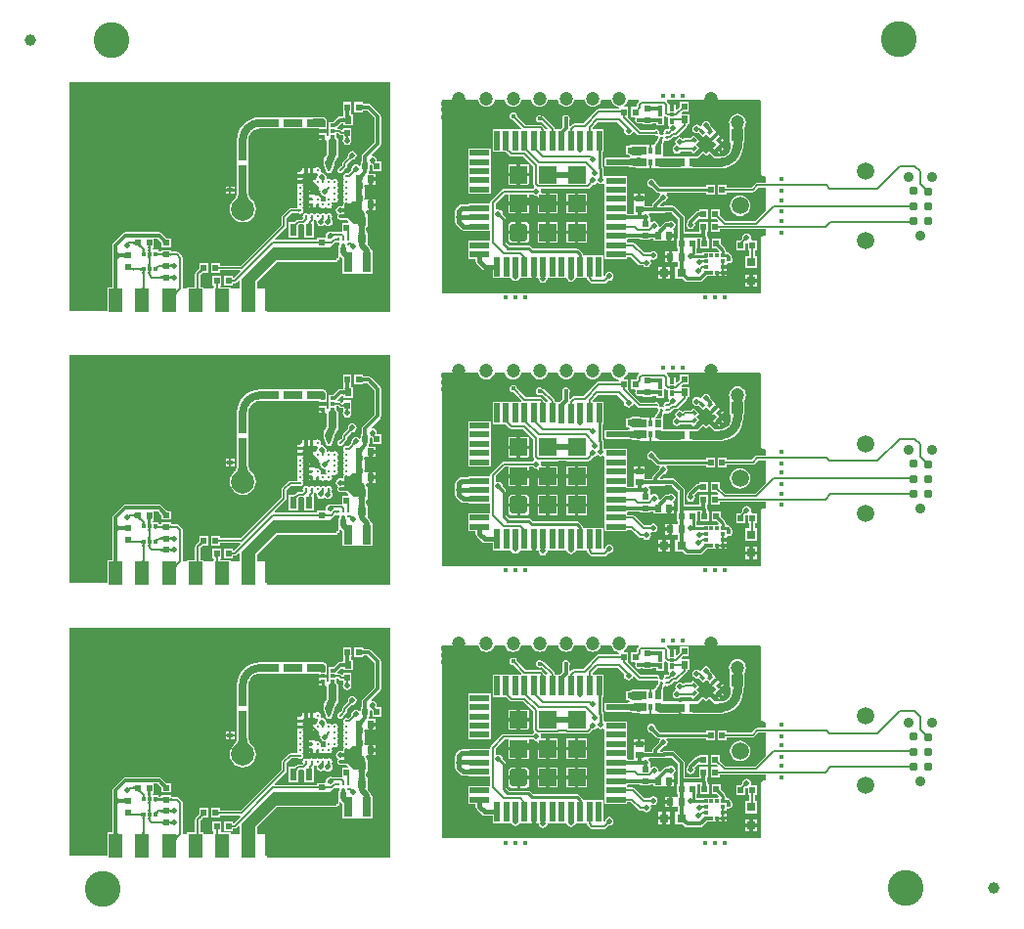
<source format=gbl>
G04*
G04 #@! TF.GenerationSoftware,Altium Limited,Altium Designer,19.1.8 (144)*
G04*
G04 Layer_Physical_Order=2*
G04 Layer_Color=16711680*
%FSAX25Y25*%
%MOIN*%
G70*
G01*
G75*
%ADD10C,0.03937*%
%ADD11R,0.01968X0.02362*%
%ADD12R,0.02520X0.02362*%
%ADD16R,0.03150X0.03150*%
%ADD20R,0.02362X0.01968*%
%ADD23R,0.02362X0.02520*%
%ADD24R,0.05118X0.03543*%
%ADD25C,0.00787*%
%ADD26C,0.01575*%
%ADD27C,0.01181*%
%ADD28C,0.00600*%
%ADD29C,0.01968*%
%ADD30C,0.00984*%
%ADD31C,0.04724*%
%ADD32C,0.00591*%
%ADD33C,0.00598*%
%ADD34C,0.12205*%
%ADD35C,0.01575*%
%ADD36C,0.03543*%
%ADD37C,0.05906*%
%ADD38C,0.01968*%
%ADD39C,0.02953*%
%ADD40R,0.02362X0.02953*%
G04:AMPARAMS|DCode=41|XSize=11.81mil|YSize=18.7mil|CornerRadius=0mil|HoleSize=0mil|Usage=FLASHONLY|Rotation=45.000|XOffset=0mil|YOffset=0mil|HoleType=Round|Shape=Rectangle|*
%AMROTATEDRECTD41*
4,1,4,0.00244,-0.01079,-0.01079,0.00244,-0.00244,0.01079,0.01079,-0.00244,0.00244,-0.01079,0.0*
%
%ADD41ROTATEDRECTD41*%

G04:AMPARAMS|DCode=42|XSize=11.81mil|YSize=18.7mil|CornerRadius=0mil|HoleSize=0mil|Usage=FLASHONLY|Rotation=315.000|XOffset=0mil|YOffset=0mil|HoleType=Round|Shape=Rectangle|*
%AMROTATEDRECTD42*
4,1,4,-0.01079,-0.00244,0.00244,0.01079,0.01079,0.00244,-0.00244,-0.01079,-0.01079,-0.00244,0.0*
%
%ADD42ROTATEDRECTD42*%

%ADD43P,0.05568X4X180.0*%
%ADD44R,0.01968X0.02953*%
%ADD45R,0.01181X0.01968*%
%ADD46R,0.01968X0.02803*%
%ADD47R,0.01575X0.01968*%
%ADD48R,0.01575X0.01181*%
%ADD49C,0.03110*%
%ADD50C,0.01181*%
%ADD51R,0.05906X0.05906*%
G04:AMPARAMS|DCode=52|XSize=59.06mil|YSize=59.06mil|CornerRadius=5.91mil|HoleSize=0mil|Usage=FLASHONLY|Rotation=360.000|XOffset=0mil|YOffset=0mil|HoleType=Round|Shape=RoundedRectangle|*
%AMROUNDEDRECTD52*
21,1,0.05906,0.04724,0,0,360.0*
21,1,0.04724,0.05906,0,0,360.0*
1,1,0.01181,0.02362,-0.02362*
1,1,0.01181,-0.02362,-0.02362*
1,1,0.01181,-0.02362,0.02362*
1,1,0.01181,0.02362,0.02362*
%
%ADD52ROUNDEDRECTD52*%
%ADD53R,0.01968X0.06693*%
%ADD54R,0.06693X0.01968*%
%ADD55R,0.01181X0.01181*%
%ADD56R,0.01181X0.01181*%
%ADD57R,0.02441X0.02244*%
%ADD58R,0.03937X0.03937*%
%ADD59R,0.03937X0.08661*%
%ADD60R,0.04134X0.08661*%
%ADD61R,0.03150X0.03150*%
%ADD62C,0.01000*%
%ADD63C,0.00866*%
%ADD64C,0.02803*%
%ADD65C,0.02803*%
%ADD66R,0.42126X0.07874*%
%ADD67R,0.04724X0.07874*%
%ADD68R,0.02362X0.04331*%
%ADD69R,0.01181X0.01772*%
%ADD70R,0.02756X0.06693*%
%ADD71R,0.02803X0.02244*%
%ADD72R,0.02244X0.02803*%
%ADD73R,0.01968X0.01575*%
%ADD74R,0.02803X0.02520*%
%ADD75R,0.02362X0.02803*%
%ADD76C,0.07874*%
G36*
X0287960Y0381733D02*
X0288248Y0381036D01*
X0288707Y0380438D01*
X0289305Y0379980D01*
X0290001Y0379691D01*
X0290748Y0379593D01*
X0291495Y0379691D01*
X0292192Y0379980D01*
X0292789Y0380438D01*
X0293248Y0381036D01*
X0293537Y0381733D01*
X0293567Y0381962D01*
X0297003D01*
X0297033Y0381733D01*
X0297322Y0381036D01*
X0297781Y0380438D01*
X0298378Y0379980D01*
X0299075Y0379691D01*
X0299822Y0379593D01*
X0300569Y0379691D01*
X0301265Y0379980D01*
X0301863Y0380438D01*
X0302322Y0381036D01*
X0302610Y0381733D01*
X0302641Y0381962D01*
X0306051D01*
X0306081Y0381733D01*
X0306369Y0381036D01*
X0306828Y0380438D01*
X0307426Y0379980D01*
X0308122Y0379691D01*
X0308869Y0379593D01*
X0309617Y0379691D01*
X0310313Y0379980D01*
X0310911Y0380438D01*
X0311370Y0381036D01*
X0311658Y0381733D01*
X0311688Y0381962D01*
X0315098D01*
X0315128Y0381733D01*
X0315417Y0381036D01*
X0315876Y0380438D01*
X0316473Y0379980D01*
X0317170Y0379691D01*
X0317917Y0379593D01*
X0318664Y0379691D01*
X0319360Y0379980D01*
X0319958Y0380438D01*
X0320417Y0381036D01*
X0320705Y0381733D01*
X0320736Y0381962D01*
X0324172D01*
X0324202Y0381733D01*
X0324491Y0381036D01*
X0324949Y0380438D01*
X0325547Y0379980D01*
X0326244Y0379691D01*
X0326537Y0379653D01*
X0326702Y0379602D01*
X0326808Y0379045D01*
X0326627Y0378864D01*
X0320039D01*
X0319691Y0378794D01*
X0319395Y0378597D01*
X0314701Y0373903D01*
X0311575D01*
X0311226Y0373833D01*
X0310930Y0373636D01*
X0310353Y0373059D01*
X0309891Y0373250D01*
Y0374976D01*
X0309992Y0375127D01*
X0310092Y0375629D01*
X0309992Y0376132D01*
X0309708Y0376558D01*
X0309282Y0376842D01*
X0308779Y0376942D01*
X0308277Y0376842D01*
X0307851Y0376558D01*
X0307567Y0376132D01*
X0307467Y0375629D01*
X0307567Y0375127D01*
X0307667Y0374976D01*
Y0372786D01*
X0306814Y0371933D01*
X0306124D01*
X0305626Y0371936D01*
X0305234Y0371936D01*
X0305053Y0372118D01*
X0304983Y0372466D01*
X0304786Y0372762D01*
X0301353Y0376195D01*
X0301057Y0376393D01*
X0300709Y0376462D01*
X0300703D01*
X0300692Y0376479D01*
X0300266Y0376763D01*
X0299764Y0376863D01*
X0299261Y0376763D01*
X0298835Y0376479D01*
X0298551Y0376053D01*
X0298451Y0375551D01*
X0298551Y0375048D01*
X0298835Y0374623D01*
X0299261Y0374338D01*
X0299764Y0374238D01*
X0300266Y0374338D01*
X0300486Y0374485D01*
X0302575Y0372396D01*
X0302327Y0371936D01*
X0301845Y0371936D01*
X0301834Y0371994D01*
X0301636Y0372289D01*
X0300723Y0373203D01*
X0300427Y0373400D01*
X0300079Y0373470D01*
X0295085D01*
X0292135Y0376420D01*
X0292139Y0376440D01*
X0292039Y0376942D01*
X0291755Y0377368D01*
X0291329Y0377653D01*
X0290827Y0377752D01*
X0290324Y0377653D01*
X0289898Y0377368D01*
X0289614Y0376942D01*
X0289514Y0376440D01*
X0289614Y0375938D01*
X0289898Y0375512D01*
X0290324Y0375227D01*
X0290827Y0375127D01*
X0290847Y0375131D01*
X0293580Y0372398D01*
X0293539Y0372300D01*
X0293209Y0371936D01*
X0293027Y0371936D01*
Y0371936D01*
X0290059D01*
Y0371936D01*
X0289878D01*
Y0371936D01*
X0287220D01*
X0286909Y0371936D01*
X0286409Y0371936D01*
X0283752D01*
Y0364244D01*
X0286409D01*
X0286720Y0364244D01*
X0287220Y0364244D01*
X0288286D01*
X0289513Y0363017D01*
X0289809Y0362819D01*
X0290157Y0362750D01*
X0294268D01*
X0297711Y0359307D01*
Y0353251D01*
X0297780Y0352903D01*
X0297978Y0352607D01*
X0297987Y0352598D01*
X0297878Y0352000D01*
X0297610Y0351821D01*
X0297504Y0351663D01*
X0287602D01*
X0287254Y0351593D01*
X0286958Y0351396D01*
X0283187Y0347624D01*
X0282989Y0347329D01*
X0282920Y0346980D01*
Y0346563D01*
X0275484D01*
Y0346391D01*
X0273268D01*
X0272765Y0346291D01*
X0272340Y0346006D01*
X0271395Y0345061D01*
X0271110Y0344636D01*
X0271010Y0344133D01*
Y0342734D01*
X0270885Y0342547D01*
X0270770Y0341968D01*
X0270885Y0341389D01*
X0270971Y0341261D01*
Y0340275D01*
X0271071Y0339773D01*
X0271355Y0339347D01*
X0272851Y0337851D01*
X0273277Y0337566D01*
X0273779Y0337466D01*
X0275484D01*
Y0337295D01*
X0282920D01*
Y0333925D01*
X0275484D01*
Y0331275D01*
X0275484Y0330956D01*
X0275484Y0330456D01*
Y0327807D01*
X0278018D01*
Y0326929D01*
X0278118Y0326426D01*
X0278402Y0326000D01*
X0280174Y0324229D01*
X0280600Y0323944D01*
X0281102Y0323844D01*
X0283752D01*
Y0321310D01*
X0286441D01*
X0286720Y0321310D01*
X0287220Y0321310D01*
X0289909D01*
X0290290Y0321022D01*
X0290505Y0320701D01*
X0290996Y0320373D01*
X0291575Y0320258D01*
X0292154Y0320373D01*
X0292645Y0320701D01*
X0292860Y0321022D01*
X0293240Y0321310D01*
X0295890D01*
X0296209Y0321310D01*
X0296709Y0321310D01*
X0297283D01*
Y0325157D01*
X0298464D01*
Y0321310D01*
X0298955D01*
X0299404Y0321151D01*
X0299487Y0320864D01*
X0299547Y0320562D01*
X0299875Y0320071D01*
X0300366Y0319743D01*
X0300945Y0319628D01*
X0301524Y0319743D01*
X0302015Y0320071D01*
X0302343Y0320562D01*
X0302415Y0320924D01*
X0302606Y0321194D01*
X0302934Y0321310D01*
X0305339D01*
X0305657Y0321310D01*
X0306157Y0321310D01*
X0308486D01*
X0308807Y0321310D01*
X0309073Y0320921D01*
X0309074Y0320916D01*
X0309402Y0320426D01*
X0309893Y0320097D01*
X0310472Y0319982D01*
X0311052Y0320097D01*
X0311543Y0320426D01*
X0311871Y0320916D01*
X0311871Y0320921D01*
X0312138Y0321310D01*
X0312459Y0321310D01*
X0314748D01*
X0315106Y0321310D01*
X0315730Y0321310D01*
X0315821Y0321220D01*
X0315890Y0320871D01*
X0316088Y0320576D01*
X0317072Y0319591D01*
X0317368Y0319394D01*
X0317716Y0319324D01*
X0321850D01*
X0322199Y0319394D01*
X0322495Y0319591D01*
X0323290Y0320387D01*
X0323543Y0320337D01*
X0324122Y0320452D01*
X0324613Y0320780D01*
X0324941Y0321271D01*
X0325057Y0321850D01*
X0324941Y0322429D01*
X0324613Y0322920D01*
X0324122Y0323248D01*
X0323543Y0323363D01*
X0322964Y0323248D01*
X0322473Y0322920D01*
X0322145Y0322429D01*
X0322070Y0322052D01*
X0321905Y0321936D01*
X0321409Y0322194D01*
X0321405Y0322201D01*
Y0323395D01*
X0321474Y0323740D01*
X0321405Y0324084D01*
Y0329003D01*
X0318717D01*
X0318437Y0329003D01*
X0317937Y0329003D01*
X0314963Y0329003D01*
X0314573Y0329252D01*
X0314501Y0329615D01*
X0314295Y0329924D01*
X0313310Y0330908D01*
X0313310Y0330908D01*
X0313002Y0331115D01*
X0312638Y0331187D01*
X0312638Y0331187D01*
X0297559D01*
X0296716Y0332030D01*
X0296716Y0332031D01*
X0296407Y0332237D01*
X0296043Y0332309D01*
X0289429D01*
X0288353Y0333386D01*
Y0341417D01*
X0288353Y0341417D01*
X0288280Y0341781D01*
X0288074Y0342090D01*
X0287194Y0342970D01*
X0287222Y0343110D01*
X0287107Y0343689D01*
X0286779Y0344180D01*
X0286288Y0344508D01*
X0285709Y0344623D01*
X0285242Y0344530D01*
X0284742Y0344805D01*
Y0346603D01*
X0287980Y0349840D01*
X0289272D01*
Y0347224D01*
X0296177D01*
Y0349840D01*
X0297504D01*
X0297610Y0349681D01*
X0298101Y0349353D01*
X0298680Y0349238D01*
X0298728Y0349248D01*
X0299114Y0348930D01*
Y0347224D01*
X0301976D01*
Y0350086D01*
X0300571D01*
X0300161Y0350586D01*
X0300194Y0350751D01*
X0300101Y0351218D01*
X0300375Y0351718D01*
X0305890D01*
X0306127Y0351765D01*
X0308849D01*
X0309086Y0351718D01*
X0316094D01*
X0316443Y0351788D01*
X0316739Y0351985D01*
X0317838Y0353084D01*
X0317992Y0353053D01*
X0318571Y0353168D01*
X0319062Y0353496D01*
X0319142Y0353615D01*
X0319638Y0353772D01*
X0320129Y0353444D01*
X0320709Y0353329D01*
X0321288Y0353444D01*
X0321449Y0353552D01*
X0321949Y0353284D01*
X0321949Y0352842D01*
X0321949Y0352523D01*
Y0350192D01*
X0321949Y0349873D01*
X0321949Y0349374D01*
Y0347059D01*
X0321941Y0346563D01*
X0321941Y0346227D01*
Y0343874D01*
X0321941Y0343594D01*
X0321941Y0343094D01*
Y0340405D01*
X0321941D01*
Y0340224D01*
X0321941D01*
Y0337255D01*
X0321941D01*
Y0337114D01*
X0321941D01*
Y0334425D01*
X0321941Y0334145D01*
X0321941Y0333645D01*
Y0331275D01*
X0321941Y0330956D01*
X0321941Y0330456D01*
Y0327807D01*
X0329634D01*
Y0328380D01*
X0330961D01*
X0333529Y0325812D01*
X0333824Y0325614D01*
X0334173Y0325545D01*
X0335106D01*
X0335212Y0325386D01*
X0335703Y0325058D01*
X0336282Y0324943D01*
X0336861Y0325058D01*
X0337352Y0325386D01*
X0337680Y0325877D01*
X0337795Y0326456D01*
X0337680Y0327035D01*
X0337569Y0327201D01*
X0337930Y0327562D01*
X0337964Y0327538D01*
X0338543Y0327423D01*
X0339123Y0327538D01*
X0339614Y0327867D01*
X0339942Y0328358D01*
X0340057Y0328937D01*
X0339942Y0329516D01*
X0339614Y0330007D01*
X0339123Y0330335D01*
X0338543Y0330450D01*
X0337964Y0330335D01*
X0337473Y0330007D01*
X0337367Y0329848D01*
X0335495D01*
X0332258Y0333085D01*
X0331963Y0333282D01*
X0331614Y0333352D01*
X0329987D01*
X0329634Y0333705D01*
Y0334164D01*
X0329987Y0334518D01*
X0333740D01*
X0334067Y0334185D01*
X0334067Y0334185D01*
X0334067Y0334185D01*
X0337429D01*
Y0334557D01*
X0338398D01*
Y0333909D01*
X0341677D01*
X0341760Y0333909D01*
Y0333909D01*
X0342177D01*
Y0333909D01*
X0343268D01*
Y0335669D01*
X0343858D01*
Y0336259D01*
X0345539D01*
Y0337429D01*
X0345539D01*
X0345277Y0337894D01*
X0345279Y0337929D01*
X0345716Y0338221D01*
X0346044Y0338712D01*
X0346159Y0339291D01*
X0346044Y0339870D01*
X0345716Y0340361D01*
X0345225Y0340689D01*
X0344646Y0340804D01*
X0344067Y0340689D01*
X0343638Y0340403D01*
X0342992D01*
X0342992Y0340403D01*
X0342566Y0340318D01*
X0342206Y0340077D01*
X0340807Y0338678D01*
X0340346Y0338924D01*
X0340372Y0339055D01*
X0340257Y0339634D01*
X0339929Y0340125D01*
X0339438Y0340453D01*
X0338858Y0340568D01*
X0338279Y0340453D01*
X0337929Y0340219D01*
X0337474Y0340401D01*
X0337429Y0340440D01*
Y0341090D01*
X0337429Y0341090D01*
X0337430Y0341590D01*
X0337482Y0341850D01*
X0337366Y0342429D01*
X0337038Y0342920D01*
X0337197Y0343415D01*
X0342068D01*
X0342068Y0343415D01*
X0342494Y0343500D01*
X0342703Y0343640D01*
X0344688D01*
X0346959Y0341368D01*
Y0335748D01*
Y0334594D01*
X0346586D01*
Y0331232D01*
X0346959D01*
Y0330391D01*
X0346459Y0330263D01*
X0346012D01*
X0345929Y0330263D01*
X0344921D01*
Y0328503D01*
Y0326744D01*
X0345929D01*
X0346012Y0326744D01*
X0346429D01*
X0346498Y0326744D01*
X0346998Y0326711D01*
Y0325066D01*
X0346035D01*
Y0320917D01*
X0348612D01*
X0349292Y0320237D01*
X0349653Y0319996D01*
X0350079Y0319911D01*
X0350079Y0319911D01*
X0354449D01*
X0354449Y0319911D01*
X0354874Y0319996D01*
X0355235Y0320237D01*
X0356878Y0321880D01*
X0358386D01*
X0358493Y0321901D01*
X0359764D01*
Y0322992D01*
X0360945D01*
Y0321901D01*
X0361732D01*
Y0322992D01*
X0362323D01*
Y0323582D01*
X0363413D01*
Y0324370D01*
X0362323D01*
Y0325551D01*
X0363413D01*
Y0326051D01*
X0363800Y0326323D01*
X0363913Y0326386D01*
X0364291Y0326311D01*
X0364794Y0326411D01*
X0365219Y0326696D01*
X0365504Y0327121D01*
X0365604Y0327624D01*
X0365504Y0328126D01*
X0365311Y0328415D01*
Y0328471D01*
X0365233Y0328861D01*
X0365012Y0329192D01*
X0364547Y0329658D01*
X0364216Y0329878D01*
X0363826Y0329956D01*
X0363342Y0330282D01*
Y0330511D01*
X0363265Y0330902D01*
X0363044Y0331232D01*
X0361405Y0332871D01*
Y0334594D01*
X0358437D01*
Y0331232D01*
X0360160D01*
X0360904Y0330488D01*
X0360697Y0329988D01*
X0356914D01*
X0356909Y0329990D01*
X0355925D01*
X0355921Y0329988D01*
X0355327D01*
Y0329838D01*
X0353146D01*
Y0331232D01*
X0353492D01*
Y0334594D01*
X0353975Y0334636D01*
X0354017D01*
X0354500Y0334594D01*
Y0331232D01*
X0357468D01*
Y0334594D01*
X0357096D01*
Y0335157D01*
X0357096Y0335157D01*
X0357011Y0335582D01*
X0356791Y0335913D01*
X0356821Y0336063D01*
X0356821Y0336063D01*
Y0336980D01*
X0357193D01*
Y0340342D01*
X0354224D01*
Y0336980D01*
X0353774Y0336859D01*
X0349183D01*
Y0341829D01*
X0349183Y0341829D01*
X0349098Y0342254D01*
X0348857Y0342615D01*
X0345934Y0345538D01*
X0345574Y0345779D01*
X0345148Y0345864D01*
X0345148Y0345864D01*
X0342293D01*
X0342292Y0345864D01*
X0341867Y0345779D01*
X0341658Y0345639D01*
X0341015D01*
X0340823Y0346101D01*
X0342003Y0347280D01*
X0342508Y0347381D01*
X0342999Y0347709D01*
X0343327Y0348200D01*
X0343442Y0348779D01*
X0343327Y0349358D01*
X0343040Y0349787D01*
X0343111Y0350050D01*
X0343244Y0350287D01*
X0356626D01*
Y0349618D01*
X0359594D01*
Y0352980D01*
X0356626D01*
Y0352310D01*
X0340734D01*
X0339452Y0353592D01*
X0339466Y0353661D01*
X0339351Y0354240D01*
X0339023Y0354731D01*
X0338532Y0355059D01*
X0337953Y0355174D01*
X0337373Y0355059D01*
X0336883Y0354731D01*
X0336555Y0354240D01*
X0336439Y0353661D01*
X0336555Y0353082D01*
X0336883Y0352591D01*
X0337373Y0352263D01*
X0337953Y0352148D01*
X0338022Y0352161D01*
X0339600Y0350583D01*
X0339928Y0350364D01*
X0340315Y0350287D01*
X0340615D01*
X0340747Y0350050D01*
X0340818Y0349787D01*
X0340531Y0349358D01*
X0340430Y0348853D01*
X0338426Y0346849D01*
X0338426Y0346849D01*
X0338185Y0346488D01*
X0338101Y0346062D01*
Y0345639D01*
X0335572D01*
X0335539Y0346139D01*
X0335539Y0346208D01*
Y0346625D01*
X0335539Y0346708D01*
Y0347716D01*
X0332020D01*
Y0346708D01*
X0332020Y0346625D01*
Y0346208D01*
X0332020Y0346126D01*
Y0343001D01*
X0329987D01*
X0329634Y0343355D01*
X0329634Y0343874D01*
Y0346227D01*
X0329642Y0346724D01*
X0329642Y0347059D01*
Y0349374D01*
X0329642Y0349692D01*
X0329642Y0350192D01*
Y0352523D01*
X0329642Y0353023D01*
X0329642Y0353342D01*
Y0355992D01*
X0321949D01*
X0321720Y0356397D01*
Y0358335D01*
X0321643Y0358722D01*
X0321424Y0359050D01*
X0321181Y0359293D01*
Y0364244D01*
X0321563D01*
Y0371936D01*
X0318752D01*
X0318252Y0371936D01*
X0318094Y0371936D01*
X0317824D01*
X0317741Y0372436D01*
X0319629Y0374324D01*
X0326355D01*
X0328668Y0372011D01*
X0328566Y0371496D01*
X0328681Y0370916D01*
X0329009Y0370426D01*
X0329500Y0370097D01*
X0330079Y0369982D01*
X0330658Y0370097D01*
X0331149Y0370426D01*
X0331477Y0370916D01*
X0331506Y0371064D01*
X0332049Y0371229D01*
X0333135Y0370143D01*
X0333431Y0369945D01*
X0333779Y0369876D01*
X0339154D01*
X0339181Y0369858D01*
X0339606Y0369773D01*
X0339952Y0369842D01*
X0340169Y0369677D01*
X0340335Y0369459D01*
X0340266Y0369114D01*
X0340301Y0368937D01*
X0338941Y0366732D01*
X0334239Y0366732D01*
X0334239Y0366732D01*
X0333779Y0366778D01*
X0333757Y0366778D01*
X0331535D01*
X0330764Y0366625D01*
X0330199Y0366248D01*
X0329303D01*
Y0363279D01*
X0330199D01*
X0330642Y0362983D01*
X0330554Y0362472D01*
X0329115Y0362328D01*
X0329067D01*
X0328967Y0362287D01*
X0321949D01*
Y0359318D01*
X0328967D01*
X0329067Y0359277D01*
X0329115D01*
X0333594Y0358836D01*
Y0358830D01*
X0333705Y0358821D01*
X0334167Y0358654D01*
Y0358654D01*
X0334167Y0358654D01*
X0347146D01*
X0347340Y0358692D01*
X0348149D01*
Y0358654D01*
X0361614D01*
X0361642Y0358659D01*
X0363071Y0358800D01*
X0364471Y0359225D01*
X0365761Y0359914D01*
X0366893Y0360843D01*
X0367821Y0361974D01*
X0368511Y0363265D01*
X0368936Y0364665D01*
X0369076Y0366094D01*
X0369082Y0366122D01*
Y0367499D01*
X0369594D01*
Y0372436D01*
X0369594D01*
X0369518Y0372592D01*
X0369744Y0372887D01*
X0370033Y0373583D01*
X0370131Y0374330D01*
X0370033Y0375077D01*
X0369744Y0375774D01*
X0369285Y0376372D01*
X0368688Y0376830D01*
X0367991Y0377119D01*
X0367244Y0377217D01*
X0366497Y0377119D01*
X0365801Y0376830D01*
X0365203Y0376372D01*
X0364744Y0375774D01*
X0364456Y0375077D01*
X0364357Y0374330D01*
X0364456Y0373583D01*
X0364723Y0372937D01*
X0364657Y0372436D01*
X0364657D01*
Y0367499D01*
X0365052D01*
Y0366122D01*
X0365063Y0366066D01*
X0364952Y0365227D01*
X0364607Y0364394D01*
X0364058Y0363678D01*
X0363342Y0363129D01*
X0362509Y0362783D01*
X0361669Y0362673D01*
X0361614Y0362684D01*
X0359557D01*
X0358040Y0364201D01*
X0357941Y0364242D01*
X0357754Y0364429D01*
X0357677Y0364352D01*
X0357657Y0364360D01*
X0357275Y0364201D01*
X0356614Y0363541D01*
X0355954Y0364201D01*
X0355571Y0364360D01*
X0355551Y0364352D01*
X0355474Y0364429D01*
X0355287Y0364242D01*
X0355188Y0364201D01*
X0353671Y0362684D01*
X0352205D01*
Y0362841D01*
X0352047Y0362684D01*
X0348149D01*
Y0362645D01*
X0347340D01*
X0347146Y0362684D01*
X0341890D01*
X0341890Y0366732D01*
X0341890D01*
X0341869Y0366757D01*
X0342116Y0367891D01*
X0342677Y0368117D01*
X0342724Y0368086D01*
X0343149Y0368002D01*
X0343575Y0368086D01*
X0343896Y0368301D01*
X0344055D01*
X0344404Y0368370D01*
X0344699Y0368568D01*
X0344888Y0368756D01*
X0345036Y0368855D01*
X0345663Y0369482D01*
X0346378D01*
X0346727Y0369551D01*
X0347022Y0369749D01*
X0349817Y0372544D01*
X0350015Y0372840D01*
X0350084Y0373188D01*
Y0373515D01*
X0350854D01*
Y0377035D01*
X0348387D01*
X0348195Y0377497D01*
X0348702Y0378003D01*
X0350579D01*
Y0381366D01*
X0347610D01*
Y0379489D01*
X0346671Y0378549D01*
X0346209Y0378741D01*
Y0380421D01*
X0345512D01*
Y0378937D01*
X0344331D01*
Y0380421D01*
X0343890D01*
X0343834Y0380702D01*
X0343636Y0380998D01*
X0343172Y0381462D01*
X0343379Y0381962D01*
X0345178D01*
X0345236Y0381951D01*
X0345295Y0381962D01*
X0348524Y0381962D01*
X0348583Y0381951D01*
X0348641Y0381962D01*
X0374916D01*
X0375270Y0381609D01*
X0375270Y0367126D01*
Y0360826D01*
X0375270Y0360826D01*
X0375270Y0360826D01*
X0375270Y0360039D01*
Y0356889D01*
X0375339Y0356541D01*
X0375537Y0356245D01*
X0375832Y0356048D01*
X0376181Y0355978D01*
X0376484D01*
X0376837Y0355625D01*
X0376837Y0353689D01*
X0373976D01*
X0373976Y0353689D01*
X0373664Y0353627D01*
X0373399Y0353450D01*
X0372064Y0352114D01*
X0363531D01*
Y0352980D01*
X0360563D01*
Y0349618D01*
X0363531D01*
Y0350483D01*
X0372401D01*
X0372714Y0350545D01*
X0372978Y0350722D01*
X0372978Y0350722D01*
X0374314Y0352058D01*
X0376837D01*
Y0344250D01*
X0373164Y0340577D01*
X0363175D01*
X0361130Y0342621D01*
Y0344633D01*
X0358161D01*
Y0341271D01*
X0360173D01*
X0360640Y0340804D01*
X0360449Y0340342D01*
X0358161D01*
Y0336980D01*
X0361130D01*
Y0337845D01*
X0376837D01*
Y0335753D01*
X0376181D01*
X0375832Y0335684D01*
X0375537Y0335486D01*
X0375339Y0335191D01*
X0375270Y0334842D01*
X0375270Y0332480D01*
X0375270Y0316068D01*
X0362854D01*
X0362795Y0316080D01*
X0362737Y0316068D01*
X0359507D01*
X0359449Y0316080D01*
X0359390Y0316068D01*
X0356161D01*
X0356102Y0316080D01*
X0356044Y0316068D01*
X0294940Y0316068D01*
X0294882Y0316080D01*
X0294823Y0316068D01*
X0291594Y0316068D01*
X0291535Y0316080D01*
X0291477Y0316068D01*
X0288247D01*
X0288189Y0316080D01*
X0288130Y0316068D01*
X0266601D01*
X0266601Y0381962D01*
X0278871D01*
X0278901Y0381733D01*
X0279189Y0381036D01*
X0279648Y0380438D01*
X0280246Y0379980D01*
X0280942Y0379691D01*
X0281690Y0379593D01*
X0282437Y0379691D01*
X0283133Y0379980D01*
X0283731Y0380438D01*
X0284190Y0381036D01*
X0284478Y0381733D01*
X0284508Y0381962D01*
X0287929D01*
X0287960Y0381733D01*
D02*
G37*
G36*
X0239166Y0380555D02*
X0239201Y0380457D01*
X0239260Y0380370D01*
X0239343Y0380295D01*
X0239449Y0380231D01*
X0239579Y0380179D01*
X0239733Y0380138D01*
X0239910Y0380110D01*
X0240111Y0380092D01*
X0240335Y0380086D01*
Y0378905D01*
X0240111Y0378899D01*
X0239910Y0378882D01*
X0239733Y0378853D01*
X0239579Y0378813D01*
X0239449Y0378761D01*
X0239343Y0378697D01*
X0239260Y0378622D01*
X0239201Y0378535D01*
X0239166Y0378437D01*
X0239154Y0378327D01*
Y0380665D01*
X0239166Y0380555D01*
D02*
G37*
G36*
X0333678Y0381462D02*
X0333214Y0380998D01*
X0333016Y0380702D01*
X0332947Y0380354D01*
Y0379668D01*
X0332794Y0379515D01*
X0330917D01*
Y0376153D01*
X0332177D01*
X0332449Y0375659D01*
X0332349Y0375157D01*
X0332449Y0374655D01*
X0332733Y0374229D01*
X0333159Y0373944D01*
X0333661Y0373844D01*
X0334164Y0373944D01*
X0334314Y0374045D01*
X0334972D01*
Y0373673D01*
X0338335D01*
Y0374045D01*
X0339697D01*
Y0373279D01*
X0342272D01*
Y0376204D01*
X0342355Y0376275D01*
X0342772Y0376412D01*
X0342978Y0376206D01*
X0343273Y0376008D01*
X0343622Y0375939D01*
X0343634D01*
Y0373279D01*
X0343685D01*
X0343940Y0372779D01*
X0343850Y0372329D01*
X0343795Y0372245D01*
X0343425Y0371942D01*
X0343149Y0371997D01*
X0342724Y0371913D01*
X0342363Y0371672D01*
X0342122Y0371311D01*
X0342038Y0370885D01*
X0342049Y0370826D01*
X0342041Y0370787D01*
X0342088Y0370552D01*
X0341951Y0370354D01*
X0341884Y0370288D01*
X0341695Y0370163D01*
X0341378Y0370226D01*
X0341061Y0370163D01*
X0340871Y0370288D01*
X0340805Y0370354D01*
X0340668Y0370552D01*
X0340714Y0370787D01*
X0340706Y0370826D01*
X0340718Y0370885D01*
X0340634Y0371311D01*
X0340392Y0371672D01*
X0340032Y0371913D01*
X0339606Y0371997D01*
X0339181Y0371913D01*
X0338860Y0371698D01*
X0334157D01*
X0330135Y0375720D01*
X0329949Y0376153D01*
X0329949D01*
X0329949Y0376153D01*
Y0379515D01*
X0328620D01*
X0328482Y0379859D01*
X0328481Y0380015D01*
X0329032Y0380438D01*
X0329491Y0381036D01*
X0329779Y0381733D01*
X0329810Y0381962D01*
X0333471D01*
X0333678Y0381462D01*
D02*
G37*
G36*
X0341850Y0369212D02*
X0341181Y0366141D01*
X0339212D01*
X0341107Y0369212D01*
X0341850Y0369212D01*
D02*
G37*
G36*
X0359488Y0361988D02*
Y0361752D01*
X0353740D01*
X0353622Y0361870D01*
X0355571Y0363818D01*
X0356398Y0362992D01*
X0356831D01*
X0357657Y0363818D01*
X0359488Y0361988D01*
D02*
G37*
G36*
X0243595Y0360878D02*
X0243569Y0360797D01*
X0243554Y0360717D01*
X0243550Y0360638D01*
X0243558Y0360561D01*
X0243576Y0360486D01*
X0243597Y0360435D01*
X0243671Y0360391D01*
X0243750Y0360357D01*
X0243817Y0360342D01*
X0243875Y0360346D01*
X0243921Y0360368D01*
X0243957Y0360409D01*
X0243331Y0359389D01*
X0243355Y0359443D01*
X0243363Y0359503D01*
X0243357Y0359570D01*
X0243336Y0359643D01*
X0243301Y0359724D01*
X0243250Y0359810D01*
X0243185Y0359904D01*
X0243106Y0360004D01*
X0243022Y0360094D01*
X0242934Y0360168D01*
X0242863Y0360220D01*
X0242708Y0360321D01*
X0242535Y0360417D01*
X0242345Y0360510D01*
X0243099Y0360775D01*
X0243122Y0360839D01*
X0243165Y0360798D01*
X0243632Y0360962D01*
X0243595Y0360878D01*
D02*
G37*
G36*
X0240949Y0361378D02*
X0240979Y0361000D01*
X0241006Y0360846D01*
X0241040Y0360716D01*
X0241082Y0360610D01*
X0241132Y0360527D01*
X0241189Y0360468D01*
X0241254Y0360433D01*
X0241327Y0360421D01*
X0239382D01*
X0239455Y0360433D01*
X0239520Y0360468D01*
X0239577Y0360527D01*
X0239626Y0360610D01*
X0239668Y0360716D01*
X0239703Y0360846D01*
X0239729Y0361000D01*
X0239749Y0361177D01*
X0239764Y0361602D01*
X0240945D01*
X0240949Y0361378D01*
D02*
G37*
G36*
X0334173Y0362279D02*
Y0359330D01*
X0334094D01*
X0329142Y0359818D01*
X0329067D01*
Y0361787D01*
X0329142D01*
X0334094Y0362283D01*
X0334173Y0362279D01*
D02*
G37*
G36*
X0248892Y0387868D02*
Y0310163D01*
X0206102Y0310163D01*
Y0317520D01*
X0203533D01*
Y0319973D01*
X0210264Y0326703D01*
X0230433Y0326703D01*
X0230816Y0326862D01*
X0230946Y0327177D01*
X0231524D01*
Y0328417D01*
X0232024Y0328624D01*
X0232728Y0327919D01*
Y0322833D01*
X0235984D01*
Y0322807D01*
X0239528D01*
Y0322833D01*
X0242783D01*
Y0330526D01*
X0242419Y0330669D01*
X0242304Y0331248D01*
X0241976Y0331739D01*
X0241976Y0331739D01*
X0241535Y0332180D01*
X0241287Y0332571D01*
X0241287D01*
X0241287Y0332571D01*
Y0336119D01*
X0241296Y0336134D01*
X0241287Y0336168D01*
Y0336175D01*
X0241301Y0336209D01*
X0241287Y0336242D01*
Y0336721D01*
X0240875D01*
X0240842Y0336740D01*
X0240814Y0336800D01*
X0240779Y0336915D01*
X0240748Y0337066D01*
X0240704Y0337525D01*
X0240699Y0337791D01*
X0240717Y0338289D01*
X0240737Y0338474D01*
X0240764Y0338626D01*
X0240793Y0338735D01*
X0240800Y0338752D01*
X0241327D01*
Y0342902D01*
X0241181D01*
X0240765Y0343110D01*
X0240650Y0343689D01*
X0240495Y0343921D01*
X0240762Y0344421D01*
X0241575D01*
Y0346181D01*
Y0347941D01*
X0240567D01*
X0240484Y0347941D01*
X0240249D01*
X0239982Y0348441D01*
X0240067Y0348831D01*
X0240076Y0349196D01*
X0240067Y0349271D01*
Y0349272D01*
X0240096Y0349343D01*
X0240067Y0349413D01*
Y0351768D01*
X0240096Y0351838D01*
X0240067Y0351909D01*
X0240067Y0351910D01*
X0240076Y0351985D01*
X0240067Y0352350D01*
X0240024Y0352679D01*
X0240356Y0353162D01*
X0240484D01*
Y0353162D01*
X0241575D01*
Y0354921D01*
X0242165D01*
Y0355512D01*
X0243847D01*
Y0356681D01*
X0241819D01*
X0241528Y0357071D01*
X0241694Y0357571D01*
X0241839D01*
Y0359631D01*
X0242163Y0359854D01*
X0242339Y0359907D01*
X0242427Y0359857D01*
X0242555Y0359774D01*
X0242600Y0359741D01*
X0242649Y0359701D01*
X0242695Y0359651D01*
X0242751Y0359580D01*
X0242793Y0359520D01*
X0242807Y0359496D01*
Y0359278D01*
X0242805Y0359263D01*
X0242807Y0359260D01*
Y0357571D01*
X0245776D01*
Y0360933D01*
X0244567D01*
X0244249Y0361320D01*
X0244267Y0361406D01*
X0244151Y0361985D01*
X0243823Y0362476D01*
X0243332Y0362804D01*
X0242753Y0362919D01*
X0242720Y0362912D01*
X0242473Y0363373D01*
X0245408Y0366308D01*
X0245649Y0366668D01*
X0245733Y0367094D01*
Y0376344D01*
X0245649Y0376770D01*
X0245408Y0377130D01*
X0245408Y0377130D01*
X0242256Y0380282D01*
X0241895Y0380523D01*
X0241470Y0380608D01*
X0241470Y0380608D01*
X0240393D01*
X0240349Y0380627D01*
X0240141Y0380633D01*
X0239977Y0380647D01*
X0239846Y0380668D01*
X0239750Y0380694D01*
X0239693Y0380716D01*
X0239692Y0380723D01*
X0239666Y0380770D01*
Y0381177D01*
X0239225D01*
X0239154Y0381206D01*
X0239126Y0381194D01*
X0239096Y0381203D01*
X0239048Y0381177D01*
X0236698D01*
Y0377815D01*
X0239048D01*
X0239096Y0377789D01*
X0239126Y0377797D01*
X0239154Y0377785D01*
X0239225Y0377815D01*
X0239666D01*
Y0378221D01*
X0239692Y0378269D01*
X0239693Y0378275D01*
X0239750Y0378298D01*
X0239846Y0378323D01*
X0239977Y0378345D01*
X0240141Y0378359D01*
X0240349Y0378364D01*
X0240393Y0378384D01*
X0241009D01*
X0243509Y0375884D01*
Y0367554D01*
X0239568Y0363613D01*
X0239327Y0363252D01*
X0239242Y0362827D01*
X0239242Y0362827D01*
Y0361664D01*
X0239223Y0361622D01*
X0239208Y0361216D01*
X0239193Y0361075D01*
X0239174Y0360962D01*
X0239166Y0360933D01*
X0238870D01*
Y0360492D01*
X0238841Y0360421D01*
X0238858Y0360379D01*
X0238848Y0360334D01*
X0238870Y0360298D01*
Y0359543D01*
X0238370Y0359392D01*
X0238275Y0359535D01*
X0237784Y0359863D01*
X0237205Y0359978D01*
X0236625Y0359863D01*
X0236134Y0359535D01*
X0235806Y0359044D01*
X0235701Y0358516D01*
X0235679Y0358465D01*
X0235678Y0358376D01*
X0235672Y0358309D01*
X0235663Y0358249D01*
X0235651Y0358197D01*
X0235636Y0358150D01*
X0235619Y0358109D01*
X0235601Y0358072D01*
X0235580Y0358039D01*
X0235556Y0358008D01*
X0235513Y0357961D01*
X0235493Y0357905D01*
X0234528Y0356940D01*
X0234363Y0357051D01*
X0233937Y0357136D01*
X0233511Y0357051D01*
X0233151Y0356810D01*
X0232910Y0356449D01*
X0232825Y0356024D01*
X0232910Y0355598D01*
X0233056Y0355379D01*
X0233116Y0355039D01*
X0233056Y0354699D01*
X0232910Y0354481D01*
X0232825Y0354055D01*
X0232910Y0353630D01*
X0233056Y0353411D01*
X0233116Y0353071D01*
X0233056Y0352731D01*
X0232910Y0352512D01*
X0232825Y0352087D01*
X0232910Y0351661D01*
X0233056Y0351442D01*
X0233116Y0351102D01*
X0233056Y0350763D01*
X0232910Y0350544D01*
X0232825Y0350118D01*
X0232910Y0349693D01*
X0233056Y0349474D01*
X0233116Y0349134D01*
X0233056Y0348794D01*
X0232910Y0348575D01*
X0232825Y0348150D01*
X0232910Y0347724D01*
X0233056Y0347505D01*
X0233116Y0347165D01*
X0233056Y0346826D01*
X0232910Y0346607D01*
X0232825Y0346181D01*
Y0346118D01*
X0232482Y0345874D01*
X0232325Y0345821D01*
X0231811Y0345923D01*
X0231232Y0345808D01*
X0230741Y0345480D01*
X0230413Y0344989D01*
X0230298Y0344409D01*
X0230413Y0343830D01*
X0230741Y0343339D01*
X0231182Y0343045D01*
Y0343030D01*
X0230941Y0342670D01*
X0230857Y0342244D01*
X0230941Y0341819D01*
X0231182Y0341458D01*
X0231543Y0341217D01*
X0231968Y0341132D01*
X0233937D01*
X0234062Y0341157D01*
X0234690Y0340529D01*
X0234499Y0340067D01*
X0232453D01*
Y0337024D01*
X0232323Y0336917D01*
X0229700D01*
X0229677Y0336933D01*
X0229627Y0336923D01*
X0229581Y0336943D01*
X0229501Y0336944D01*
X0229437Y0336947D01*
X0229210Y0336970D01*
X0229158Y0336979D01*
X0228938Y0337030D01*
X0228871Y0337049D01*
X0228865Y0337049D01*
X0228860Y0337052D01*
X0228753Y0337039D01*
X0228425Y0337104D01*
X0227846Y0336989D01*
X0227355Y0336661D01*
X0227027Y0336170D01*
X0226912Y0335591D01*
X0226952Y0335386D01*
X0226555Y0334887D01*
X0223813D01*
Y0334245D01*
X0223812Y0334245D01*
X0223712Y0334243D01*
X0223655Y0334217D01*
X0209679D01*
X0209487Y0334679D01*
X0213250Y0338442D01*
X0213426Y0338705D01*
X0213488Y0339016D01*
Y0341790D01*
X0215100Y0343402D01*
X0217019D01*
X0217078Y0343376D01*
X0217163Y0343375D01*
X0217312Y0343364D01*
X0217361Y0343356D01*
X0217408Y0343347D01*
X0217445Y0343337D01*
X0217472Y0343328D01*
X0217489Y0343320D01*
X0217497Y0343316D01*
X0217522Y0343299D01*
X0217627Y0343276D01*
X0217763Y0343185D01*
X0218189Y0343101D01*
X0218615Y0343185D01*
X0218975Y0343426D01*
X0219216Y0343787D01*
X0219301Y0344213D01*
X0219216Y0344638D01*
X0219070Y0344857D01*
X0219010Y0345197D01*
X0219070Y0345537D01*
X0219216Y0345756D01*
X0219301Y0346181D01*
X0219216Y0346607D01*
X0219070Y0346826D01*
X0219010Y0347165D01*
X0219070Y0347505D01*
X0219216Y0347724D01*
X0219301Y0348150D01*
X0219216Y0348575D01*
X0219070Y0348794D01*
X0219010Y0349134D01*
X0219070Y0349474D01*
X0219216Y0349693D01*
X0219301Y0350118D01*
X0219216Y0350544D01*
X0219070Y0350763D01*
X0219010Y0351102D01*
X0219070Y0351442D01*
X0219216Y0351661D01*
X0219301Y0352087D01*
X0219216Y0352512D01*
X0219070Y0352731D01*
X0219010Y0353071D01*
X0219070Y0353411D01*
X0219106Y0353465D01*
X0217272D01*
X0217308Y0353411D01*
X0217368Y0353071D01*
X0217308Y0352731D01*
X0217162Y0352512D01*
X0217077Y0352087D01*
X0217162Y0351661D01*
X0217308Y0351442D01*
X0217368Y0351102D01*
X0217308Y0350763D01*
X0217162Y0350544D01*
X0217077Y0350118D01*
X0217162Y0349693D01*
X0217308Y0349474D01*
X0217368Y0349134D01*
X0217308Y0348794D01*
X0217162Y0348575D01*
X0217077Y0348150D01*
X0217162Y0347724D01*
X0217308Y0347505D01*
X0217368Y0347165D01*
X0217308Y0346826D01*
X0217162Y0346607D01*
X0217077Y0346181D01*
X0217162Y0345756D01*
X0217289Y0345565D01*
X0217290Y0345559D01*
X0217291Y0345531D01*
X0217219Y0345260D01*
X0217108Y0345081D01*
X0217078Y0345049D01*
X0217078Y0345049D01*
X0217019Y0345023D01*
X0214764D01*
X0214454Y0344962D01*
X0214190Y0344786D01*
X0212104Y0342699D01*
X0211928Y0342436D01*
X0211866Y0342126D01*
Y0339352D01*
X0198011Y0325496D01*
X0190925D01*
X0190868Y0325521D01*
X0190776Y0325524D01*
Y0326366D01*
X0187807D01*
Y0323004D01*
X0190776D01*
Y0323847D01*
X0190868Y0323849D01*
X0190925Y0323874D01*
X0197653D01*
X0197845Y0323412D01*
X0195724Y0321292D01*
X0195224Y0321499D01*
Y0321996D01*
X0192256D01*
Y0318634D01*
X0195224D01*
Y0319472D01*
X0195225Y0319472D01*
X0195325Y0319475D01*
X0195382Y0319500D01*
X0195900D01*
X0196212Y0319562D01*
X0196476Y0319739D01*
X0197225Y0320488D01*
X0197687Y0320297D01*
X0197687Y0317873D01*
X0197334Y0317520D01*
X0194398D01*
Y0318020D01*
X0191224D01*
X0191047Y0318326D01*
X0191225Y0318634D01*
X0191287D01*
Y0321996D01*
X0188319D01*
Y0318634D01*
X0188461D01*
X0188741Y0318209D01*
X0188673Y0318020D01*
X0188673D01*
Y0317531D01*
X0188669Y0317520D01*
X0185343D01*
Y0318020D01*
X0184179D01*
Y0322221D01*
X0184502Y0322544D01*
X0184554Y0322563D01*
X0184868Y0322855D01*
X0184983Y0322948D01*
X0185062Y0323004D01*
X0185172D01*
X0185205Y0322983D01*
X0185250Y0322993D01*
X0185294Y0322975D01*
X0185366Y0323004D01*
X0186839D01*
Y0326366D01*
X0183870D01*
Y0324997D01*
X0183867Y0324994D01*
X0183870Y0324960D01*
Y0324954D01*
X0183849Y0324921D01*
X0183870Y0324826D01*
Y0324622D01*
X0183833Y0324556D01*
X0183774Y0324471D01*
X0183570Y0324228D01*
X0183436Y0324088D01*
X0183414Y0324033D01*
X0182623Y0323243D01*
X0182426Y0322947D01*
X0182357Y0322599D01*
Y0318020D01*
X0179618D01*
Y0317520D01*
X0178273D01*
Y0328150D01*
X0178204Y0328498D01*
X0178006Y0328794D01*
X0176825Y0329975D01*
X0176530Y0330173D01*
X0176181Y0330242D01*
X0174661D01*
X0174608Y0330265D01*
X0174473Y0330269D01*
X0174374Y0330278D01*
X0174319Y0330287D01*
Y0330815D01*
X0170957D01*
Y0330537D01*
X0170690Y0330362D01*
X0170465Y0330266D01*
X0169966Y0330271D01*
X0169887Y0330278D01*
X0169831Y0330287D01*
Y0330894D01*
X0168198D01*
X0167971Y0331279D01*
X0168153Y0331587D01*
X0168217D01*
Y0334676D01*
X0169658D01*
X0170172Y0334161D01*
X0170173Y0334152D01*
X0170201Y0334133D01*
X0170221Y0334112D01*
X0170238Y0334068D01*
X0170677Y0333597D01*
X0170827Y0333411D01*
X0170941Y0333250D01*
X0170957Y0333222D01*
Y0332854D01*
X0170943Y0332830D01*
X0170956Y0332785D01*
X0170940Y0332740D01*
X0170957Y0332705D01*
Y0331784D01*
X0174319D01*
Y0334752D01*
X0173424D01*
X0173400Y0334766D01*
X0173352Y0334752D01*
X0172915D01*
X0172804Y0334816D01*
X0172654Y0334921D01*
X0172263Y0335251D01*
X0172041Y0335465D01*
X0171995Y0335483D01*
X0170904Y0336574D01*
X0170544Y0336815D01*
X0170118Y0336899D01*
X0170118Y0336899D01*
X0158620D01*
X0158194Y0336815D01*
X0157834Y0336574D01*
X0157834Y0336574D01*
X0154529Y0333269D01*
X0154288Y0332908D01*
X0154203Y0332483D01*
X0154203Y0332483D01*
Y0329057D01*
X0154194Y0329043D01*
X0154203Y0328996D01*
Y0328878D01*
X0154194Y0328831D01*
X0154203Y0328817D01*
Y0318747D01*
X0154183Y0318703D01*
X0154178Y0318495D01*
X0154164Y0318332D01*
X0154142Y0318202D01*
X0154116Y0318106D01*
X0154092Y0318048D01*
X0154092Y0318048D01*
X0154077Y0318046D01*
X0154029Y0318020D01*
X0152453D01*
Y0310163D01*
X0139691D01*
Y0387868D01*
X0248892Y0387868D01*
D02*
G37*
G36*
X0241114Y0358087D02*
X0241078Y0358063D01*
X0241047Y0358022D01*
X0241020Y0357965D01*
X0240997Y0357892D01*
X0240978Y0357803D01*
X0240964Y0357697D01*
X0240947Y0357438D01*
X0240945Y0357284D01*
X0239764D01*
X0239762Y0357438D01*
X0239730Y0357803D01*
X0239712Y0357892D01*
X0239689Y0357965D01*
X0239661Y0358022D01*
X0239630Y0358063D01*
X0239595Y0358087D01*
X0239555Y0358095D01*
X0241154D01*
X0241114Y0358087D01*
D02*
G37*
G36*
X0237195Y0357480D02*
X0237088Y0357478D01*
X0236986Y0357470D01*
X0236888Y0357455D01*
X0236795Y0357434D01*
X0236707Y0357406D01*
X0236623Y0357372D01*
X0236544Y0357332D01*
X0236470Y0357285D01*
X0236401Y0357232D01*
X0236335Y0357172D01*
X0235912Y0357595D01*
X0235972Y0357661D01*
X0236025Y0357730D01*
X0236072Y0357804D01*
X0236112Y0357883D01*
X0236146Y0357967D01*
X0236174Y0358055D01*
X0236195Y0358148D01*
X0236210Y0358246D01*
X0236218Y0358348D01*
X0236220Y0358455D01*
X0237195Y0357480D01*
D02*
G37*
G36*
X0240390Y0356484D02*
X0240141Y0356227D01*
X0239752Y0355772D01*
X0239613Y0355575D01*
X0239510Y0355398D01*
X0239443Y0355241D01*
X0239413Y0355104D01*
X0239420Y0354987D01*
X0239463Y0354890D01*
X0239543Y0354814D01*
X0237570Y0356157D01*
X0237674Y0356106D01*
X0237793Y0356084D01*
X0237926Y0356093D01*
X0238072Y0356133D01*
X0238232Y0356202D01*
X0238406Y0356302D01*
X0238594Y0356432D01*
X0238795Y0356593D01*
X0239011Y0356783D01*
X0239240Y0357004D01*
X0240390Y0356484D01*
D02*
G37*
G36*
X0239371Y0353674D02*
X0239555D01*
X0239520Y0353654D01*
X0239488Y0353595D01*
X0239461Y0353496D01*
X0239437Y0353359D01*
X0239416Y0353181D01*
X0239404Y0352929D01*
X0239461Y0352016D01*
X0239488Y0351917D01*
X0239520Y0351858D01*
X0239555Y0351838D01*
X0239371D01*
X0239370Y0351705D01*
X0237402D01*
X0237401Y0351838D01*
X0237217D01*
X0237252Y0351858D01*
X0237283Y0351917D01*
X0237311Y0352016D01*
X0237335Y0352153D01*
X0237355Y0352331D01*
X0237368Y0352583D01*
X0237311Y0353496D01*
X0237283Y0353595D01*
X0237252Y0353654D01*
X0237217Y0353674D01*
X0237400D01*
X0237402Y0353807D01*
X0239370D01*
X0239371Y0353674D01*
D02*
G37*
G36*
X0217829Y0343745D02*
X0217781Y0343777D01*
X0217727Y0343807D01*
X0217668Y0343833D01*
X0217602Y0343855D01*
X0217531Y0343874D01*
X0217454Y0343890D01*
X0217371Y0343902D01*
X0217188Y0343916D01*
X0217087Y0343917D01*
Y0344508D01*
X0217188Y0344510D01*
X0217371Y0344524D01*
X0217454Y0344536D01*
X0217531Y0344551D01*
X0217602Y0344570D01*
X0217668Y0344593D01*
X0217727Y0344619D01*
X0217781Y0344648D01*
X0217829Y0344681D01*
Y0343745D01*
D02*
G37*
G36*
X0232538Y0345080D02*
X0232572Y0345063D01*
X0232615Y0345048D01*
X0232668Y0345036D01*
X0232731Y0345025D01*
X0232885Y0345009D01*
X0233078Y0345001D01*
X0233189Y0345000D01*
Y0343819D01*
X0233078Y0343818D01*
X0232731Y0343794D01*
X0232668Y0343784D01*
X0232615Y0343771D01*
X0232572Y0343756D01*
X0232538Y0343739D01*
X0232514Y0343721D01*
Y0345098D01*
X0232538Y0345080D01*
D02*
G37*
G36*
X0239370Y0349343D02*
X0239555D01*
X0239520Y0349323D01*
X0239488Y0349264D01*
X0239461Y0349166D01*
X0239437Y0349028D01*
X0239416Y0348851D01*
X0239401Y0348554D01*
X0239461Y0347606D01*
X0239488Y0347508D01*
X0239520Y0347449D01*
X0239555Y0347429D01*
X0239371D01*
X0239370Y0347374D01*
X0237598D01*
Y0345473D01*
X0239173Y0343898D01*
Y0340748D01*
X0237992Y0339567D01*
X0236417D01*
X0234055Y0341929D01*
Y0346654D01*
X0235236D01*
X0236024Y0347441D01*
X0237238D01*
X0237252Y0347449D01*
X0237283Y0347508D01*
X0237311Y0347606D01*
X0237335Y0347744D01*
X0237355Y0347921D01*
X0237370Y0348218D01*
X0237311Y0349166D01*
X0237283Y0349264D01*
X0237252Y0349323D01*
X0237217Y0349343D01*
X0237401D01*
X0237402Y0349397D01*
X0239370D01*
X0239370Y0349343D01*
D02*
G37*
G36*
X0240550Y0339261D02*
X0240468Y0339217D01*
X0240395Y0339143D01*
X0240332Y0339039D01*
X0240279Y0338906D01*
X0240235Y0338743D01*
X0240201Y0338550D01*
X0240177Y0338328D01*
X0240158Y0337795D01*
X0240163Y0337494D01*
X0240212Y0336986D01*
X0240254Y0336780D01*
X0240308Y0336605D01*
X0240374Y0336462D01*
X0240453Y0336351D01*
X0240543Y0336272D01*
X0240646Y0336224D01*
X0240760Y0336209D01*
X0237650D01*
X0237752Y0336224D01*
X0237844Y0336272D01*
X0237925Y0336351D01*
X0237995Y0336462D01*
X0238054Y0336605D01*
X0238103Y0336780D01*
X0238141Y0336986D01*
X0238167Y0337224D01*
X0238184Y0337494D01*
X0238189Y0337795D01*
X0238184Y0338077D01*
X0238145Y0338550D01*
X0238111Y0338743D01*
X0238068Y0338906D01*
X0238015Y0339039D01*
X0237952Y0339143D01*
X0237879Y0339217D01*
X0237797Y0339261D01*
X0237704Y0339276D01*
X0240642D01*
X0240550Y0339261D01*
D02*
G37*
G36*
X0228801Y0336506D02*
X0229053Y0336448D01*
X0229138Y0336434D01*
X0229397Y0336407D01*
X0229485Y0336403D01*
X0229573Y0336402D01*
X0229977Y0335803D01*
X0229882Y0335799D01*
X0229796Y0335786D01*
X0229717Y0335764D01*
X0229646Y0335734D01*
X0229583Y0335694D01*
X0229527Y0335646D01*
X0229480Y0335590D01*
X0229440Y0335525D01*
X0229408Y0335450D01*
X0229384Y0335368D01*
X0228718Y0336530D01*
X0228801Y0336506D01*
D02*
G37*
G36*
X0230939Y0333981D02*
X0230892Y0334013D01*
X0230839Y0334042D01*
X0230780Y0334067D01*
X0230714Y0334089D01*
X0230643Y0334108D01*
X0230565Y0334123D01*
X0230481Y0334135D01*
X0230294Y0334148D01*
X0230192Y0334150D01*
Y0334748D01*
X0230294Y0334750D01*
X0230481Y0334763D01*
X0230565Y0334775D01*
X0230643Y0334790D01*
X0230714Y0334809D01*
X0230780Y0334831D01*
X0230839Y0334856D01*
X0230892Y0334885D01*
X0230939Y0334916D01*
Y0333981D01*
D02*
G37*
G36*
X0226657Y0333944D02*
X0226676Y0333893D01*
X0226706Y0333848D01*
X0226749Y0333809D01*
X0226804Y0333776D01*
X0226871Y0333749D01*
X0226950Y0333728D01*
X0227042Y0333714D01*
X0227146Y0333704D01*
X0227261Y0333701D01*
Y0333103D01*
X0227146Y0333100D01*
X0227042Y0333091D01*
X0226950Y0333076D01*
X0226871Y0333055D01*
X0226804Y0333028D01*
X0226749Y0332995D01*
X0226706Y0332956D01*
X0226676Y0332912D01*
X0226657Y0332861D01*
X0226651Y0332804D01*
Y0334001D01*
X0226657Y0333944D01*
D02*
G37*
G36*
X0224337Y0332804D02*
X0224331Y0332861D01*
X0224312Y0332912D01*
X0224282Y0332956D01*
X0224239Y0332995D01*
X0224184Y0333028D01*
X0224117Y0333055D01*
X0224038Y0333076D01*
X0223946Y0333091D01*
X0223842Y0333100D01*
X0223726Y0333103D01*
Y0333701D01*
X0223842Y0333704D01*
X0223946Y0333714D01*
X0224038Y0333728D01*
X0224117Y0333749D01*
X0224184Y0333776D01*
X0224239Y0333809D01*
X0224282Y0333848D01*
X0224312Y0333893D01*
X0224331Y0333944D01*
X0224337Y0334001D01*
Y0332804D01*
D02*
G37*
G36*
X0171900Y0334849D02*
X0172324Y0334491D01*
X0172514Y0334359D01*
X0172688Y0334259D01*
X0172848Y0334190D01*
X0172992Y0334152D01*
X0173122Y0334146D01*
X0173236Y0334171D01*
X0173336Y0334228D01*
X0171481Y0332767D01*
X0171555Y0332849D01*
X0171594Y0332949D01*
X0171598Y0333069D01*
X0171566Y0333208D01*
X0171499Y0333366D01*
X0171397Y0333542D01*
X0171259Y0333737D01*
X0171086Y0333952D01*
X0170633Y0334437D01*
X0171666Y0335075D01*
X0171900Y0334849D01*
D02*
G37*
G36*
X0161835Y0332480D02*
X0161827Y0332555D01*
X0161803Y0332622D01*
X0161763Y0332681D01*
X0161707Y0332732D01*
X0161635Y0332776D01*
X0161547Y0332811D01*
X0161443Y0332839D01*
X0161323Y0332858D01*
X0161188Y0332870D01*
X0161036Y0332874D01*
Y0333662D01*
X0161188Y0333665D01*
X0161323Y0333677D01*
X0161443Y0333697D01*
X0161547Y0333724D01*
X0161635Y0333760D01*
X0161707Y0333803D01*
X0161763Y0333854D01*
X0161803Y0333913D01*
X0161827Y0333980D01*
X0161835Y0334055D01*
Y0332480D01*
D02*
G37*
G36*
X0163703Y0332964D02*
X0163675Y0332899D01*
X0163672Y0332821D01*
X0163692Y0332730D01*
X0163737Y0332625D01*
X0163806Y0332507D01*
X0163899Y0332376D01*
X0164017Y0332231D01*
X0164324Y0331902D01*
X0163571Y0331542D01*
X0163417Y0331690D01*
X0163138Y0331926D01*
X0163012Y0332013D01*
X0162896Y0332080D01*
X0162789Y0332127D01*
X0162692Y0332154D01*
X0162604Y0332159D01*
X0162526Y0332145D01*
X0162457Y0332111D01*
X0163756Y0333015D01*
X0163703Y0332964D01*
D02*
G37*
G36*
X0233465Y0332022D02*
X0232874Y0331431D01*
X0232283Y0332022D01*
Y0332795D01*
X0233465D01*
Y0332022D01*
D02*
G37*
G36*
X0167484Y0332103D02*
X0167417Y0332079D01*
X0167358Y0332039D01*
X0167307Y0331983D01*
X0167264Y0331911D01*
X0167228Y0331823D01*
X0167201Y0331719D01*
X0167181Y0331599D01*
X0167169Y0331463D01*
X0167165Y0331311D01*
X0166378D01*
X0166374Y0331463D01*
X0166362Y0331599D01*
X0166342Y0331719D01*
X0166315Y0331823D01*
X0166279Y0331911D01*
X0166236Y0331983D01*
X0166185Y0332039D01*
X0166126Y0332079D01*
X0166059Y0332103D01*
X0165984Y0332111D01*
X0167559D01*
X0167484Y0332103D01*
D02*
G37*
G36*
X0167167Y0331020D02*
X0167195Y0330665D01*
X0167212Y0330579D01*
X0167232Y0330508D01*
X0167256Y0330453D01*
X0167284Y0330413D01*
X0167315Y0330390D01*
X0167350Y0330382D01*
X0166193D01*
X0166228Y0330390D01*
X0166260Y0330413D01*
X0166287Y0330453D01*
X0166311Y0330508D01*
X0166332Y0330579D01*
X0166348Y0330665D01*
X0166361Y0330768D01*
X0166376Y0331020D01*
X0166378Y0331169D01*
X0167165D01*
X0167167Y0331020D01*
D02*
G37*
G36*
X0165198Y0330774D02*
X0165211Y0330556D01*
X0165220Y0330503D01*
X0165229Y0330459D01*
X0165241Y0330425D01*
X0165255Y0330401D01*
X0165270Y0330387D01*
X0165288Y0330382D01*
X0164319D01*
X0164336Y0330387D01*
X0164351Y0330401D01*
X0164365Y0330425D01*
X0164377Y0330459D01*
X0164387Y0330503D01*
X0164395Y0330556D01*
X0164406Y0330692D01*
X0164409Y0330866D01*
X0165197D01*
X0165198Y0330774D01*
D02*
G37*
G36*
X0169315Y0330043D02*
X0169340Y0329977D01*
X0169380Y0329917D01*
X0169436Y0329866D01*
X0169508Y0329823D01*
X0169596Y0329787D01*
X0169700Y0329760D01*
X0169819Y0329740D01*
X0169940Y0329730D01*
X0170539Y0329725D01*
Y0328937D01*
X0169843Y0328923D01*
X0169704Y0328910D01*
X0169602Y0328889D01*
X0169516Y0328861D01*
X0169445Y0328828D01*
X0169390Y0328789D01*
X0169350Y0328743D01*
X0169327Y0328692D01*
X0169319Y0328634D01*
X0169307Y0330118D01*
X0169315Y0330043D01*
D02*
G37*
G36*
X0173803D02*
X0173827Y0329977D01*
X0173867Y0329917D01*
X0173923Y0329866D01*
X0173995Y0329823D01*
X0174083Y0329787D01*
X0174187Y0329760D01*
X0174306Y0329740D01*
X0174442Y0329728D01*
X0174594Y0329725D01*
Y0328937D01*
X0174442Y0328933D01*
X0174306Y0328921D01*
X0174187Y0328902D01*
X0174083Y0328874D01*
X0173995Y0328839D01*
X0173923Y0328795D01*
X0173867Y0328744D01*
X0173827Y0328685D01*
X0173803Y0328618D01*
X0173795Y0328543D01*
Y0330118D01*
X0173803Y0330043D01*
D02*
G37*
G36*
X0171481Y0328543D02*
X0171473Y0328618D01*
X0171449Y0328685D01*
X0171409Y0328744D01*
X0171353Y0328795D01*
X0171281Y0328839D01*
X0171193Y0328874D01*
X0171089Y0328902D01*
X0170969Y0328921D01*
X0170833Y0328933D01*
X0170681Y0328937D01*
Y0329725D01*
X0170833Y0329728D01*
X0170969Y0329740D01*
X0171089Y0329760D01*
X0171193Y0329787D01*
X0171281Y0329823D01*
X0171353Y0329866D01*
X0171409Y0329917D01*
X0171449Y0329977D01*
X0171473Y0330043D01*
X0171481Y0330118D01*
Y0328543D01*
D02*
G37*
G36*
X0356909Y0328710D02*
X0356565Y0328366D01*
X0355925Y0328366D01*
Y0329448D01*
X0356909D01*
X0356909Y0328710D01*
D02*
G37*
G36*
X0158477Y0327965D02*
X0158465Y0328037D01*
X0158429Y0328102D01*
X0158370Y0328159D01*
X0158288Y0328209D01*
X0158181Y0328251D01*
X0158051Y0328286D01*
X0157898Y0328312D01*
X0157721Y0328331D01*
X0157296Y0328346D01*
Y0329528D01*
X0157520Y0329532D01*
X0157898Y0329562D01*
X0158051Y0329589D01*
X0158181Y0329623D01*
X0158288Y0329665D01*
X0158370Y0329715D01*
X0158429Y0329772D01*
X0158465Y0329837D01*
X0158477Y0329909D01*
Y0327965D01*
D02*
G37*
G36*
X0167315Y0328626D02*
X0167284Y0328603D01*
X0167256Y0328563D01*
X0167232Y0328508D01*
X0167212Y0328437D01*
X0167195Y0328351D01*
X0167182Y0328248D01*
X0167167Y0327996D01*
X0167165Y0327847D01*
X0166378D01*
X0166376Y0327996D01*
X0166348Y0328351D01*
X0166332Y0328437D01*
X0166311Y0328508D01*
X0166287Y0328563D01*
X0166260Y0328603D01*
X0166228Y0328626D01*
X0166193Y0328634D01*
X0167350D01*
X0167315Y0328626D01*
D02*
G37*
G36*
X0231614Y0333071D02*
Y0332536D01*
X0231221Y0332143D01*
Y0329844D01*
X0230433Y0329056D01*
X0230433Y0328622D01*
X0230433D01*
Y0327244D01*
X0210039Y0327244D01*
X0202992Y0320197D01*
Y0317126D01*
X0198228D01*
X0198228Y0321024D01*
X0208897Y0331692D01*
X0228308Y0331693D01*
X0229807Y0333193D01*
X0231492D01*
X0231614Y0333071D01*
D02*
G37*
G36*
X0155917Y0330484D02*
X0155953Y0330284D01*
X0156012Y0330106D01*
X0156095Y0329953D01*
X0156201Y0329823D01*
X0156331Y0329717D01*
X0156484Y0329634D01*
X0156661Y0329575D01*
X0156862Y0329539D01*
X0157087Y0329528D01*
Y0328346D01*
X0156862Y0328335D01*
X0156661Y0328299D01*
X0156484Y0328240D01*
X0156331Y0328158D01*
X0156201Y0328051D01*
X0156095Y0327921D01*
X0156012Y0327768D01*
X0155953Y0327591D01*
X0155917Y0327390D01*
X0155905Y0327166D01*
X0154724Y0328937D01*
X0155905Y0330709D01*
X0155917Y0330484D01*
D02*
G37*
G36*
X0167167Y0325705D02*
X0167195Y0325350D01*
X0167212Y0325264D01*
X0167232Y0325193D01*
X0167256Y0325138D01*
X0167284Y0325098D01*
X0167315Y0325075D01*
X0167350Y0325067D01*
X0166193D01*
X0166228Y0325075D01*
X0166260Y0325098D01*
X0166287Y0325138D01*
X0166311Y0325193D01*
X0166332Y0325264D01*
X0166348Y0325350D01*
X0166361Y0325453D01*
X0166376Y0325705D01*
X0166378Y0325854D01*
X0167165D01*
X0167167Y0325705D01*
D02*
G37*
G36*
X0169876Y0324771D02*
X0169731Y0324622D01*
X0169502Y0324349D01*
X0169416Y0324225D01*
X0169349Y0324109D01*
X0169302Y0324002D01*
X0169274Y0323903D01*
X0169266Y0323813D01*
X0169276Y0323731D01*
X0169307Y0323658D01*
X0168500Y0325055D01*
X0168547Y0324998D01*
X0168609Y0324967D01*
X0168684Y0324961D01*
X0168774Y0324980D01*
X0168878Y0325024D01*
X0168997Y0325094D01*
X0169130Y0325188D01*
X0169277Y0325308D01*
X0169614Y0325624D01*
X0169876Y0324771D01*
D02*
G37*
G36*
X0173803Y0326106D02*
X0173827Y0326040D01*
X0173867Y0325980D01*
X0173923Y0325929D01*
X0173995Y0325886D01*
X0174083Y0325851D01*
X0174187Y0325823D01*
X0174206Y0325820D01*
X0174268Y0325835D01*
X0174349Y0325861D01*
X0174425Y0325894D01*
X0174498Y0325932D01*
X0174567Y0325976D01*
X0174631Y0326027D01*
X0174691Y0326083D01*
Y0324705D01*
X0174631Y0324761D01*
X0174567Y0324811D01*
X0174498Y0324855D01*
X0174425Y0324894D01*
X0174349Y0324926D01*
X0174268Y0324953D01*
X0174206Y0324968D01*
X0174187Y0324965D01*
X0174083Y0324937D01*
X0173995Y0324902D01*
X0173923Y0324858D01*
X0173867Y0324807D01*
X0173827Y0324748D01*
X0173803Y0324681D01*
X0173795Y0324606D01*
Y0326181D01*
X0173803Y0326106D01*
D02*
G37*
G36*
X0171481Y0324606D02*
X0171473Y0324681D01*
X0171449Y0324748D01*
X0171409Y0324807D01*
X0171353Y0324858D01*
X0171281Y0324902D01*
X0171193Y0324937D01*
X0171089Y0324965D01*
X0170969Y0324984D01*
X0170833Y0324996D01*
X0170681Y0325000D01*
Y0325787D01*
X0170833Y0325791D01*
X0170969Y0325803D01*
X0171089Y0325823D01*
X0171193Y0325851D01*
X0171281Y0325886D01*
X0171353Y0325929D01*
X0171409Y0325980D01*
X0171449Y0326040D01*
X0171473Y0326106D01*
X0171481Y0326181D01*
Y0324606D01*
D02*
G37*
G36*
X0190258Y0325220D02*
X0190276Y0325169D01*
X0190306Y0325125D01*
X0190348Y0325087D01*
X0190402Y0325054D01*
X0190469Y0325028D01*
X0190547Y0325007D01*
X0190637Y0324992D01*
X0190740Y0324983D01*
X0190854Y0324980D01*
Y0324390D01*
X0190740Y0324387D01*
X0190637Y0324378D01*
X0190547Y0324363D01*
X0190469Y0324343D01*
X0190402Y0324316D01*
X0190348Y0324284D01*
X0190306Y0324245D01*
X0190276Y0324201D01*
X0190258Y0324151D01*
X0190252Y0324095D01*
Y0325276D01*
X0190258Y0325220D01*
D02*
G37*
G36*
X0160812Y0324906D02*
X0160836Y0324839D01*
X0160877Y0324780D01*
X0160933Y0324728D01*
X0161005Y0324685D01*
X0161093Y0324650D01*
X0161197Y0324622D01*
X0161316Y0324602D01*
X0161451Y0324591D01*
X0161602Y0324587D01*
Y0323799D01*
X0160815Y0324028D01*
X0160803Y0324980D01*
X0160812Y0324906D01*
D02*
G37*
G36*
X0185299Y0323516D02*
X0185246Y0323569D01*
X0185181Y0323599D01*
X0185102Y0323604D01*
X0185011Y0323584D01*
X0184906Y0323541D01*
X0184788Y0323473D01*
X0184657Y0323381D01*
X0184513Y0323265D01*
X0184185Y0322959D01*
X0183825Y0323713D01*
X0183972Y0323866D01*
X0184205Y0324143D01*
X0184292Y0324268D01*
X0184358Y0324384D01*
X0184403Y0324491D01*
X0184428Y0324589D01*
X0184433Y0324677D01*
X0184418Y0324756D01*
X0184382Y0324826D01*
X0185299Y0323516D01*
D02*
G37*
G36*
X0164237Y0323406D02*
X0164229Y0323480D01*
X0164205Y0323547D01*
X0164165Y0323606D01*
X0164109Y0323658D01*
X0164037Y0323701D01*
X0163949Y0323736D01*
X0163845Y0323764D01*
X0163725Y0323784D01*
X0163589Y0323795D01*
X0163437Y0323799D01*
Y0324587D01*
X0163589Y0324591D01*
X0163725Y0324602D01*
X0163845Y0324622D01*
X0163949Y0324650D01*
X0164037Y0324685D01*
X0164109Y0324728D01*
X0164165Y0324780D01*
X0164205Y0324839D01*
X0164229Y0324906D01*
X0164237Y0324980D01*
Y0323406D01*
D02*
G37*
G36*
X0167308Y0323311D02*
X0167270Y0323288D01*
X0167236Y0323248D01*
X0167207Y0323193D01*
X0167182Y0323122D01*
X0167162Y0323036D01*
X0167146Y0322933D01*
X0167135Y0322815D01*
X0167126Y0322532D01*
X0166339D01*
X0166337Y0322681D01*
X0166302Y0323122D01*
X0166286Y0323193D01*
X0166267Y0323248D01*
X0166245Y0323288D01*
X0166221Y0323311D01*
X0166193Y0323319D01*
X0167350D01*
X0167308Y0323311D01*
D02*
G37*
G36*
X0165347D02*
X0165315Y0323288D01*
X0165287Y0323248D01*
X0165263Y0323193D01*
X0165243Y0323122D01*
X0165226Y0323036D01*
X0165214Y0322933D01*
X0165199Y0322681D01*
X0165197Y0322532D01*
X0164409D01*
X0164408Y0322681D01*
X0164380Y0323036D01*
X0164363Y0323122D01*
X0164343Y0323193D01*
X0164319Y0323248D01*
X0164291Y0323288D01*
X0164260Y0323311D01*
X0164225Y0323319D01*
X0165382D01*
X0165347Y0323311D01*
D02*
G37*
G36*
X0173803Y0322169D02*
X0173827Y0322102D01*
X0173867Y0322043D01*
X0173923Y0321992D01*
X0173995Y0321949D01*
X0174083Y0321914D01*
X0174187Y0321886D01*
X0174206Y0321883D01*
X0174268Y0321898D01*
X0174349Y0321924D01*
X0174425Y0321957D01*
X0174498Y0321995D01*
X0174567Y0322040D01*
X0174631Y0322090D01*
X0174691Y0322146D01*
Y0320768D01*
X0174631Y0320824D01*
X0174567Y0320874D01*
X0174498Y0320918D01*
X0174425Y0320957D01*
X0174349Y0320989D01*
X0174268Y0321016D01*
X0174206Y0321031D01*
X0174187Y0321028D01*
X0174083Y0321000D01*
X0173995Y0320965D01*
X0173923Y0320921D01*
X0173867Y0320870D01*
X0173827Y0320811D01*
X0173803Y0320744D01*
X0173795Y0320669D01*
Y0322244D01*
X0173803Y0322169D01*
D02*
G37*
G36*
X0171481Y0320669D02*
X0171473Y0320744D01*
X0171449Y0320811D01*
X0171409Y0320870D01*
X0171353Y0320921D01*
X0171281Y0320965D01*
X0171193Y0321000D01*
X0171089Y0321028D01*
X0170969Y0321047D01*
X0170833Y0321059D01*
X0170681Y0321063D01*
Y0321850D01*
X0170833Y0321854D01*
X0170969Y0321866D01*
X0171089Y0321886D01*
X0171193Y0321914D01*
X0171281Y0321949D01*
X0171353Y0321992D01*
X0171409Y0322043D01*
X0171449Y0322102D01*
X0171473Y0322169D01*
X0171481Y0322244D01*
Y0320669D01*
D02*
G37*
G36*
X0194706Y0320857D02*
X0194725Y0320806D01*
X0194755Y0320761D01*
X0194798Y0320722D01*
X0194853Y0320689D01*
X0194920Y0320662D01*
X0195000Y0320641D01*
X0195091Y0320626D01*
X0195195Y0320617D01*
X0195311Y0320614D01*
Y0320016D01*
X0195195Y0320013D01*
X0195091Y0320004D01*
X0195000Y0319989D01*
X0194920Y0319968D01*
X0194853Y0319941D01*
X0194798Y0319908D01*
X0194755Y0319869D01*
X0194725Y0319824D01*
X0194706Y0319774D01*
X0194700Y0319717D01*
Y0320914D01*
X0194706Y0320857D01*
D02*
G37*
G36*
X0190345Y0319152D02*
X0190294Y0319133D01*
X0190249Y0319103D01*
X0190210Y0319060D01*
X0190177Y0319005D01*
X0190150Y0318938D01*
X0190129Y0318859D01*
X0190114Y0318767D01*
X0190105Y0318664D01*
X0190102Y0318548D01*
X0189504D01*
X0189501Y0318664D01*
X0189492Y0318767D01*
X0189477Y0318859D01*
X0189456Y0318938D01*
X0189429Y0319005D01*
X0189396Y0319060D01*
X0189357Y0319103D01*
X0189312Y0319133D01*
X0189262Y0319152D01*
X0189205Y0319158D01*
X0190402D01*
X0190345Y0319152D01*
D02*
G37*
G36*
X0190105Y0317992D02*
X0190114Y0317891D01*
X0190129Y0317801D01*
X0190150Y0317723D01*
X0190177Y0317657D01*
X0190210Y0317603D01*
X0190249Y0317562D01*
X0190294Y0317532D01*
X0190345Y0317514D01*
X0190402Y0317508D01*
X0189205D01*
X0189262Y0317514D01*
X0189312Y0317532D01*
X0189357Y0317562D01*
X0189396Y0317603D01*
X0189429Y0317657D01*
X0189456Y0317723D01*
X0189477Y0317801D01*
X0189492Y0317891D01*
X0189501Y0317992D01*
X0189504Y0318106D01*
X0190102D01*
X0190105Y0317992D01*
D02*
G37*
G36*
X0165201Y0318146D02*
X0165213Y0318012D01*
X0165232Y0317894D01*
X0165260Y0317791D01*
X0165295Y0317705D01*
X0165339Y0317634D01*
X0165390Y0317579D01*
X0165449Y0317539D01*
X0165516Y0317516D01*
X0165591Y0317508D01*
X0164016D01*
X0164091Y0317516D01*
X0164157Y0317539D01*
X0164217Y0317579D01*
X0164268Y0317634D01*
X0164311Y0317705D01*
X0164347Y0317791D01*
X0164374Y0317894D01*
X0164394Y0318012D01*
X0164406Y0318146D01*
X0164409Y0318295D01*
X0165197D01*
X0165201Y0318146D01*
D02*
G37*
G36*
X0155911Y0318464D02*
X0155929Y0318264D01*
X0155959Y0318087D01*
X0156000Y0317933D01*
X0156053Y0317803D01*
X0156118Y0317697D01*
X0156195Y0317614D01*
X0156283Y0317555D01*
X0156384Y0317520D01*
X0156496Y0317508D01*
X0154134D01*
X0154246Y0317520D01*
X0154347Y0317555D01*
X0154435Y0317614D01*
X0154512Y0317697D01*
X0154577Y0317803D01*
X0154630Y0317933D01*
X0154671Y0318087D01*
X0154701Y0318264D01*
X0154718Y0318464D01*
X0154724Y0318689D01*
X0155905D01*
X0155911Y0318464D01*
D02*
G37*
G36*
X0176332Y0315933D02*
X0176224Y0315819D01*
X0176127Y0315706D01*
X0176042Y0315594D01*
X0175968Y0315482D01*
X0175906Y0315370D01*
X0175854Y0315259D01*
X0175815Y0315148D01*
X0175786Y0315038D01*
X0175769Y0314929D01*
X0175763Y0314819D01*
Y0317046D01*
X0175769Y0316944D01*
X0175786Y0316864D01*
X0175815Y0316808D01*
X0175854Y0316774D01*
X0175906Y0316762D01*
X0175968Y0316774D01*
X0176042Y0316808D01*
X0176127Y0316864D01*
X0176224Y0316944D01*
X0176332Y0317046D01*
Y0315933D01*
D02*
G37*
G36*
X0287960Y0288819D02*
X0288248Y0288123D01*
X0288707Y0287525D01*
X0289305Y0287066D01*
X0290001Y0286778D01*
X0290748Y0286680D01*
X0291495Y0286778D01*
X0292192Y0287066D01*
X0292789Y0287525D01*
X0293248Y0288123D01*
X0293537Y0288819D01*
X0293567Y0289049D01*
X0297003D01*
X0297033Y0288819D01*
X0297322Y0288123D01*
X0297781Y0287525D01*
X0298378Y0287066D01*
X0299075Y0286778D01*
X0299822Y0286680D01*
X0300569Y0286778D01*
X0301265Y0287066D01*
X0301863Y0287525D01*
X0302322Y0288123D01*
X0302610Y0288819D01*
X0302641Y0289049D01*
X0306051D01*
X0306081Y0288819D01*
X0306369Y0288123D01*
X0306828Y0287525D01*
X0307426Y0287066D01*
X0308122Y0286778D01*
X0308869Y0286680D01*
X0309617Y0286778D01*
X0310313Y0287066D01*
X0310911Y0287525D01*
X0311370Y0288123D01*
X0311658Y0288819D01*
X0311688Y0289049D01*
X0315098D01*
X0315128Y0288819D01*
X0315417Y0288123D01*
X0315876Y0287525D01*
X0316473Y0287066D01*
X0317170Y0286778D01*
X0317917Y0286680D01*
X0318664Y0286778D01*
X0319360Y0287066D01*
X0319958Y0287525D01*
X0320417Y0288123D01*
X0320705Y0288819D01*
X0320736Y0289049D01*
X0324172D01*
X0324202Y0288819D01*
X0324491Y0288123D01*
X0324949Y0287525D01*
X0325547Y0287066D01*
X0326244Y0286778D01*
X0326537Y0286739D01*
X0326702Y0286688D01*
X0326808Y0286132D01*
X0326627Y0285950D01*
X0320039D01*
X0319691Y0285881D01*
X0319395Y0285683D01*
X0314701Y0280989D01*
X0311575D01*
X0311226Y0280920D01*
X0310930Y0280722D01*
X0310353Y0280145D01*
X0309891Y0280337D01*
Y0282063D01*
X0309992Y0282214D01*
X0310092Y0282716D01*
X0309992Y0283218D01*
X0309708Y0283644D01*
X0309282Y0283929D01*
X0308779Y0284029D01*
X0308277Y0283929D01*
X0307851Y0283644D01*
X0307567Y0283218D01*
X0307467Y0282716D01*
X0307567Y0282214D01*
X0307667Y0282063D01*
Y0279873D01*
X0306814Y0279019D01*
X0306124D01*
X0305626Y0279023D01*
X0305234Y0279023D01*
X0305053Y0279204D01*
X0304983Y0279553D01*
X0304786Y0279849D01*
X0301353Y0283282D01*
X0301057Y0283479D01*
X0300709Y0283548D01*
X0300703D01*
X0300692Y0283565D01*
X0300266Y0283850D01*
X0299764Y0283950D01*
X0299261Y0283850D01*
X0298835Y0283565D01*
X0298551Y0283140D01*
X0298451Y0282637D01*
X0298551Y0282135D01*
X0298835Y0281709D01*
X0299261Y0281425D01*
X0299764Y0281325D01*
X0300266Y0281425D01*
X0300486Y0281571D01*
X0302575Y0279482D01*
X0302327Y0279023D01*
X0301845Y0279023D01*
X0301834Y0279081D01*
X0301636Y0279376D01*
X0300723Y0280289D01*
X0300427Y0280487D01*
X0300079Y0280556D01*
X0295085D01*
X0292135Y0283506D01*
X0292139Y0283526D01*
X0292039Y0284029D01*
X0291755Y0284455D01*
X0291329Y0284739D01*
X0290827Y0284839D01*
X0290324Y0284739D01*
X0289898Y0284455D01*
X0289614Y0284029D01*
X0289514Y0283526D01*
X0289614Y0283024D01*
X0289898Y0282598D01*
X0290324Y0282314D01*
X0290827Y0282214D01*
X0290847Y0282218D01*
X0293580Y0279485D01*
X0293539Y0279386D01*
X0293209Y0279023D01*
X0293027Y0279023D01*
Y0279023D01*
X0290059D01*
Y0279023D01*
X0289878D01*
Y0279023D01*
X0287220D01*
X0286909Y0279023D01*
X0286409Y0279023D01*
X0283752D01*
Y0271330D01*
X0286409D01*
X0286720Y0271330D01*
X0287220Y0271330D01*
X0288286D01*
X0289513Y0270103D01*
X0289809Y0269906D01*
X0290157Y0269836D01*
X0294268D01*
X0297711Y0266394D01*
Y0260338D01*
X0297780Y0259989D01*
X0297978Y0259694D01*
X0297987Y0259684D01*
X0297878Y0259087D01*
X0297610Y0258908D01*
X0297504Y0258749D01*
X0287602D01*
X0287254Y0258680D01*
X0286958Y0258482D01*
X0283187Y0254711D01*
X0282989Y0254415D01*
X0282920Y0254067D01*
Y0253649D01*
X0275484D01*
Y0253477D01*
X0273268D01*
X0272765Y0253378D01*
X0272340Y0253093D01*
X0271395Y0252148D01*
X0271110Y0251722D01*
X0271010Y0251220D01*
Y0249821D01*
X0270885Y0249634D01*
X0270770Y0249055D01*
X0270885Y0248476D01*
X0270971Y0248347D01*
Y0247362D01*
X0271071Y0246859D01*
X0271355Y0246433D01*
X0272851Y0244937D01*
X0273277Y0244653D01*
X0273779Y0244553D01*
X0275484D01*
Y0244381D01*
X0282920D01*
Y0241011D01*
X0275484D01*
Y0238362D01*
X0275484Y0238043D01*
X0275484Y0237543D01*
Y0234893D01*
X0278018D01*
Y0234015D01*
X0278118Y0233513D01*
X0278402Y0233087D01*
X0280174Y0231315D01*
X0280600Y0231031D01*
X0281102Y0230931D01*
X0283752D01*
Y0228397D01*
X0286441D01*
X0286720Y0228397D01*
X0287220Y0228397D01*
X0289909D01*
X0290290Y0228109D01*
X0290505Y0227788D01*
X0290996Y0227460D01*
X0291575Y0227344D01*
X0292154Y0227460D01*
X0292645Y0227788D01*
X0292860Y0228109D01*
X0293240Y0228397D01*
X0295890D01*
X0296209Y0228397D01*
X0296709Y0228397D01*
X0297283D01*
Y0232244D01*
X0298464D01*
Y0228397D01*
X0298955D01*
X0299404Y0228238D01*
X0299487Y0227950D01*
X0299547Y0227649D01*
X0299875Y0227158D01*
X0300366Y0226830D01*
X0300945Y0226714D01*
X0301524Y0226830D01*
X0302015Y0227158D01*
X0302343Y0227649D01*
X0302415Y0228011D01*
X0302606Y0228280D01*
X0302934Y0228397D01*
X0305339D01*
X0305657Y0228397D01*
X0306157Y0228397D01*
X0308486D01*
X0308807Y0228397D01*
X0309073Y0228007D01*
X0309074Y0228003D01*
X0309402Y0227512D01*
X0309893Y0227184D01*
X0310472Y0227069D01*
X0311052Y0227184D01*
X0311543Y0227512D01*
X0311871Y0228003D01*
X0311871Y0228007D01*
X0312138Y0228397D01*
X0312459Y0228397D01*
X0314748D01*
X0315106Y0228397D01*
X0315730Y0228397D01*
X0315821Y0228307D01*
X0315890Y0227958D01*
X0316088Y0227662D01*
X0317072Y0226678D01*
X0317368Y0226481D01*
X0317716Y0226411D01*
X0321850D01*
X0322199Y0226481D01*
X0322495Y0226678D01*
X0323290Y0227473D01*
X0323543Y0227423D01*
X0324122Y0227538D01*
X0324613Y0227866D01*
X0324941Y0228357D01*
X0325057Y0228937D01*
X0324941Y0229516D01*
X0324613Y0230007D01*
X0324122Y0230335D01*
X0323543Y0230450D01*
X0322964Y0230335D01*
X0322473Y0230007D01*
X0322145Y0229516D01*
X0322070Y0229139D01*
X0321905Y0229023D01*
X0321409Y0229280D01*
X0321405Y0229288D01*
Y0230482D01*
X0321474Y0230826D01*
X0321405Y0231170D01*
Y0236090D01*
X0318717D01*
X0318437Y0236090D01*
X0317937Y0236090D01*
X0314963Y0236090D01*
X0314573Y0236338D01*
X0314501Y0236702D01*
X0314295Y0237011D01*
X0313310Y0237995D01*
X0313310Y0237995D01*
X0313002Y0238201D01*
X0312638Y0238274D01*
X0312638Y0238274D01*
X0297559D01*
X0296716Y0239117D01*
X0296716Y0239117D01*
X0296407Y0239323D01*
X0296043Y0239396D01*
X0289429D01*
X0288353Y0240472D01*
Y0248504D01*
X0288353Y0248504D01*
X0288280Y0248868D01*
X0288074Y0249177D01*
X0287194Y0250056D01*
X0287222Y0250196D01*
X0287107Y0250776D01*
X0286779Y0251267D01*
X0286288Y0251594D01*
X0285709Y0251710D01*
X0285242Y0251617D01*
X0284742Y0251891D01*
Y0253689D01*
X0287980Y0256927D01*
X0289272D01*
Y0254310D01*
X0296177D01*
Y0256927D01*
X0297504D01*
X0297610Y0256768D01*
X0298101Y0256440D01*
X0298680Y0256325D01*
X0298728Y0256334D01*
X0299114Y0256017D01*
Y0254310D01*
X0301976D01*
Y0257173D01*
X0300571D01*
X0300161Y0257673D01*
X0300194Y0257838D01*
X0300101Y0258305D01*
X0300375Y0258805D01*
X0305890D01*
X0306127Y0258852D01*
X0308849D01*
X0309086Y0258805D01*
X0316094D01*
X0316443Y0258874D01*
X0316739Y0259072D01*
X0317838Y0260170D01*
X0317992Y0260140D01*
X0318571Y0260255D01*
X0319062Y0260583D01*
X0319142Y0260702D01*
X0319638Y0260858D01*
X0320129Y0260530D01*
X0320709Y0260415D01*
X0321288Y0260530D01*
X0321449Y0260638D01*
X0321949Y0260371D01*
X0321949Y0259929D01*
X0321949Y0259610D01*
Y0257279D01*
X0321949Y0256960D01*
X0321949Y0256460D01*
Y0254146D01*
X0321941Y0253649D01*
X0321941Y0253314D01*
Y0250960D01*
X0321941Y0250681D01*
X0321941Y0250181D01*
Y0247492D01*
X0321941D01*
Y0247310D01*
X0321941D01*
Y0244342D01*
X0321941D01*
Y0244200D01*
X0321941D01*
Y0241511D01*
X0321941Y0241232D01*
X0321941Y0240732D01*
Y0238362D01*
X0321941Y0238043D01*
X0321941Y0237543D01*
Y0234893D01*
X0329634D01*
Y0235466D01*
X0330961D01*
X0333529Y0232898D01*
X0333824Y0232701D01*
X0334173Y0232632D01*
X0335106D01*
X0335212Y0232473D01*
X0335703Y0232145D01*
X0336282Y0232029D01*
X0336861Y0232145D01*
X0337352Y0232473D01*
X0337680Y0232964D01*
X0337795Y0233543D01*
X0337680Y0234122D01*
X0337569Y0234288D01*
X0337930Y0234648D01*
X0337964Y0234625D01*
X0338543Y0234510D01*
X0339123Y0234625D01*
X0339614Y0234953D01*
X0339942Y0235444D01*
X0340057Y0236023D01*
X0339942Y0236602D01*
X0339614Y0237093D01*
X0339123Y0237421D01*
X0338543Y0237537D01*
X0337964Y0237421D01*
X0337473Y0237093D01*
X0337367Y0236934D01*
X0335495D01*
X0332258Y0240171D01*
X0331963Y0240369D01*
X0331614Y0240438D01*
X0329987D01*
X0329634Y0240792D01*
Y0241250D01*
X0329987Y0241604D01*
X0333740D01*
X0334067Y0241271D01*
X0334067Y0241271D01*
X0334067Y0241271D01*
X0337429D01*
Y0241643D01*
X0338398D01*
Y0240996D01*
X0341677D01*
X0341760Y0240996D01*
Y0240996D01*
X0342177D01*
Y0240996D01*
X0343268D01*
Y0242755D01*
X0343858D01*
Y0243346D01*
X0345539D01*
Y0244515D01*
X0345539D01*
X0345277Y0244980D01*
X0345279Y0245015D01*
X0345716Y0245307D01*
X0346044Y0245798D01*
X0346159Y0246377D01*
X0346044Y0246956D01*
X0345716Y0247447D01*
X0345225Y0247776D01*
X0344646Y0247891D01*
X0344067Y0247776D01*
X0343638Y0247489D01*
X0342992D01*
X0342992Y0247489D01*
X0342566Y0247405D01*
X0342206Y0247164D01*
X0340807Y0245764D01*
X0340346Y0246011D01*
X0340372Y0246141D01*
X0340257Y0246720D01*
X0339929Y0247211D01*
X0339438Y0247539D01*
X0338858Y0247655D01*
X0338279Y0247539D01*
X0337929Y0247305D01*
X0337474Y0247487D01*
X0337429Y0247527D01*
Y0248177D01*
X0337429Y0248177D01*
X0337430Y0248676D01*
X0337482Y0248937D01*
X0337366Y0249516D01*
X0337038Y0250007D01*
X0337197Y0250502D01*
X0342068D01*
X0342068Y0250502D01*
X0342494Y0250586D01*
X0342703Y0250726D01*
X0344688D01*
X0346959Y0248455D01*
Y0242834D01*
Y0241681D01*
X0346586D01*
Y0238318D01*
X0346959D01*
Y0237477D01*
X0346459Y0237350D01*
X0346012D01*
X0345929Y0237350D01*
X0344921D01*
Y0235590D01*
Y0233830D01*
X0345929D01*
X0346012Y0233830D01*
X0346429D01*
X0346498Y0233830D01*
X0346998Y0233798D01*
Y0232153D01*
X0346035D01*
Y0228003D01*
X0348612D01*
X0349292Y0227324D01*
X0349653Y0227082D01*
X0350079Y0226998D01*
X0350079Y0226998D01*
X0354449D01*
X0354449Y0226998D01*
X0354874Y0227082D01*
X0355235Y0227324D01*
X0356878Y0228966D01*
X0358386D01*
X0358493Y0228988D01*
X0359764D01*
Y0230078D01*
X0360945D01*
Y0228988D01*
X0361732D01*
Y0230078D01*
X0362323D01*
Y0230669D01*
X0363413D01*
Y0231456D01*
X0362323D01*
Y0232637D01*
X0363413D01*
Y0233137D01*
X0363800Y0233410D01*
X0363913Y0233473D01*
X0364291Y0233398D01*
X0364794Y0233498D01*
X0365219Y0233782D01*
X0365504Y0234208D01*
X0365604Y0234711D01*
X0365504Y0235213D01*
X0365311Y0235502D01*
Y0235557D01*
X0365233Y0235948D01*
X0365012Y0236278D01*
X0364547Y0236744D01*
X0364216Y0236965D01*
X0363826Y0237043D01*
X0363342Y0237368D01*
Y0237598D01*
X0363265Y0237988D01*
X0363044Y0238319D01*
X0361405Y0239957D01*
Y0241681D01*
X0358437D01*
Y0238318D01*
X0360160D01*
X0360904Y0237574D01*
X0360697Y0237074D01*
X0356914D01*
X0356909Y0237076D01*
X0355925D01*
X0355921Y0237074D01*
X0355327D01*
Y0236925D01*
X0353146D01*
Y0238318D01*
X0353492D01*
Y0241681D01*
X0353975Y0241722D01*
X0354017D01*
X0354500Y0241681D01*
Y0238318D01*
X0357468D01*
Y0241681D01*
X0357096D01*
Y0242244D01*
X0357096Y0242244D01*
X0357011Y0242669D01*
X0356791Y0242999D01*
X0356821Y0243149D01*
X0356821Y0243149D01*
Y0244066D01*
X0357193D01*
Y0247429D01*
X0354224D01*
Y0244066D01*
X0353774Y0243946D01*
X0349183D01*
Y0248915D01*
X0349183Y0248915D01*
X0349098Y0249341D01*
X0348857Y0249702D01*
X0345934Y0252624D01*
X0345574Y0252865D01*
X0345148Y0252950D01*
X0345148Y0252950D01*
X0342293D01*
X0342292Y0252950D01*
X0341867Y0252865D01*
X0341658Y0252726D01*
X0341015D01*
X0340823Y0253187D01*
X0342003Y0254367D01*
X0342508Y0254468D01*
X0342999Y0254796D01*
X0343327Y0255287D01*
X0343442Y0255866D01*
X0343327Y0256445D01*
X0343040Y0256874D01*
X0343111Y0257137D01*
X0343244Y0257374D01*
X0356626D01*
Y0256704D01*
X0359594D01*
Y0260066D01*
X0356626D01*
Y0259397D01*
X0340734D01*
X0339452Y0260679D01*
X0339466Y0260748D01*
X0339351Y0261327D01*
X0339023Y0261818D01*
X0338532Y0262146D01*
X0337953Y0262261D01*
X0337373Y0262146D01*
X0336883Y0261818D01*
X0336555Y0261327D01*
X0336439Y0260748D01*
X0336555Y0260168D01*
X0336883Y0259677D01*
X0337373Y0259349D01*
X0337953Y0259234D01*
X0338022Y0259248D01*
X0339600Y0257670D01*
X0339928Y0257451D01*
X0340315Y0257374D01*
X0340615D01*
X0340747Y0257137D01*
X0340818Y0256874D01*
X0340531Y0256445D01*
X0340430Y0255940D01*
X0338426Y0253935D01*
X0338426Y0253935D01*
X0338185Y0253575D01*
X0338101Y0253149D01*
Y0252726D01*
X0335572D01*
X0335539Y0253226D01*
X0335539Y0253295D01*
Y0253712D01*
X0335539Y0253795D01*
Y0254803D01*
X0332020D01*
Y0253795D01*
X0332020Y0253712D01*
Y0253295D01*
X0332020Y0253212D01*
Y0250088D01*
X0329987D01*
X0329634Y0250441D01*
X0329634Y0250960D01*
Y0253314D01*
X0329642Y0253811D01*
X0329642Y0254146D01*
Y0256460D01*
X0329642Y0256779D01*
X0329642Y0257279D01*
Y0259610D01*
X0329642Y0260110D01*
X0329642Y0260429D01*
Y0263078D01*
X0321949D01*
X0321720Y0263484D01*
Y0265421D01*
X0321643Y0265809D01*
X0321424Y0266137D01*
X0321181Y0266380D01*
Y0271330D01*
X0321563D01*
Y0279023D01*
X0318752D01*
X0318252Y0279023D01*
X0318094Y0279023D01*
X0317824D01*
X0317741Y0279523D01*
X0319629Y0281411D01*
X0326355D01*
X0328668Y0279098D01*
X0328566Y0278582D01*
X0328681Y0278003D01*
X0329009Y0277512D01*
X0329500Y0277184D01*
X0330079Y0277069D01*
X0330658Y0277184D01*
X0331149Y0277512D01*
X0331477Y0278003D01*
X0331506Y0278151D01*
X0332049Y0278315D01*
X0333135Y0277229D01*
X0333431Y0277032D01*
X0333779Y0276962D01*
X0339154D01*
X0339181Y0276945D01*
X0339606Y0276860D01*
X0339952Y0276929D01*
X0340169Y0276763D01*
X0340335Y0276546D01*
X0340266Y0276200D01*
X0340301Y0276023D01*
X0338941Y0273818D01*
X0334239Y0273818D01*
X0334239Y0273818D01*
X0333779Y0273865D01*
X0333757Y0273865D01*
X0331535D01*
X0330764Y0273712D01*
X0330199Y0273334D01*
X0329303D01*
Y0270366D01*
X0330199D01*
X0330642Y0270070D01*
X0330554Y0269559D01*
X0329115Y0269415D01*
X0329067D01*
X0328967Y0269373D01*
X0321949D01*
Y0266405D01*
X0328967D01*
X0329067Y0266364D01*
X0329115D01*
X0333594Y0265922D01*
Y0265917D01*
X0333705Y0265907D01*
X0334167Y0265740D01*
Y0265740D01*
X0334167Y0265740D01*
X0347146D01*
X0347340Y0265779D01*
X0348149D01*
Y0265740D01*
X0361614D01*
X0361642Y0265746D01*
X0363071Y0265886D01*
X0364471Y0266311D01*
X0365761Y0267001D01*
X0366893Y0267930D01*
X0367821Y0269061D01*
X0368511Y0270351D01*
X0368936Y0271752D01*
X0369076Y0273181D01*
X0369082Y0273208D01*
Y0274586D01*
X0369594D01*
Y0279523D01*
X0369594D01*
X0369518Y0279678D01*
X0369744Y0279973D01*
X0370033Y0280670D01*
X0370131Y0281417D01*
X0370033Y0282164D01*
X0369744Y0282860D01*
X0369285Y0283458D01*
X0368688Y0283917D01*
X0367991Y0284205D01*
X0367244Y0284304D01*
X0366497Y0284205D01*
X0365801Y0283917D01*
X0365203Y0283458D01*
X0364744Y0282860D01*
X0364456Y0282164D01*
X0364357Y0281417D01*
X0364456Y0280670D01*
X0364723Y0280023D01*
X0364657Y0279523D01*
X0364657D01*
Y0274586D01*
X0365052D01*
Y0273208D01*
X0365063Y0273153D01*
X0364952Y0272314D01*
X0364607Y0271480D01*
X0364058Y0270764D01*
X0363342Y0270215D01*
X0362509Y0269870D01*
X0361669Y0269759D01*
X0361614Y0269771D01*
X0359557D01*
X0358040Y0271288D01*
X0357941Y0271329D01*
X0357754Y0271515D01*
X0357677Y0271438D01*
X0357657Y0271446D01*
X0357275Y0271288D01*
X0356614Y0270627D01*
X0355954Y0271288D01*
X0355571Y0271446D01*
X0355551Y0271438D01*
X0355474Y0271515D01*
X0355287Y0271329D01*
X0355188Y0271288D01*
X0353671Y0269771D01*
X0352205D01*
Y0269928D01*
X0352047Y0269771D01*
X0348149D01*
Y0269732D01*
X0347340D01*
X0347146Y0269771D01*
X0341890D01*
X0341890Y0273818D01*
X0341890D01*
X0341869Y0273844D01*
X0342116Y0274978D01*
X0342677Y0275204D01*
X0342724Y0275173D01*
X0343149Y0275088D01*
X0343575Y0275173D01*
X0343896Y0275388D01*
X0344055D01*
X0344404Y0275457D01*
X0344699Y0275654D01*
X0344888Y0275843D01*
X0345036Y0275942D01*
X0345663Y0276569D01*
X0346378D01*
X0346727Y0276638D01*
X0347022Y0276835D01*
X0349817Y0279631D01*
X0350015Y0279926D01*
X0350084Y0280275D01*
Y0280602D01*
X0350854D01*
Y0284121D01*
X0348387D01*
X0348195Y0284583D01*
X0348702Y0285090D01*
X0350579D01*
Y0288452D01*
X0347610D01*
Y0286576D01*
X0346671Y0285636D01*
X0346209Y0285827D01*
Y0287507D01*
X0345512D01*
Y0286023D01*
X0344331D01*
Y0287507D01*
X0343890D01*
X0343834Y0287789D01*
X0343636Y0288085D01*
X0343172Y0288549D01*
X0343379Y0289049D01*
X0345178D01*
X0345236Y0289037D01*
X0345295Y0289049D01*
X0348524Y0289049D01*
X0348583Y0289037D01*
X0348641Y0289049D01*
X0374916D01*
X0375270Y0288695D01*
X0375270Y0274212D01*
Y0267913D01*
X0375270Y0267913D01*
X0375270Y0267913D01*
X0375270Y0267125D01*
Y0263976D01*
X0375339Y0263627D01*
X0375537Y0263332D01*
X0375832Y0263134D01*
X0376181Y0263065D01*
X0376484D01*
X0376837Y0262711D01*
X0376837Y0260776D01*
X0373976D01*
X0373976Y0260776D01*
X0373664Y0260714D01*
X0373399Y0260537D01*
X0372064Y0259201D01*
X0363531D01*
Y0260066D01*
X0360563D01*
Y0256704D01*
X0363531D01*
Y0257570D01*
X0372401D01*
X0372714Y0257632D01*
X0372978Y0257808D01*
X0372978Y0257809D01*
X0374314Y0259144D01*
X0376837D01*
Y0251337D01*
X0373164Y0247663D01*
X0363175D01*
X0361130Y0249708D01*
Y0251720D01*
X0358161D01*
Y0248358D01*
X0360173D01*
X0360640Y0247890D01*
X0360449Y0247429D01*
X0358161D01*
Y0244066D01*
X0361130D01*
Y0244932D01*
X0376837D01*
Y0242840D01*
X0376181D01*
X0375832Y0242770D01*
X0375537Y0242573D01*
X0375339Y0242277D01*
X0375270Y0241929D01*
X0375270Y0239566D01*
X0375270Y0223155D01*
X0362854D01*
X0362795Y0223166D01*
X0362737Y0223155D01*
X0359507D01*
X0359449Y0223166D01*
X0359390Y0223155D01*
X0356161D01*
X0356102Y0223166D01*
X0356044Y0223155D01*
X0294940Y0223155D01*
X0294882Y0223166D01*
X0294823Y0223155D01*
X0291594Y0223155D01*
X0291535Y0223166D01*
X0291477Y0223155D01*
X0288247D01*
X0288189Y0223166D01*
X0288130Y0223155D01*
X0266601D01*
X0266601Y0289049D01*
X0278871D01*
X0278901Y0288819D01*
X0279189Y0288123D01*
X0279648Y0287525D01*
X0280246Y0287066D01*
X0280942Y0286778D01*
X0281690Y0286680D01*
X0282437Y0286778D01*
X0283133Y0287066D01*
X0283731Y0287525D01*
X0284190Y0288123D01*
X0284478Y0288819D01*
X0284508Y0289049D01*
X0287929D01*
X0287960Y0288819D01*
D02*
G37*
G36*
X0239166Y0287642D02*
X0239201Y0287543D01*
X0239260Y0287456D01*
X0239343Y0287381D01*
X0239449Y0287317D01*
X0239579Y0287265D01*
X0239733Y0287225D01*
X0239910Y0287196D01*
X0240111Y0287179D01*
X0240335Y0287173D01*
Y0285992D01*
X0240111Y0285986D01*
X0239910Y0285969D01*
X0239733Y0285940D01*
X0239579Y0285899D01*
X0239449Y0285847D01*
X0239343Y0285784D01*
X0239260Y0285708D01*
X0239201Y0285622D01*
X0239166Y0285523D01*
X0239154Y0285413D01*
Y0287752D01*
X0239166Y0287642D01*
D02*
G37*
G36*
X0333678Y0288549D02*
X0333214Y0288085D01*
X0333016Y0287789D01*
X0332947Y0287440D01*
Y0286755D01*
X0332794Y0286602D01*
X0330917D01*
Y0283240D01*
X0332177D01*
X0332449Y0282746D01*
X0332349Y0282244D01*
X0332449Y0281741D01*
X0332733Y0281315D01*
X0333159Y0281031D01*
X0333661Y0280931D01*
X0334164Y0281031D01*
X0334314Y0281132D01*
X0334972D01*
Y0280759D01*
X0338335D01*
Y0281132D01*
X0339697D01*
Y0280366D01*
X0342272D01*
Y0283291D01*
X0342355Y0283362D01*
X0342772Y0283498D01*
X0342978Y0283292D01*
X0343273Y0283095D01*
X0343622Y0283025D01*
X0343634D01*
Y0280366D01*
X0343685D01*
X0343940Y0279866D01*
X0343850Y0279415D01*
X0343795Y0279332D01*
X0343425Y0279029D01*
X0343149Y0279084D01*
X0342724Y0278999D01*
X0342363Y0278758D01*
X0342122Y0278397D01*
X0342038Y0277972D01*
X0342049Y0277913D01*
X0342041Y0277873D01*
X0342088Y0277639D01*
X0341951Y0277440D01*
X0341884Y0277375D01*
X0341695Y0277249D01*
X0341378Y0277312D01*
X0341061Y0277249D01*
X0340871Y0277375D01*
X0340805Y0277440D01*
X0340668Y0277639D01*
X0340714Y0277873D01*
X0340706Y0277913D01*
X0340718Y0277972D01*
X0340634Y0278397D01*
X0340392Y0278758D01*
X0340032Y0278999D01*
X0339606Y0279084D01*
X0339181Y0278999D01*
X0338860Y0278785D01*
X0334157D01*
X0330135Y0282807D01*
X0329949Y0283240D01*
X0329949D01*
X0329949Y0283240D01*
Y0286602D01*
X0328620D01*
X0328482Y0286946D01*
X0328481Y0287102D01*
X0329032Y0287525D01*
X0329491Y0288123D01*
X0329779Y0288819D01*
X0329810Y0289049D01*
X0333471D01*
X0333678Y0288549D01*
D02*
G37*
G36*
X0341850Y0276299D02*
X0341181Y0273228D01*
X0339212D01*
X0341107Y0276299D01*
X0341850Y0276299D01*
D02*
G37*
G36*
X0359488Y0269074D02*
Y0268838D01*
X0353740D01*
X0353622Y0268956D01*
X0355571Y0270905D01*
X0356398Y0270078D01*
X0356831D01*
X0357657Y0270905D01*
X0359488Y0269074D01*
D02*
G37*
G36*
X0243595Y0267965D02*
X0243569Y0267883D01*
X0243554Y0267803D01*
X0243550Y0267725D01*
X0243558Y0267648D01*
X0243576Y0267573D01*
X0243597Y0267522D01*
X0243671Y0267477D01*
X0243750Y0267444D01*
X0243817Y0267429D01*
X0243875Y0267432D01*
X0243921Y0267455D01*
X0243957Y0267496D01*
X0243331Y0266476D01*
X0243355Y0266529D01*
X0243363Y0266590D01*
X0243357Y0266656D01*
X0243336Y0266730D01*
X0243301Y0266810D01*
X0243250Y0266897D01*
X0243185Y0266990D01*
X0243106Y0267091D01*
X0243022Y0267181D01*
X0242934Y0267254D01*
X0242863Y0267306D01*
X0242708Y0267407D01*
X0242535Y0267504D01*
X0242345Y0267597D01*
X0243099Y0267861D01*
X0243122Y0267925D01*
X0243165Y0267884D01*
X0243632Y0268048D01*
X0243595Y0267965D01*
D02*
G37*
G36*
X0240949Y0268464D02*
X0240979Y0268087D01*
X0241006Y0267933D01*
X0241040Y0267803D01*
X0241082Y0267697D01*
X0241132Y0267614D01*
X0241189Y0267555D01*
X0241254Y0267520D01*
X0241327Y0267508D01*
X0239382D01*
X0239455Y0267520D01*
X0239520Y0267555D01*
X0239577Y0267614D01*
X0239626Y0267697D01*
X0239668Y0267803D01*
X0239703Y0267933D01*
X0239729Y0268087D01*
X0239749Y0268264D01*
X0239764Y0268689D01*
X0240945D01*
X0240949Y0268464D01*
D02*
G37*
G36*
X0334173Y0269366D02*
Y0266417D01*
X0334094D01*
X0329142Y0266905D01*
X0329067D01*
Y0268874D01*
X0329142D01*
X0334094Y0269370D01*
X0334173Y0269366D01*
D02*
G37*
G36*
X0248892Y0294955D02*
Y0217250D01*
X0206102Y0217250D01*
Y0224606D01*
X0203533D01*
Y0227059D01*
X0210264Y0233790D01*
X0230433Y0233789D01*
X0230816Y0233948D01*
X0230946Y0234264D01*
X0231524D01*
Y0235503D01*
X0232024Y0235710D01*
X0232728Y0235006D01*
Y0229919D01*
X0235984D01*
Y0229894D01*
X0239528D01*
Y0229919D01*
X0242783D01*
Y0237612D01*
X0242419Y0237756D01*
X0242304Y0238335D01*
X0241976Y0238826D01*
X0241976Y0238826D01*
X0241535Y0239267D01*
X0241287Y0239658D01*
X0241287D01*
X0241287Y0239658D01*
Y0243206D01*
X0241296Y0243221D01*
X0241287Y0243254D01*
Y0243262D01*
X0241301Y0243295D01*
X0241287Y0243329D01*
Y0243807D01*
X0240875D01*
X0240842Y0243827D01*
X0240814Y0243887D01*
X0240779Y0244001D01*
X0240748Y0244153D01*
X0240704Y0244612D01*
X0240699Y0244878D01*
X0240717Y0245376D01*
X0240737Y0245561D01*
X0240764Y0245712D01*
X0240793Y0245821D01*
X0240800Y0245839D01*
X0241327D01*
Y0249988D01*
X0241181D01*
X0240765Y0250197D01*
X0240650Y0250776D01*
X0240495Y0251008D01*
X0240762Y0251508D01*
X0241575D01*
Y0253268D01*
Y0255028D01*
X0240567D01*
X0240484Y0255028D01*
X0240249D01*
X0239982Y0255527D01*
X0240067Y0255917D01*
X0240076Y0256283D01*
X0240067Y0256358D01*
Y0256359D01*
X0240096Y0256429D01*
X0240067Y0256500D01*
Y0258855D01*
X0240096Y0258925D01*
X0240067Y0258996D01*
X0240067Y0258997D01*
X0240076Y0259072D01*
X0240067Y0259437D01*
X0240024Y0259766D01*
X0240356Y0260248D01*
X0240484D01*
Y0260248D01*
X0241575D01*
Y0262008D01*
X0242165D01*
Y0262598D01*
X0243847D01*
Y0263768D01*
X0241819D01*
X0241528Y0264158D01*
X0241694Y0264657D01*
X0241839D01*
Y0266718D01*
X0242163Y0266941D01*
X0242339Y0266994D01*
X0242427Y0266944D01*
X0242555Y0266861D01*
X0242600Y0266828D01*
X0242649Y0266787D01*
X0242695Y0266738D01*
X0242751Y0266667D01*
X0242793Y0266606D01*
X0242807Y0266583D01*
Y0266365D01*
X0242805Y0266350D01*
X0242807Y0266347D01*
Y0264657D01*
X0245776D01*
Y0268020D01*
X0244567D01*
X0244249Y0268406D01*
X0244267Y0268492D01*
X0244151Y0269072D01*
X0243823Y0269562D01*
X0243332Y0269890D01*
X0242753Y0270006D01*
X0242720Y0269999D01*
X0242473Y0270460D01*
X0245408Y0273394D01*
X0245649Y0273755D01*
X0245733Y0274180D01*
Y0283431D01*
X0245649Y0283856D01*
X0245408Y0284217D01*
X0245408Y0284217D01*
X0242256Y0287369D01*
X0241895Y0287610D01*
X0241470Y0287694D01*
X0241470Y0287694D01*
X0240393D01*
X0240349Y0287714D01*
X0240141Y0287719D01*
X0239977Y0287734D01*
X0239846Y0287755D01*
X0239750Y0287780D01*
X0239693Y0287803D01*
X0239692Y0287809D01*
X0239666Y0287857D01*
Y0288264D01*
X0239225D01*
X0239154Y0288293D01*
X0239126Y0288281D01*
X0239096Y0288290D01*
X0239048Y0288264D01*
X0236698D01*
Y0284901D01*
X0239048D01*
X0239096Y0284875D01*
X0239126Y0284884D01*
X0239154Y0284872D01*
X0239225Y0284901D01*
X0239666D01*
Y0285308D01*
X0239692Y0285355D01*
X0239693Y0285362D01*
X0239750Y0285384D01*
X0239846Y0285410D01*
X0239977Y0285431D01*
X0240141Y0285445D01*
X0240349Y0285451D01*
X0240393Y0285470D01*
X0241009D01*
X0243509Y0282970D01*
Y0274641D01*
X0239568Y0270700D01*
X0239327Y0270339D01*
X0239242Y0269914D01*
X0239242Y0269913D01*
Y0268751D01*
X0239223Y0268708D01*
X0239208Y0268302D01*
X0239193Y0268162D01*
X0239174Y0268049D01*
X0239166Y0268020D01*
X0238870D01*
Y0267578D01*
X0238841Y0267508D01*
X0238858Y0267465D01*
X0238848Y0267421D01*
X0238870Y0267385D01*
Y0266630D01*
X0238370Y0266478D01*
X0238275Y0266621D01*
X0237784Y0266949D01*
X0237205Y0267064D01*
X0236625Y0266949D01*
X0236134Y0266621D01*
X0235806Y0266130D01*
X0235701Y0265603D01*
X0235679Y0265552D01*
X0235678Y0265462D01*
X0235672Y0265395D01*
X0235663Y0265336D01*
X0235651Y0265283D01*
X0235636Y0265237D01*
X0235619Y0265195D01*
X0235601Y0265159D01*
X0235580Y0265126D01*
X0235556Y0265095D01*
X0235513Y0265048D01*
X0235493Y0264992D01*
X0234528Y0264027D01*
X0234363Y0264138D01*
X0233937Y0264222D01*
X0233511Y0264138D01*
X0233151Y0263896D01*
X0232910Y0263536D01*
X0232825Y0263110D01*
X0232910Y0262685D01*
X0233056Y0262466D01*
X0233116Y0262126D01*
X0233056Y0261786D01*
X0232910Y0261567D01*
X0232825Y0261142D01*
X0232910Y0260716D01*
X0233056Y0260497D01*
X0233116Y0260157D01*
X0233056Y0259818D01*
X0232910Y0259599D01*
X0232825Y0259173D01*
X0232910Y0258748D01*
X0233056Y0258529D01*
X0233116Y0258189D01*
X0233056Y0257849D01*
X0232910Y0257630D01*
X0232825Y0257205D01*
X0232910Y0256779D01*
X0233056Y0256560D01*
X0233116Y0256221D01*
X0233056Y0255881D01*
X0232910Y0255662D01*
X0232825Y0255236D01*
X0232910Y0254811D01*
X0233056Y0254592D01*
X0233116Y0254252D01*
X0233056Y0253912D01*
X0232910Y0253693D01*
X0232825Y0253268D01*
Y0253205D01*
X0232482Y0252960D01*
X0232325Y0252907D01*
X0231811Y0253010D01*
X0231232Y0252894D01*
X0230741Y0252566D01*
X0230413Y0252075D01*
X0230298Y0251496D01*
X0230413Y0250917D01*
X0230741Y0250426D01*
X0231182Y0250131D01*
Y0250117D01*
X0230941Y0249756D01*
X0230857Y0249331D01*
X0230941Y0248905D01*
X0231182Y0248545D01*
X0231543Y0248304D01*
X0231968Y0248219D01*
X0233937D01*
X0234062Y0248244D01*
X0234690Y0247616D01*
X0234499Y0247154D01*
X0232453D01*
Y0244110D01*
X0232323Y0244004D01*
X0229700D01*
X0229677Y0244020D01*
X0229627Y0244009D01*
X0229581Y0244029D01*
X0229501Y0244031D01*
X0229437Y0244033D01*
X0229210Y0244057D01*
X0229158Y0244066D01*
X0228938Y0244116D01*
X0228871Y0244136D01*
X0228865Y0244135D01*
X0228860Y0244139D01*
X0228753Y0244125D01*
X0228425Y0244191D01*
X0227846Y0244075D01*
X0227355Y0243747D01*
X0227027Y0243256D01*
X0226912Y0242677D01*
X0226952Y0242473D01*
X0226555Y0241973D01*
X0223813D01*
Y0241332D01*
X0223812Y0241332D01*
X0223712Y0241329D01*
X0223655Y0241304D01*
X0209679D01*
X0209487Y0241766D01*
X0213250Y0245529D01*
X0213426Y0245792D01*
X0213488Y0246102D01*
Y0248877D01*
X0215100Y0250488D01*
X0217019D01*
X0217078Y0250463D01*
X0217163Y0250461D01*
X0217312Y0250450D01*
X0217361Y0250443D01*
X0217408Y0250434D01*
X0217445Y0250424D01*
X0217472Y0250414D01*
X0217489Y0250407D01*
X0217497Y0250402D01*
X0217522Y0250385D01*
X0217627Y0250363D01*
X0217763Y0250272D01*
X0218189Y0250187D01*
X0218615Y0250272D01*
X0218975Y0250513D01*
X0219216Y0250874D01*
X0219301Y0251299D01*
X0219216Y0251725D01*
X0219070Y0251944D01*
X0219010Y0252284D01*
X0219070Y0252624D01*
X0219216Y0252842D01*
X0219301Y0253268D01*
X0219216Y0253693D01*
X0219070Y0253912D01*
X0219010Y0254252D01*
X0219070Y0254592D01*
X0219216Y0254811D01*
X0219301Y0255236D01*
X0219216Y0255662D01*
X0219070Y0255881D01*
X0219010Y0256221D01*
X0219070Y0256560D01*
X0219216Y0256779D01*
X0219301Y0257205D01*
X0219216Y0257630D01*
X0219070Y0257849D01*
X0219010Y0258189D01*
X0219070Y0258529D01*
X0219216Y0258748D01*
X0219301Y0259173D01*
X0219216Y0259599D01*
X0219070Y0259818D01*
X0219010Y0260157D01*
X0219070Y0260497D01*
X0219106Y0260551D01*
X0217272D01*
X0217308Y0260497D01*
X0217368Y0260157D01*
X0217308Y0259818D01*
X0217162Y0259599D01*
X0217077Y0259173D01*
X0217162Y0258748D01*
X0217308Y0258529D01*
X0217368Y0258189D01*
X0217308Y0257849D01*
X0217162Y0257630D01*
X0217077Y0257205D01*
X0217162Y0256779D01*
X0217308Y0256560D01*
X0217368Y0256221D01*
X0217308Y0255881D01*
X0217162Y0255662D01*
X0217077Y0255236D01*
X0217162Y0254811D01*
X0217308Y0254592D01*
X0217368Y0254252D01*
X0217308Y0253912D01*
X0217162Y0253693D01*
X0217077Y0253268D01*
X0217162Y0252842D01*
X0217289Y0252651D01*
X0217290Y0252646D01*
X0217291Y0252618D01*
X0217219Y0252346D01*
X0217108Y0252168D01*
X0217078Y0252136D01*
X0217078Y0252136D01*
X0217019Y0252110D01*
X0214764D01*
X0214454Y0252048D01*
X0214190Y0251873D01*
X0212104Y0249786D01*
X0211928Y0249523D01*
X0211866Y0249213D01*
Y0246438D01*
X0198011Y0232583D01*
X0190925D01*
X0190868Y0232608D01*
X0190776Y0232610D01*
Y0233453D01*
X0187807D01*
Y0230091D01*
X0190776D01*
Y0230933D01*
X0190868Y0230935D01*
X0190925Y0230961D01*
X0197653D01*
X0197845Y0230499D01*
X0195724Y0228379D01*
X0195224Y0228586D01*
Y0229083D01*
X0192256D01*
Y0225721D01*
X0195224D01*
Y0226559D01*
X0195225Y0226559D01*
X0195325Y0226561D01*
X0195382Y0226587D01*
X0195900D01*
X0196212Y0226649D01*
X0196476Y0226825D01*
X0197225Y0227575D01*
X0197687Y0227383D01*
X0197687Y0224960D01*
X0197334Y0224606D01*
X0194398D01*
Y0225106D01*
X0191224D01*
X0191047Y0225413D01*
X0191225Y0225721D01*
X0191287D01*
Y0229083D01*
X0188319D01*
Y0225721D01*
X0188461D01*
X0188741Y0225295D01*
X0188673Y0225106D01*
X0188673D01*
Y0224618D01*
X0188669Y0224606D01*
X0185343D01*
Y0225106D01*
X0184179D01*
Y0229308D01*
X0184502Y0229630D01*
X0184554Y0229650D01*
X0184868Y0229942D01*
X0184983Y0230035D01*
X0185062Y0230091D01*
X0185172D01*
X0185205Y0230070D01*
X0185250Y0230080D01*
X0185294Y0230061D01*
X0185366Y0230091D01*
X0186839D01*
Y0233453D01*
X0183870D01*
Y0232084D01*
X0183867Y0232081D01*
X0183870Y0232047D01*
Y0232040D01*
X0183849Y0232007D01*
X0183870Y0231913D01*
Y0231709D01*
X0183833Y0231643D01*
X0183774Y0231558D01*
X0183570Y0231314D01*
X0183436Y0231175D01*
X0183414Y0231120D01*
X0182623Y0230329D01*
X0182426Y0230034D01*
X0182357Y0229685D01*
Y0225106D01*
X0179618D01*
Y0224606D01*
X0178273D01*
Y0235236D01*
X0178204Y0235585D01*
X0178006Y0235881D01*
X0176825Y0237062D01*
X0176530Y0237259D01*
X0176181Y0237329D01*
X0174661D01*
X0174608Y0237352D01*
X0174473Y0237356D01*
X0174374Y0237364D01*
X0174319Y0237373D01*
Y0237902D01*
X0170957D01*
Y0237624D01*
X0170690Y0237449D01*
X0170465Y0237353D01*
X0169966Y0237357D01*
X0169887Y0237364D01*
X0169831Y0237373D01*
Y0237980D01*
X0168198D01*
X0167971Y0238365D01*
X0168153Y0238673D01*
X0168217D01*
Y0241762D01*
X0169658D01*
X0170172Y0241248D01*
X0170173Y0241239D01*
X0170201Y0241219D01*
X0170221Y0241198D01*
X0170238Y0241155D01*
X0170677Y0240683D01*
X0170827Y0240498D01*
X0170941Y0240336D01*
X0170957Y0240309D01*
Y0239941D01*
X0170943Y0239917D01*
X0170956Y0239872D01*
X0170940Y0239827D01*
X0170957Y0239792D01*
Y0238870D01*
X0174319D01*
Y0241839D01*
X0173424D01*
X0173400Y0241852D01*
X0173352Y0241839D01*
X0172915D01*
X0172804Y0241903D01*
X0172654Y0242007D01*
X0172263Y0242337D01*
X0172041Y0242551D01*
X0171995Y0242569D01*
X0170904Y0243660D01*
X0170544Y0243901D01*
X0170118Y0243986D01*
X0170118Y0243986D01*
X0158620D01*
X0158194Y0243901D01*
X0157834Y0243660D01*
X0157834Y0243660D01*
X0154529Y0240355D01*
X0154288Y0239995D01*
X0154203Y0239569D01*
X0154203Y0239569D01*
Y0236144D01*
X0154194Y0236130D01*
X0154203Y0236083D01*
Y0235965D01*
X0154194Y0235917D01*
X0154203Y0235904D01*
Y0225834D01*
X0154183Y0225790D01*
X0154178Y0225582D01*
X0154164Y0225419D01*
X0154142Y0225288D01*
X0154116Y0225193D01*
X0154092Y0225135D01*
X0154092Y0225134D01*
X0154077Y0225133D01*
X0154029Y0225106D01*
X0152453D01*
Y0217250D01*
X0139691D01*
Y0294955D01*
X0248892Y0294955D01*
D02*
G37*
G36*
X0241114Y0265173D02*
X0241078Y0265149D01*
X0241047Y0265108D01*
X0241020Y0265052D01*
X0240997Y0264979D01*
X0240978Y0264889D01*
X0240964Y0264784D01*
X0240947Y0264524D01*
X0240945Y0264370D01*
X0239764D01*
X0239762Y0264524D01*
X0239730Y0264889D01*
X0239712Y0264979D01*
X0239689Y0265052D01*
X0239661Y0265108D01*
X0239630Y0265149D01*
X0239595Y0265173D01*
X0239555Y0265182D01*
X0241154D01*
X0241114Y0265173D01*
D02*
G37*
G36*
X0237195Y0264567D02*
X0237088Y0264565D01*
X0236986Y0264556D01*
X0236888Y0264542D01*
X0236795Y0264520D01*
X0236707Y0264493D01*
X0236623Y0264459D01*
X0236544Y0264418D01*
X0236470Y0264372D01*
X0236401Y0264318D01*
X0236335Y0264259D01*
X0235912Y0264682D01*
X0235972Y0264747D01*
X0236025Y0264817D01*
X0236072Y0264891D01*
X0236112Y0264970D01*
X0236146Y0265054D01*
X0236174Y0265142D01*
X0236195Y0265235D01*
X0236210Y0265332D01*
X0236218Y0265435D01*
X0236220Y0265541D01*
X0237195Y0264567D01*
D02*
G37*
G36*
X0240390Y0263571D02*
X0240141Y0263313D01*
X0239752Y0262859D01*
X0239613Y0262662D01*
X0239510Y0262485D01*
X0239443Y0262328D01*
X0239413Y0262191D01*
X0239420Y0262074D01*
X0239463Y0261977D01*
X0239543Y0261900D01*
X0237570Y0263244D01*
X0237674Y0263192D01*
X0237793Y0263171D01*
X0237926Y0263180D01*
X0238072Y0263219D01*
X0238232Y0263289D01*
X0238406Y0263389D01*
X0238594Y0263519D01*
X0238795Y0263679D01*
X0239011Y0263870D01*
X0239240Y0264091D01*
X0240390Y0263571D01*
D02*
G37*
G36*
X0239371Y0260760D02*
X0239555D01*
X0239520Y0260740D01*
X0239488Y0260681D01*
X0239461Y0260583D01*
X0239437Y0260445D01*
X0239416Y0260268D01*
X0239404Y0260015D01*
X0239461Y0259102D01*
X0239488Y0259004D01*
X0239520Y0258945D01*
X0239555Y0258925D01*
X0239371D01*
X0239370Y0258792D01*
X0237402D01*
X0237401Y0258925D01*
X0237217D01*
X0237252Y0258945D01*
X0237283Y0259004D01*
X0237311Y0259102D01*
X0237335Y0259240D01*
X0237355Y0259417D01*
X0237368Y0259670D01*
X0237311Y0260583D01*
X0237283Y0260681D01*
X0237252Y0260740D01*
X0237217Y0260760D01*
X0237400D01*
X0237402Y0260894D01*
X0239370D01*
X0239371Y0260760D01*
D02*
G37*
G36*
X0217829Y0250831D02*
X0217781Y0250864D01*
X0217727Y0250893D01*
X0217668Y0250919D01*
X0217602Y0250942D01*
X0217531Y0250961D01*
X0217454Y0250976D01*
X0217371Y0250989D01*
X0217188Y0251002D01*
X0217087Y0251004D01*
Y0251594D01*
X0217188Y0251596D01*
X0217371Y0251610D01*
X0217454Y0251622D01*
X0217531Y0251638D01*
X0217602Y0251657D01*
X0217668Y0251679D01*
X0217727Y0251705D01*
X0217781Y0251734D01*
X0217829Y0251767D01*
Y0250831D01*
D02*
G37*
G36*
X0232538Y0252166D02*
X0232572Y0252150D01*
X0232615Y0252135D01*
X0232668Y0252122D01*
X0232731Y0252111D01*
X0232885Y0252096D01*
X0233078Y0252088D01*
X0233189Y0252087D01*
Y0250906D01*
X0233078Y0250905D01*
X0232731Y0250881D01*
X0232668Y0250870D01*
X0232615Y0250857D01*
X0232572Y0250843D01*
X0232538Y0250826D01*
X0232514Y0250807D01*
Y0252185D01*
X0232538Y0252166D01*
D02*
G37*
G36*
X0239370Y0256429D02*
X0239555D01*
X0239520Y0256410D01*
X0239488Y0256351D01*
X0239461Y0256252D01*
X0239437Y0256114D01*
X0239416Y0255937D01*
X0239401Y0255641D01*
X0239461Y0254693D01*
X0239488Y0254594D01*
X0239520Y0254535D01*
X0239555Y0254516D01*
X0239371D01*
X0239370Y0254461D01*
X0237598D01*
Y0252559D01*
X0239173Y0250984D01*
Y0247835D01*
X0237992Y0246654D01*
X0236417D01*
X0234055Y0249016D01*
Y0253740D01*
X0235236D01*
X0236024Y0254528D01*
X0237238D01*
X0237252Y0254535D01*
X0237283Y0254594D01*
X0237311Y0254693D01*
X0237335Y0254831D01*
X0237355Y0255008D01*
X0237370Y0255304D01*
X0237311Y0256252D01*
X0237283Y0256351D01*
X0237252Y0256410D01*
X0237217Y0256429D01*
X0237401D01*
X0237402Y0256484D01*
X0239370D01*
X0239370Y0256429D01*
D02*
G37*
G36*
X0240550Y0246348D02*
X0240468Y0246303D01*
X0240395Y0246229D01*
X0240332Y0246126D01*
X0240279Y0245992D01*
X0240235Y0245830D01*
X0240201Y0245637D01*
X0240177Y0245415D01*
X0240158Y0244882D01*
X0240163Y0244581D01*
X0240212Y0244073D01*
X0240254Y0243866D01*
X0240308Y0243692D01*
X0240374Y0243549D01*
X0240453Y0243438D01*
X0240543Y0243359D01*
X0240646Y0243311D01*
X0240760Y0243295D01*
X0237650D01*
X0237752Y0243311D01*
X0237844Y0243359D01*
X0237925Y0243438D01*
X0237995Y0243549D01*
X0238054Y0243692D01*
X0238103Y0243866D01*
X0238141Y0244073D01*
X0238167Y0244311D01*
X0238184Y0244581D01*
X0238189Y0244882D01*
X0238184Y0245163D01*
X0238145Y0245637D01*
X0238111Y0245830D01*
X0238068Y0245992D01*
X0238015Y0246126D01*
X0237952Y0246229D01*
X0237879Y0246303D01*
X0237797Y0246348D01*
X0237704Y0246363D01*
X0240642D01*
X0240550Y0246348D01*
D02*
G37*
G36*
X0228801Y0243592D02*
X0229053Y0243534D01*
X0229138Y0243520D01*
X0229397Y0243493D01*
X0229485Y0243490D01*
X0229573Y0243488D01*
X0229977Y0242890D01*
X0229882Y0242885D01*
X0229796Y0242872D01*
X0229717Y0242851D01*
X0229646Y0242820D01*
X0229583Y0242781D01*
X0229527Y0242733D01*
X0229480Y0242676D01*
X0229440Y0242611D01*
X0229408Y0242537D01*
X0229384Y0242454D01*
X0228718Y0243617D01*
X0228801Y0243592D01*
D02*
G37*
G36*
X0230939Y0241068D02*
X0230892Y0241100D01*
X0230839Y0241128D01*
X0230780Y0241154D01*
X0230714Y0241176D01*
X0230643Y0241194D01*
X0230565Y0241209D01*
X0230481Y0241221D01*
X0230294Y0241235D01*
X0230192Y0241236D01*
Y0241835D01*
X0230294Y0241836D01*
X0230481Y0241850D01*
X0230565Y0241862D01*
X0230643Y0241877D01*
X0230714Y0241895D01*
X0230780Y0241917D01*
X0230839Y0241943D01*
X0230892Y0241971D01*
X0230939Y0242003D01*
Y0241068D01*
D02*
G37*
G36*
X0226657Y0241031D02*
X0226676Y0240980D01*
X0226706Y0240935D01*
X0226749Y0240896D01*
X0226804Y0240863D01*
X0226871Y0240836D01*
X0226950Y0240815D01*
X0227042Y0240800D01*
X0227146Y0240791D01*
X0227261Y0240788D01*
Y0240190D01*
X0227146Y0240187D01*
X0227042Y0240178D01*
X0226950Y0240163D01*
X0226871Y0240142D01*
X0226804Y0240115D01*
X0226749Y0240082D01*
X0226706Y0240043D01*
X0226676Y0239998D01*
X0226657Y0239947D01*
X0226651Y0239890D01*
Y0241087D01*
X0226657Y0241031D01*
D02*
G37*
G36*
X0224337Y0239890D02*
X0224331Y0239947D01*
X0224312Y0239998D01*
X0224282Y0240043D01*
X0224239Y0240082D01*
X0224184Y0240115D01*
X0224117Y0240142D01*
X0224038Y0240163D01*
X0223946Y0240178D01*
X0223842Y0240187D01*
X0223726Y0240190D01*
Y0240788D01*
X0223842Y0240791D01*
X0223946Y0240800D01*
X0224038Y0240815D01*
X0224117Y0240836D01*
X0224184Y0240863D01*
X0224239Y0240896D01*
X0224282Y0240935D01*
X0224312Y0240980D01*
X0224331Y0241031D01*
X0224337Y0241087D01*
Y0239890D01*
D02*
G37*
G36*
X0171900Y0241936D02*
X0172324Y0241577D01*
X0172514Y0241445D01*
X0172688Y0241345D01*
X0172848Y0241276D01*
X0172992Y0241238D01*
X0173122Y0241232D01*
X0173236Y0241258D01*
X0173336Y0241315D01*
X0171481Y0239853D01*
X0171555Y0239935D01*
X0171594Y0240036D01*
X0171598Y0240156D01*
X0171566Y0240295D01*
X0171499Y0240452D01*
X0171397Y0240629D01*
X0171259Y0240824D01*
X0171086Y0241038D01*
X0170633Y0241524D01*
X0171666Y0242162D01*
X0171900Y0241936D01*
D02*
G37*
G36*
X0161835Y0239567D02*
X0161827Y0239642D01*
X0161803Y0239709D01*
X0161763Y0239768D01*
X0161707Y0239819D01*
X0161635Y0239862D01*
X0161547Y0239898D01*
X0161443Y0239925D01*
X0161323Y0239945D01*
X0161188Y0239957D01*
X0161036Y0239961D01*
Y0240748D01*
X0161188Y0240752D01*
X0161323Y0240764D01*
X0161443Y0240784D01*
X0161547Y0240811D01*
X0161635Y0240846D01*
X0161707Y0240890D01*
X0161763Y0240941D01*
X0161803Y0241000D01*
X0161827Y0241067D01*
X0161835Y0241142D01*
Y0239567D01*
D02*
G37*
G36*
X0163703Y0240051D02*
X0163675Y0239986D01*
X0163672Y0239908D01*
X0163692Y0239816D01*
X0163737Y0239712D01*
X0163806Y0239594D01*
X0163899Y0239462D01*
X0164017Y0239318D01*
X0164324Y0238988D01*
X0163571Y0238629D01*
X0163417Y0238777D01*
X0163138Y0239013D01*
X0163012Y0239100D01*
X0162896Y0239167D01*
X0162789Y0239214D01*
X0162692Y0239240D01*
X0162604Y0239246D01*
X0162526Y0239232D01*
X0162457Y0239197D01*
X0163756Y0240102D01*
X0163703Y0240051D01*
D02*
G37*
G36*
X0233465Y0239108D02*
X0232874Y0238518D01*
X0232283Y0239108D01*
Y0239882D01*
X0233465D01*
Y0239108D01*
D02*
G37*
G36*
X0167484Y0239189D02*
X0167417Y0239165D01*
X0167358Y0239125D01*
X0167307Y0239069D01*
X0167264Y0238997D01*
X0167228Y0238910D01*
X0167201Y0238806D01*
X0167181Y0238686D01*
X0167169Y0238550D01*
X0167165Y0238398D01*
X0166378D01*
X0166374Y0238550D01*
X0166362Y0238686D01*
X0166342Y0238806D01*
X0166315Y0238910D01*
X0166279Y0238997D01*
X0166236Y0239069D01*
X0166185Y0239125D01*
X0166126Y0239165D01*
X0166059Y0239189D01*
X0165984Y0239197D01*
X0167559D01*
X0167484Y0239189D01*
D02*
G37*
G36*
X0167167Y0238106D02*
X0167195Y0237752D01*
X0167212Y0237665D01*
X0167232Y0237594D01*
X0167256Y0237539D01*
X0167284Y0237500D01*
X0167315Y0237476D01*
X0167350Y0237468D01*
X0166193D01*
X0166228Y0237476D01*
X0166260Y0237500D01*
X0166287Y0237539D01*
X0166311Y0237594D01*
X0166332Y0237665D01*
X0166348Y0237752D01*
X0166361Y0237854D01*
X0166376Y0238106D01*
X0166378Y0238256D01*
X0167165D01*
X0167167Y0238106D01*
D02*
G37*
G36*
X0165198Y0237861D02*
X0165211Y0237643D01*
X0165220Y0237590D01*
X0165229Y0237546D01*
X0165241Y0237512D01*
X0165255Y0237488D01*
X0165270Y0237473D01*
X0165288Y0237468D01*
X0164319D01*
X0164336Y0237473D01*
X0164351Y0237488D01*
X0164365Y0237512D01*
X0164377Y0237546D01*
X0164387Y0237590D01*
X0164395Y0237643D01*
X0164406Y0237778D01*
X0164409Y0237953D01*
X0165197D01*
X0165198Y0237861D01*
D02*
G37*
G36*
X0169315Y0237130D02*
X0169340Y0237063D01*
X0169380Y0237004D01*
X0169436Y0236953D01*
X0169508Y0236910D01*
X0169596Y0236874D01*
X0169700Y0236846D01*
X0169819Y0236827D01*
X0169940Y0236816D01*
X0170539Y0236811D01*
Y0236024D01*
X0169843Y0236010D01*
X0169704Y0235996D01*
X0169602Y0235975D01*
X0169516Y0235948D01*
X0169445Y0235915D01*
X0169390Y0235875D01*
X0169350Y0235830D01*
X0169327Y0235778D01*
X0169319Y0235721D01*
X0169307Y0237205D01*
X0169315Y0237130D01*
D02*
G37*
G36*
X0173803D02*
X0173827Y0237063D01*
X0173867Y0237004D01*
X0173923Y0236953D01*
X0173995Y0236910D01*
X0174083Y0236874D01*
X0174187Y0236846D01*
X0174306Y0236827D01*
X0174442Y0236815D01*
X0174594Y0236811D01*
Y0236024D01*
X0174442Y0236020D01*
X0174306Y0236008D01*
X0174187Y0235988D01*
X0174083Y0235961D01*
X0173995Y0235925D01*
X0173923Y0235882D01*
X0173867Y0235831D01*
X0173827Y0235772D01*
X0173803Y0235705D01*
X0173795Y0235630D01*
Y0237205D01*
X0173803Y0237130D01*
D02*
G37*
G36*
X0171481Y0235630D02*
X0171473Y0235705D01*
X0171449Y0235772D01*
X0171409Y0235831D01*
X0171353Y0235882D01*
X0171281Y0235925D01*
X0171193Y0235961D01*
X0171089Y0235988D01*
X0170969Y0236008D01*
X0170833Y0236020D01*
X0170681Y0236024D01*
Y0236811D01*
X0170833Y0236815D01*
X0170969Y0236827D01*
X0171089Y0236846D01*
X0171193Y0236874D01*
X0171281Y0236910D01*
X0171353Y0236953D01*
X0171409Y0237004D01*
X0171449Y0237063D01*
X0171473Y0237130D01*
X0171481Y0237205D01*
Y0235630D01*
D02*
G37*
G36*
X0356909Y0235797D02*
X0356565Y0235452D01*
X0355925Y0235452D01*
Y0236535D01*
X0356909D01*
X0356909Y0235797D01*
D02*
G37*
G36*
X0158477Y0235051D02*
X0158465Y0235124D01*
X0158429Y0235189D01*
X0158370Y0235246D01*
X0158288Y0235296D01*
X0158181Y0235338D01*
X0158051Y0235372D01*
X0157898Y0235399D01*
X0157721Y0235418D01*
X0157296Y0235433D01*
Y0236614D01*
X0157520Y0236618D01*
X0157898Y0236649D01*
X0158051Y0236675D01*
X0158181Y0236710D01*
X0158288Y0236752D01*
X0158370Y0236801D01*
X0158429Y0236859D01*
X0158465Y0236923D01*
X0158477Y0236996D01*
Y0235051D01*
D02*
G37*
G36*
X0167315Y0235713D02*
X0167284Y0235689D01*
X0167256Y0235650D01*
X0167232Y0235595D01*
X0167212Y0235524D01*
X0167195Y0235437D01*
X0167182Y0235335D01*
X0167167Y0235083D01*
X0167165Y0234933D01*
X0166378D01*
X0166376Y0235083D01*
X0166348Y0235437D01*
X0166332Y0235524D01*
X0166311Y0235595D01*
X0166287Y0235650D01*
X0166260Y0235689D01*
X0166228Y0235713D01*
X0166193Y0235721D01*
X0167350D01*
X0167315Y0235713D01*
D02*
G37*
G36*
X0231614Y0240158D02*
Y0239623D01*
X0231221Y0239229D01*
Y0236930D01*
X0230433Y0236143D01*
X0230433Y0235709D01*
X0230433D01*
Y0234331D01*
X0210039Y0234331D01*
X0202992Y0227284D01*
Y0224213D01*
X0198228D01*
X0198228Y0228110D01*
X0208897Y0238779D01*
X0228308Y0238780D01*
X0229807Y0240280D01*
X0231492D01*
X0231614Y0240158D01*
D02*
G37*
G36*
X0155917Y0237571D02*
X0155953Y0237370D01*
X0156012Y0237193D01*
X0156095Y0237039D01*
X0156201Y0236910D01*
X0156331Y0236803D01*
X0156484Y0236720D01*
X0156661Y0236662D01*
X0156862Y0236626D01*
X0157087Y0236614D01*
Y0235433D01*
X0156862Y0235421D01*
X0156661Y0235386D01*
X0156484Y0235327D01*
X0156331Y0235244D01*
X0156201Y0235138D01*
X0156095Y0235008D01*
X0156012Y0234854D01*
X0155953Y0234677D01*
X0155917Y0234476D01*
X0155905Y0234252D01*
X0154724Y0236024D01*
X0155905Y0237795D01*
X0155917Y0237571D01*
D02*
G37*
G36*
X0167167Y0232791D02*
X0167195Y0232437D01*
X0167212Y0232350D01*
X0167232Y0232279D01*
X0167256Y0232224D01*
X0167284Y0232185D01*
X0167315Y0232161D01*
X0167350Y0232153D01*
X0166193D01*
X0166228Y0232161D01*
X0166260Y0232185D01*
X0166287Y0232224D01*
X0166311Y0232279D01*
X0166332Y0232350D01*
X0166348Y0232437D01*
X0166361Y0232539D01*
X0166376Y0232791D01*
X0166378Y0232941D01*
X0167165D01*
X0167167Y0232791D01*
D02*
G37*
G36*
X0169876Y0231858D02*
X0169731Y0231709D01*
X0169502Y0231435D01*
X0169416Y0231311D01*
X0169349Y0231196D01*
X0169302Y0231088D01*
X0169274Y0230990D01*
X0169266Y0230900D01*
X0169276Y0230818D01*
X0169307Y0230745D01*
X0168500Y0232141D01*
X0168547Y0232085D01*
X0168609Y0232054D01*
X0168684Y0232048D01*
X0168774Y0232067D01*
X0168878Y0232111D01*
X0168997Y0232180D01*
X0169130Y0232275D01*
X0169277Y0232395D01*
X0169614Y0232710D01*
X0169876Y0231858D01*
D02*
G37*
G36*
X0173803Y0233193D02*
X0173827Y0233126D01*
X0173867Y0233067D01*
X0173923Y0233016D01*
X0173995Y0232973D01*
X0174083Y0232937D01*
X0174187Y0232909D01*
X0174206Y0232906D01*
X0174268Y0232921D01*
X0174349Y0232948D01*
X0174425Y0232980D01*
X0174498Y0233019D01*
X0174567Y0233063D01*
X0174631Y0233113D01*
X0174691Y0233169D01*
Y0231791D01*
X0174631Y0231848D01*
X0174567Y0231898D01*
X0174498Y0231942D01*
X0174425Y0231980D01*
X0174349Y0232013D01*
X0174268Y0232039D01*
X0174206Y0232054D01*
X0174187Y0232051D01*
X0174083Y0232024D01*
X0173995Y0231988D01*
X0173923Y0231945D01*
X0173867Y0231894D01*
X0173827Y0231835D01*
X0173803Y0231768D01*
X0173795Y0231693D01*
Y0233268D01*
X0173803Y0233193D01*
D02*
G37*
G36*
X0171481Y0231693D02*
X0171473Y0231768D01*
X0171449Y0231835D01*
X0171409Y0231894D01*
X0171353Y0231945D01*
X0171281Y0231988D01*
X0171193Y0232024D01*
X0171089Y0232051D01*
X0170969Y0232071D01*
X0170833Y0232083D01*
X0170681Y0232087D01*
Y0232874D01*
X0170833Y0232878D01*
X0170969Y0232890D01*
X0171089Y0232909D01*
X0171193Y0232937D01*
X0171281Y0232973D01*
X0171353Y0233016D01*
X0171409Y0233067D01*
X0171449Y0233126D01*
X0171473Y0233193D01*
X0171481Y0233268D01*
Y0231693D01*
D02*
G37*
G36*
X0190258Y0232306D02*
X0190276Y0232256D01*
X0190306Y0232212D01*
X0190348Y0232173D01*
X0190402Y0232141D01*
X0190469Y0232114D01*
X0190547Y0232094D01*
X0190637Y0232079D01*
X0190740Y0232070D01*
X0190854Y0232067D01*
Y0231476D01*
X0190740Y0231473D01*
X0190637Y0231465D01*
X0190547Y0231450D01*
X0190469Y0231429D01*
X0190402Y0231403D01*
X0190348Y0231370D01*
X0190306Y0231332D01*
X0190276Y0231288D01*
X0190258Y0231237D01*
X0190252Y0231181D01*
Y0232362D01*
X0190258Y0232306D01*
D02*
G37*
G36*
X0160812Y0231992D02*
X0160836Y0231925D01*
X0160877Y0231866D01*
X0160933Y0231815D01*
X0161005Y0231772D01*
X0161093Y0231736D01*
X0161197Y0231709D01*
X0161316Y0231689D01*
X0161451Y0231677D01*
X0161602Y0231673D01*
Y0230886D01*
X0160815Y0231114D01*
X0160803Y0232067D01*
X0160812Y0231992D01*
D02*
G37*
G36*
X0185299Y0230603D02*
X0185246Y0230656D01*
X0185181Y0230685D01*
X0185102Y0230690D01*
X0185011Y0230671D01*
X0184906Y0230627D01*
X0184788Y0230559D01*
X0184657Y0230467D01*
X0184513Y0230351D01*
X0184185Y0230046D01*
X0183825Y0230800D01*
X0183972Y0230952D01*
X0184205Y0231230D01*
X0184292Y0231355D01*
X0184358Y0231471D01*
X0184403Y0231578D01*
X0184428Y0231675D01*
X0184433Y0231764D01*
X0184418Y0231843D01*
X0184382Y0231913D01*
X0185299Y0230603D01*
D02*
G37*
G36*
X0164237Y0230492D02*
X0164229Y0230567D01*
X0164205Y0230634D01*
X0164165Y0230693D01*
X0164109Y0230744D01*
X0164037Y0230787D01*
X0163949Y0230823D01*
X0163845Y0230851D01*
X0163725Y0230870D01*
X0163589Y0230882D01*
X0163437Y0230886D01*
Y0231673D01*
X0163589Y0231677D01*
X0163725Y0231689D01*
X0163845Y0231709D01*
X0163949Y0231736D01*
X0164037Y0231772D01*
X0164109Y0231815D01*
X0164165Y0231866D01*
X0164205Y0231925D01*
X0164229Y0231992D01*
X0164237Y0232067D01*
Y0230492D01*
D02*
G37*
G36*
X0167308Y0230398D02*
X0167270Y0230374D01*
X0167236Y0230335D01*
X0167207Y0230280D01*
X0167182Y0230209D01*
X0167162Y0230122D01*
X0167146Y0230020D01*
X0167135Y0229902D01*
X0167126Y0229618D01*
X0166339D01*
X0166337Y0229768D01*
X0166302Y0230209D01*
X0166286Y0230280D01*
X0166267Y0230335D01*
X0166245Y0230374D01*
X0166221Y0230398D01*
X0166193Y0230406D01*
X0167350D01*
X0167308Y0230398D01*
D02*
G37*
G36*
X0165347D02*
X0165315Y0230374D01*
X0165287Y0230335D01*
X0165263Y0230280D01*
X0165243Y0230209D01*
X0165226Y0230122D01*
X0165214Y0230020D01*
X0165199Y0229768D01*
X0165197Y0229618D01*
X0164409D01*
X0164408Y0229768D01*
X0164380Y0230122D01*
X0164363Y0230209D01*
X0164343Y0230280D01*
X0164319Y0230335D01*
X0164291Y0230374D01*
X0164260Y0230398D01*
X0164225Y0230406D01*
X0165382D01*
X0165347Y0230398D01*
D02*
G37*
G36*
X0173803Y0229256D02*
X0173827Y0229189D01*
X0173867Y0229130D01*
X0173923Y0229079D01*
X0173995Y0229035D01*
X0174083Y0229000D01*
X0174187Y0228973D01*
X0174206Y0228969D01*
X0174268Y0228984D01*
X0174349Y0229011D01*
X0174425Y0229043D01*
X0174498Y0229082D01*
X0174567Y0229126D01*
X0174631Y0229176D01*
X0174691Y0229232D01*
Y0227854D01*
X0174631Y0227910D01*
X0174567Y0227961D01*
X0174498Y0228005D01*
X0174425Y0228043D01*
X0174349Y0228076D01*
X0174268Y0228102D01*
X0174206Y0228117D01*
X0174187Y0228114D01*
X0174083Y0228087D01*
X0173995Y0228051D01*
X0173923Y0228008D01*
X0173867Y0227957D01*
X0173827Y0227898D01*
X0173803Y0227831D01*
X0173795Y0227756D01*
Y0229331D01*
X0173803Y0229256D01*
D02*
G37*
G36*
X0171481Y0227756D02*
X0171473Y0227831D01*
X0171449Y0227898D01*
X0171409Y0227957D01*
X0171353Y0228008D01*
X0171281Y0228051D01*
X0171193Y0228087D01*
X0171089Y0228114D01*
X0170969Y0228134D01*
X0170833Y0228146D01*
X0170681Y0228150D01*
Y0228937D01*
X0170833Y0228941D01*
X0170969Y0228953D01*
X0171089Y0228973D01*
X0171193Y0229000D01*
X0171281Y0229035D01*
X0171353Y0229079D01*
X0171409Y0229130D01*
X0171449Y0229189D01*
X0171473Y0229256D01*
X0171481Y0229331D01*
Y0227756D01*
D02*
G37*
G36*
X0194706Y0227943D02*
X0194725Y0227892D01*
X0194755Y0227848D01*
X0194798Y0227809D01*
X0194853Y0227776D01*
X0194920Y0227749D01*
X0195000Y0227728D01*
X0195091Y0227713D01*
X0195195Y0227704D01*
X0195311Y0227701D01*
Y0227102D01*
X0195195Y0227099D01*
X0195091Y0227091D01*
X0195000Y0227076D01*
X0194920Y0227055D01*
X0194853Y0227028D01*
X0194798Y0226995D01*
X0194755Y0226956D01*
X0194725Y0226911D01*
X0194706Y0226860D01*
X0194700Y0226803D01*
Y0228000D01*
X0194706Y0227943D01*
D02*
G37*
G36*
X0190345Y0226238D02*
X0190294Y0226220D01*
X0190249Y0226190D01*
X0190210Y0226147D01*
X0190177Y0226092D01*
X0190150Y0226025D01*
X0190129Y0225945D01*
X0190114Y0225854D01*
X0190105Y0225750D01*
X0190102Y0225634D01*
X0189504D01*
X0189501Y0225750D01*
X0189492Y0225854D01*
X0189477Y0225945D01*
X0189456Y0226025D01*
X0189429Y0226092D01*
X0189396Y0226147D01*
X0189357Y0226190D01*
X0189312Y0226220D01*
X0189262Y0226238D01*
X0189205Y0226244D01*
X0190402D01*
X0190345Y0226238D01*
D02*
G37*
G36*
X0190105Y0225079D02*
X0190114Y0224977D01*
X0190129Y0224888D01*
X0190150Y0224810D01*
X0190177Y0224744D01*
X0190210Y0224690D01*
X0190249Y0224648D01*
X0190294Y0224618D01*
X0190345Y0224600D01*
X0190402Y0224594D01*
X0189205D01*
X0189262Y0224600D01*
X0189312Y0224618D01*
X0189357Y0224648D01*
X0189396Y0224690D01*
X0189429Y0224744D01*
X0189456Y0224810D01*
X0189477Y0224888D01*
X0189492Y0224977D01*
X0189501Y0225079D01*
X0189504Y0225193D01*
X0190102D01*
X0190105Y0225079D01*
D02*
G37*
G36*
X0165201Y0225232D02*
X0165213Y0225098D01*
X0165232Y0224980D01*
X0165260Y0224878D01*
X0165295Y0224791D01*
X0165339Y0224720D01*
X0165390Y0224665D01*
X0165449Y0224626D01*
X0165516Y0224602D01*
X0165591Y0224594D01*
X0164016D01*
X0164091Y0224602D01*
X0164157Y0224626D01*
X0164217Y0224665D01*
X0164268Y0224720D01*
X0164311Y0224791D01*
X0164347Y0224878D01*
X0164374Y0224980D01*
X0164394Y0225098D01*
X0164406Y0225232D01*
X0164409Y0225382D01*
X0165197D01*
X0165201Y0225232D01*
D02*
G37*
G36*
X0155911Y0225551D02*
X0155929Y0225350D01*
X0155959Y0225173D01*
X0156000Y0225020D01*
X0156053Y0224890D01*
X0156118Y0224783D01*
X0156195Y0224701D01*
X0156283Y0224642D01*
X0156384Y0224606D01*
X0156496Y0224594D01*
X0154134D01*
X0154246Y0224606D01*
X0154347Y0224642D01*
X0154435Y0224701D01*
X0154512Y0224783D01*
X0154577Y0224890D01*
X0154630Y0225020D01*
X0154671Y0225173D01*
X0154701Y0225350D01*
X0154718Y0225551D01*
X0154724Y0225776D01*
X0155905D01*
X0155911Y0225551D01*
D02*
G37*
G36*
X0176332Y0223020D02*
X0176224Y0222906D01*
X0176127Y0222793D01*
X0176042Y0222680D01*
X0175968Y0222568D01*
X0175906Y0222457D01*
X0175854Y0222346D01*
X0175815Y0222235D01*
X0175786Y0222125D01*
X0175769Y0222015D01*
X0175763Y0221906D01*
Y0224133D01*
X0175769Y0224031D01*
X0175786Y0223951D01*
X0175815Y0223894D01*
X0175854Y0223860D01*
X0175906Y0223849D01*
X0175968Y0223860D01*
X0176042Y0223894D01*
X0176127Y0223951D01*
X0176224Y0224031D01*
X0176332Y0224133D01*
Y0223020D01*
D02*
G37*
G36*
X0287960Y0195906D02*
X0288248Y0195210D01*
X0288707Y0194612D01*
X0289305Y0194153D01*
X0290001Y0193865D01*
X0290748Y0193766D01*
X0291495Y0193865D01*
X0292192Y0194153D01*
X0292789Y0194612D01*
X0293248Y0195210D01*
X0293537Y0195906D01*
X0293567Y0196136D01*
X0297003D01*
X0297033Y0195906D01*
X0297322Y0195210D01*
X0297781Y0194612D01*
X0298378Y0194153D01*
X0299075Y0193865D01*
X0299822Y0193766D01*
X0300569Y0193865D01*
X0301265Y0194153D01*
X0301863Y0194612D01*
X0302322Y0195210D01*
X0302610Y0195906D01*
X0302641Y0196136D01*
X0306051D01*
X0306081Y0195906D01*
X0306369Y0195210D01*
X0306828Y0194612D01*
X0307426Y0194153D01*
X0308122Y0193865D01*
X0308869Y0193766D01*
X0309617Y0193865D01*
X0310313Y0194153D01*
X0310911Y0194612D01*
X0311370Y0195210D01*
X0311658Y0195906D01*
X0311688Y0196136D01*
X0315098D01*
X0315128Y0195906D01*
X0315417Y0195210D01*
X0315876Y0194612D01*
X0316473Y0194153D01*
X0317170Y0193865D01*
X0317917Y0193766D01*
X0318664Y0193865D01*
X0319360Y0194153D01*
X0319958Y0194612D01*
X0320417Y0195210D01*
X0320705Y0195906D01*
X0320736Y0196136D01*
X0324172D01*
X0324202Y0195906D01*
X0324491Y0195210D01*
X0324949Y0194612D01*
X0325547Y0194153D01*
X0326244Y0193865D01*
X0326537Y0193826D01*
X0326702Y0193775D01*
X0326808Y0193218D01*
X0326627Y0193037D01*
X0320039D01*
X0319691Y0192967D01*
X0319395Y0192770D01*
X0314701Y0188076D01*
X0311575D01*
X0311226Y0188007D01*
X0310930Y0187809D01*
X0310353Y0187232D01*
X0309891Y0187423D01*
Y0189149D01*
X0309992Y0189300D01*
X0310092Y0189803D01*
X0309992Y0190305D01*
X0309708Y0190731D01*
X0309282Y0191015D01*
X0308779Y0191115D01*
X0308277Y0191015D01*
X0307851Y0190731D01*
X0307567Y0190305D01*
X0307467Y0189803D01*
X0307567Y0189300D01*
X0307667Y0189149D01*
Y0186959D01*
X0306814Y0186106D01*
X0306124D01*
X0305626Y0186110D01*
X0305234Y0186110D01*
X0305053Y0186291D01*
X0304983Y0186639D01*
X0304786Y0186935D01*
X0301353Y0190368D01*
X0301057Y0190566D01*
X0300709Y0190635D01*
X0300703D01*
X0300692Y0190652D01*
X0300266Y0190937D01*
X0299764Y0191036D01*
X0299261Y0190937D01*
X0298835Y0190652D01*
X0298551Y0190226D01*
X0298451Y0189724D01*
X0298551Y0189222D01*
X0298835Y0188796D01*
X0299261Y0188511D01*
X0299764Y0188411D01*
X0300266Y0188511D01*
X0300486Y0188658D01*
X0302575Y0186569D01*
X0302327Y0186110D01*
X0301845Y0186110D01*
X0301834Y0186167D01*
X0301636Y0186463D01*
X0300723Y0187376D01*
X0300427Y0187574D01*
X0300079Y0187643D01*
X0295085D01*
X0292135Y0190593D01*
X0292139Y0190613D01*
X0292039Y0191115D01*
X0291755Y0191541D01*
X0291329Y0191826D01*
X0290827Y0191926D01*
X0290324Y0191826D01*
X0289898Y0191541D01*
X0289614Y0191115D01*
X0289514Y0190613D01*
X0289614Y0190111D01*
X0289898Y0189685D01*
X0290324Y0189400D01*
X0290827Y0189300D01*
X0290847Y0189304D01*
X0293580Y0186572D01*
X0293539Y0186473D01*
X0293209Y0186110D01*
X0293027Y0186110D01*
Y0186110D01*
X0290059D01*
Y0186110D01*
X0289878D01*
Y0186110D01*
X0287220D01*
X0286909Y0186110D01*
X0286409Y0186110D01*
X0283752D01*
Y0178417D01*
X0286409D01*
X0286720Y0178417D01*
X0287220Y0178417D01*
X0288286D01*
X0289513Y0177190D01*
X0289809Y0176992D01*
X0290157Y0176923D01*
X0294268D01*
X0297711Y0173480D01*
Y0167424D01*
X0297780Y0167076D01*
X0297978Y0166780D01*
X0297987Y0166771D01*
X0297878Y0166173D01*
X0297610Y0165995D01*
X0297504Y0165836D01*
X0287602D01*
X0287254Y0165767D01*
X0286958Y0165569D01*
X0283187Y0161798D01*
X0282989Y0161502D01*
X0282920Y0161153D01*
Y0160736D01*
X0275484D01*
Y0160564D01*
X0273268D01*
X0272765Y0160464D01*
X0272340Y0160180D01*
X0271395Y0159235D01*
X0271110Y0158809D01*
X0271010Y0158307D01*
Y0156907D01*
X0270885Y0156720D01*
X0270770Y0156141D01*
X0270885Y0155562D01*
X0270971Y0155434D01*
Y0154448D01*
X0271071Y0153946D01*
X0271355Y0153520D01*
X0272851Y0152024D01*
X0273277Y0151740D01*
X0273779Y0151640D01*
X0275484D01*
Y0151468D01*
X0282920D01*
Y0148098D01*
X0275484D01*
Y0145448D01*
X0275484Y0145129D01*
X0275484Y0144629D01*
Y0141980D01*
X0278018D01*
Y0141102D01*
X0278118Y0140600D01*
X0278402Y0140174D01*
X0280174Y0138402D01*
X0280600Y0138118D01*
X0281102Y0138017D01*
X0283752D01*
Y0135484D01*
X0286441D01*
X0286720Y0135484D01*
X0287220Y0135484D01*
X0289909D01*
X0290290Y0135196D01*
X0290505Y0134874D01*
X0290996Y0134546D01*
X0291575Y0134431D01*
X0292154Y0134546D01*
X0292645Y0134874D01*
X0292860Y0135196D01*
X0293240Y0135484D01*
X0295890D01*
X0296209Y0135484D01*
X0296709Y0135484D01*
X0297283D01*
Y0139330D01*
X0298464D01*
Y0135484D01*
X0298955D01*
X0299404Y0135324D01*
X0299487Y0135037D01*
X0299547Y0134735D01*
X0299875Y0134244D01*
X0300366Y0133916D01*
X0300945Y0133801D01*
X0301524Y0133916D01*
X0302015Y0134244D01*
X0302343Y0134735D01*
X0302415Y0135097D01*
X0302606Y0135367D01*
X0302934Y0135484D01*
X0305339D01*
X0305657Y0135484D01*
X0306157Y0135484D01*
X0308486D01*
X0308807Y0135484D01*
X0309073Y0135094D01*
X0309074Y0135090D01*
X0309402Y0134599D01*
X0309893Y0134271D01*
X0310472Y0134155D01*
X0311052Y0134271D01*
X0311543Y0134599D01*
X0311871Y0135090D01*
X0311871Y0135094D01*
X0312138Y0135484D01*
X0312459Y0135484D01*
X0314748D01*
X0315106Y0135484D01*
X0315730Y0135484D01*
X0315821Y0135393D01*
X0315890Y0135044D01*
X0316088Y0134749D01*
X0317072Y0133765D01*
X0317368Y0133567D01*
X0317716Y0133498D01*
X0321850D01*
X0322199Y0133567D01*
X0322495Y0133765D01*
X0323290Y0134560D01*
X0323543Y0134510D01*
X0324122Y0134625D01*
X0324613Y0134953D01*
X0324941Y0135444D01*
X0325057Y0136023D01*
X0324941Y0136602D01*
X0324613Y0137093D01*
X0324122Y0137421D01*
X0323543Y0137536D01*
X0322964Y0137421D01*
X0322473Y0137093D01*
X0322145Y0136602D01*
X0322070Y0136226D01*
X0321905Y0136109D01*
X0321409Y0136367D01*
X0321405Y0136374D01*
Y0137569D01*
X0321474Y0137913D01*
X0321405Y0138257D01*
Y0143177D01*
X0318717D01*
X0318437Y0143177D01*
X0317937Y0143177D01*
X0314963Y0143177D01*
X0314573Y0143425D01*
X0314501Y0143789D01*
X0314295Y0144097D01*
X0313310Y0145082D01*
X0313310Y0145082D01*
X0313002Y0145288D01*
X0312638Y0145360D01*
X0312638Y0145360D01*
X0297559D01*
X0296716Y0146204D01*
X0296716Y0146204D01*
X0296407Y0146410D01*
X0296043Y0146482D01*
X0289429D01*
X0288353Y0147559D01*
Y0155590D01*
X0288353Y0155590D01*
X0288280Y0155954D01*
X0288074Y0156263D01*
X0287194Y0157143D01*
X0287222Y0157283D01*
X0287107Y0157862D01*
X0286779Y0158353D01*
X0286288Y0158681D01*
X0285709Y0158796D01*
X0285242Y0158703D01*
X0284742Y0158978D01*
Y0160776D01*
X0287980Y0164013D01*
X0289272D01*
Y0161397D01*
X0296177D01*
Y0164013D01*
X0297504D01*
X0297610Y0163855D01*
X0298101Y0163526D01*
X0298680Y0163411D01*
X0298728Y0163421D01*
X0299114Y0163103D01*
Y0161397D01*
X0301976D01*
Y0164259D01*
X0300571D01*
X0300161Y0164759D01*
X0300194Y0164925D01*
X0300101Y0165391D01*
X0300375Y0165891D01*
X0305890D01*
X0306127Y0165939D01*
X0308849D01*
X0309086Y0165891D01*
X0316094D01*
X0316443Y0165961D01*
X0316739Y0166158D01*
X0317838Y0167257D01*
X0317992Y0167226D01*
X0318571Y0167341D01*
X0319062Y0167669D01*
X0319142Y0167789D01*
X0319638Y0167945D01*
X0320129Y0167617D01*
X0320709Y0167502D01*
X0321288Y0167617D01*
X0321449Y0167725D01*
X0321949Y0167457D01*
X0321949Y0167015D01*
X0321949Y0166696D01*
Y0164366D01*
X0321949Y0164047D01*
X0321949Y0163547D01*
Y0161232D01*
X0321941Y0160736D01*
X0321941Y0160400D01*
Y0158047D01*
X0321941Y0157767D01*
X0321941Y0157267D01*
Y0154578D01*
X0321941D01*
Y0154397D01*
X0321941D01*
Y0151429D01*
X0321941D01*
Y0151287D01*
X0321941D01*
Y0148598D01*
X0321941Y0148318D01*
X0321941Y0147818D01*
Y0145448D01*
X0321941Y0145129D01*
X0321941Y0144629D01*
Y0141980D01*
X0329634D01*
Y0142553D01*
X0330961D01*
X0333529Y0139985D01*
X0333824Y0139787D01*
X0334173Y0139718D01*
X0335106D01*
X0335212Y0139559D01*
X0335703Y0139231D01*
X0336282Y0139116D01*
X0336861Y0139231D01*
X0337352Y0139559D01*
X0337680Y0140050D01*
X0337795Y0140629D01*
X0337680Y0141209D01*
X0337569Y0141374D01*
X0337930Y0141735D01*
X0337964Y0141712D01*
X0338543Y0141596D01*
X0339123Y0141712D01*
X0339614Y0142040D01*
X0339942Y0142531D01*
X0340057Y0143110D01*
X0339942Y0143689D01*
X0339614Y0144180D01*
X0339123Y0144508D01*
X0338543Y0144623D01*
X0337964Y0144508D01*
X0337473Y0144180D01*
X0337367Y0144021D01*
X0335495D01*
X0332258Y0147258D01*
X0331963Y0147456D01*
X0331614Y0147525D01*
X0329987D01*
X0329634Y0147878D01*
Y0148337D01*
X0329987Y0148691D01*
X0333740D01*
X0334067Y0148358D01*
X0334067Y0148358D01*
X0334067Y0148358D01*
X0337429D01*
Y0148730D01*
X0338398D01*
Y0148082D01*
X0341677D01*
X0341760Y0148082D01*
Y0148082D01*
X0342177D01*
Y0148082D01*
X0343268D01*
Y0149842D01*
X0343858D01*
Y0150433D01*
X0345539D01*
Y0151602D01*
X0345539D01*
X0345277Y0152067D01*
X0345279Y0152102D01*
X0345716Y0152394D01*
X0346044Y0152885D01*
X0346159Y0153464D01*
X0346044Y0154043D01*
X0345716Y0154534D01*
X0345225Y0154862D01*
X0344646Y0154977D01*
X0344067Y0154862D01*
X0343638Y0154576D01*
X0342992D01*
X0342992Y0154576D01*
X0342566Y0154491D01*
X0342206Y0154250D01*
X0340807Y0152851D01*
X0340346Y0153097D01*
X0340372Y0153228D01*
X0340257Y0153807D01*
X0339929Y0154298D01*
X0339438Y0154626D01*
X0338858Y0154741D01*
X0338279Y0154626D01*
X0337929Y0154392D01*
X0337474Y0154574D01*
X0337429Y0154613D01*
Y0155263D01*
X0337429Y0155263D01*
X0337430Y0155763D01*
X0337482Y0156023D01*
X0337366Y0156602D01*
X0337038Y0157093D01*
X0337197Y0157588D01*
X0342068D01*
X0342068Y0157588D01*
X0342494Y0157673D01*
X0342703Y0157813D01*
X0344688D01*
X0346959Y0155541D01*
Y0149921D01*
Y0148767D01*
X0346586D01*
Y0145405D01*
X0346959D01*
Y0144564D01*
X0346459Y0144436D01*
X0346012D01*
X0345929Y0144436D01*
X0344921D01*
Y0142677D01*
Y0140917D01*
X0345929D01*
X0346012Y0140917D01*
X0346429D01*
X0346498Y0140917D01*
X0346998Y0140884D01*
Y0139240D01*
X0346035D01*
Y0135090D01*
X0348612D01*
X0349292Y0134410D01*
X0349653Y0134169D01*
X0350079Y0134084D01*
X0350079Y0134084D01*
X0354449D01*
X0354449Y0134084D01*
X0354874Y0134169D01*
X0355235Y0134410D01*
X0356878Y0136053D01*
X0358386D01*
X0358493Y0136074D01*
X0359764D01*
Y0137165D01*
X0360945D01*
Y0136074D01*
X0361732D01*
Y0137165D01*
X0362323D01*
Y0137755D01*
X0363413D01*
Y0138543D01*
X0362323D01*
Y0139724D01*
X0363413D01*
Y0140224D01*
X0363800Y0140496D01*
X0363913Y0140560D01*
X0364291Y0140484D01*
X0364794Y0140584D01*
X0365219Y0140869D01*
X0365504Y0141295D01*
X0365604Y0141797D01*
X0365504Y0142299D01*
X0365311Y0142588D01*
Y0142644D01*
X0365233Y0143034D01*
X0365012Y0143365D01*
X0364547Y0143831D01*
X0364216Y0144052D01*
X0363826Y0144129D01*
X0363342Y0144455D01*
Y0144685D01*
X0363265Y0145075D01*
X0363044Y0145405D01*
X0361405Y0147044D01*
Y0148767D01*
X0358437D01*
Y0145405D01*
X0360160D01*
X0360904Y0144661D01*
X0360697Y0144161D01*
X0356914D01*
X0356909Y0144163D01*
X0355925D01*
X0355921Y0144161D01*
X0355327D01*
Y0144011D01*
X0353146D01*
Y0145405D01*
X0353492D01*
Y0148767D01*
X0353975Y0148809D01*
X0354017D01*
X0354500Y0148767D01*
Y0145405D01*
X0357468D01*
Y0148767D01*
X0357096D01*
Y0149330D01*
X0357096Y0149330D01*
X0357011Y0149756D01*
X0356791Y0150086D01*
X0356821Y0150236D01*
X0356821Y0150236D01*
Y0151153D01*
X0357193D01*
Y0154515D01*
X0354224D01*
Y0151153D01*
X0353774Y0151033D01*
X0349183D01*
Y0156002D01*
X0349183Y0156002D01*
X0349098Y0156428D01*
X0348857Y0156788D01*
X0345934Y0159711D01*
X0345574Y0159952D01*
X0345148Y0160037D01*
X0345148Y0160037D01*
X0342293D01*
X0342292Y0160037D01*
X0341867Y0159952D01*
X0341658Y0159812D01*
X0341015D01*
X0340823Y0160274D01*
X0342003Y0161453D01*
X0342508Y0161554D01*
X0342999Y0161882D01*
X0343327Y0162373D01*
X0343442Y0162952D01*
X0343327Y0163531D01*
X0343040Y0163960D01*
X0343111Y0164223D01*
X0343244Y0164460D01*
X0356626D01*
Y0163791D01*
X0359594D01*
Y0167153D01*
X0356626D01*
Y0166483D01*
X0340734D01*
X0339452Y0167765D01*
X0339466Y0167834D01*
X0339351Y0168413D01*
X0339023Y0168904D01*
X0338532Y0169232D01*
X0337953Y0169347D01*
X0337373Y0169232D01*
X0336883Y0168904D01*
X0336555Y0168413D01*
X0336439Y0167834D01*
X0336555Y0167255D01*
X0336883Y0166764D01*
X0337373Y0166436D01*
X0337953Y0166321D01*
X0338022Y0166334D01*
X0339600Y0164757D01*
X0339928Y0164537D01*
X0340315Y0164460D01*
X0340615D01*
X0340747Y0164223D01*
X0340818Y0163960D01*
X0340531Y0163531D01*
X0340430Y0163026D01*
X0338426Y0161022D01*
X0338426Y0161022D01*
X0338185Y0160661D01*
X0338101Y0160236D01*
Y0159812D01*
X0335572D01*
X0335539Y0160312D01*
X0335539Y0160381D01*
Y0160799D01*
X0335539Y0160881D01*
Y0161889D01*
X0332020D01*
Y0160881D01*
X0332020Y0160799D01*
Y0160381D01*
X0332020Y0160299D01*
Y0157174D01*
X0329987D01*
X0329634Y0157528D01*
X0329634Y0158047D01*
Y0160401D01*
X0329642Y0160897D01*
X0329642Y0161232D01*
Y0163547D01*
X0329642Y0163866D01*
X0329642Y0164366D01*
Y0166696D01*
X0329642Y0167196D01*
X0329642Y0167515D01*
Y0170165D01*
X0321949D01*
X0321720Y0170570D01*
Y0172508D01*
X0321643Y0172895D01*
X0321424Y0173223D01*
X0321181Y0173466D01*
Y0178417D01*
X0321563D01*
Y0186110D01*
X0318752D01*
X0318252Y0186110D01*
X0318094Y0186110D01*
X0317824D01*
X0317741Y0186610D01*
X0319629Y0188498D01*
X0326355D01*
X0328668Y0186184D01*
X0328566Y0185669D01*
X0328681Y0185090D01*
X0329009Y0184599D01*
X0329500Y0184271D01*
X0330079Y0184155D01*
X0330658Y0184271D01*
X0331149Y0184599D01*
X0331477Y0185090D01*
X0331506Y0185237D01*
X0332049Y0185402D01*
X0333135Y0184316D01*
X0333431Y0184118D01*
X0333779Y0184049D01*
X0339154D01*
X0339181Y0184031D01*
X0339606Y0183947D01*
X0339952Y0184015D01*
X0340169Y0183850D01*
X0340335Y0183632D01*
X0340266Y0183287D01*
X0340301Y0183110D01*
X0338941Y0180905D01*
X0334239Y0180905D01*
X0334239Y0180905D01*
X0333779Y0180951D01*
X0333757Y0180951D01*
X0331535D01*
X0330764Y0180798D01*
X0330199Y0180421D01*
X0329303D01*
Y0177452D01*
X0330199D01*
X0330642Y0177157D01*
X0330554Y0176646D01*
X0329115Y0176501D01*
X0329067D01*
X0328967Y0176460D01*
X0321949D01*
Y0173492D01*
X0328967D01*
X0329067Y0173450D01*
X0329115D01*
X0333594Y0173009D01*
Y0173003D01*
X0333705Y0172994D01*
X0334167Y0172827D01*
Y0172827D01*
X0334167Y0172827D01*
X0347146D01*
X0347340Y0172866D01*
X0348149D01*
Y0172827D01*
X0361614D01*
X0361642Y0172832D01*
X0363071Y0172973D01*
X0364471Y0173398D01*
X0365761Y0174088D01*
X0366893Y0175016D01*
X0367821Y0176147D01*
X0368511Y0177438D01*
X0368936Y0178838D01*
X0369076Y0180267D01*
X0369082Y0180295D01*
Y0181673D01*
X0369594D01*
Y0186610D01*
X0369594D01*
X0369518Y0186765D01*
X0369744Y0187060D01*
X0370033Y0187756D01*
X0370131Y0188503D01*
X0370033Y0189251D01*
X0369744Y0189947D01*
X0369285Y0190545D01*
X0368688Y0191004D01*
X0367991Y0191292D01*
X0367244Y0191390D01*
X0366497Y0191292D01*
X0365801Y0191004D01*
X0365203Y0190545D01*
X0364744Y0189947D01*
X0364456Y0189251D01*
X0364357Y0188503D01*
X0364456Y0187756D01*
X0364723Y0187110D01*
X0364657Y0186610D01*
X0364657D01*
Y0181673D01*
X0365052D01*
Y0180295D01*
X0365063Y0180239D01*
X0364952Y0179400D01*
X0364607Y0178567D01*
X0364058Y0177851D01*
X0363342Y0177302D01*
X0362509Y0176956D01*
X0361669Y0176846D01*
X0361614Y0176857D01*
X0359557D01*
X0358040Y0178374D01*
X0357941Y0178415D01*
X0357754Y0178602D01*
X0357677Y0178525D01*
X0357657Y0178533D01*
X0357275Y0178374D01*
X0356614Y0177714D01*
X0355954Y0178374D01*
X0355571Y0178533D01*
X0355551Y0178525D01*
X0355474Y0178602D01*
X0355287Y0178415D01*
X0355188Y0178374D01*
X0353671Y0176857D01*
X0352205D01*
Y0177015D01*
X0352047Y0176857D01*
X0348149D01*
Y0176818D01*
X0347340D01*
X0347146Y0176857D01*
X0341890D01*
X0341890Y0180905D01*
X0341890D01*
X0341869Y0180930D01*
X0342116Y0182064D01*
X0342677Y0182291D01*
X0342724Y0182260D01*
X0343149Y0182175D01*
X0343575Y0182260D01*
X0343896Y0182474D01*
X0344055D01*
X0344404Y0182543D01*
X0344699Y0182741D01*
X0344888Y0182929D01*
X0345036Y0183028D01*
X0345663Y0183655D01*
X0346378D01*
X0346727Y0183724D01*
X0347022Y0183922D01*
X0349817Y0186717D01*
X0350015Y0187013D01*
X0350084Y0187362D01*
Y0187688D01*
X0350854D01*
Y0191208D01*
X0348387D01*
X0348195Y0191670D01*
X0348702Y0192177D01*
X0350579D01*
Y0195539D01*
X0347610D01*
Y0193662D01*
X0346671Y0192722D01*
X0346209Y0192914D01*
Y0194594D01*
X0345512D01*
Y0193110D01*
X0344331D01*
Y0194594D01*
X0343890D01*
X0343834Y0194876D01*
X0343636Y0195171D01*
X0343172Y0195636D01*
X0343379Y0196136D01*
X0345178D01*
X0345236Y0196124D01*
X0345295Y0196136D01*
X0348524Y0196136D01*
X0348583Y0196124D01*
X0348641Y0196136D01*
X0374916D01*
X0375270Y0195782D01*
X0375270Y0181299D01*
Y0174999D01*
X0375270Y0174999D01*
X0375270Y0174999D01*
X0375270Y0174212D01*
Y0171063D01*
X0375339Y0170714D01*
X0375537Y0170418D01*
X0375832Y0170221D01*
X0376181Y0170151D01*
X0376484D01*
X0376837Y0169798D01*
X0376837Y0167862D01*
X0373976D01*
X0373976Y0167862D01*
X0373664Y0167800D01*
X0373399Y0167623D01*
X0372064Y0166288D01*
X0363531D01*
Y0167153D01*
X0360563D01*
Y0163791D01*
X0363531D01*
Y0164656D01*
X0372401D01*
X0372714Y0164718D01*
X0372978Y0164895D01*
X0372978Y0164895D01*
X0374314Y0166231D01*
X0376837D01*
Y0158423D01*
X0373164Y0154750D01*
X0363175D01*
X0361130Y0156795D01*
Y0158807D01*
X0358161D01*
Y0155444D01*
X0360173D01*
X0360640Y0154977D01*
X0360449Y0154515D01*
X0358161D01*
Y0151153D01*
X0361130D01*
Y0152018D01*
X0376837D01*
Y0149926D01*
X0376181D01*
X0375832Y0149857D01*
X0375537Y0149659D01*
X0375339Y0149364D01*
X0375270Y0149015D01*
X0375270Y0146653D01*
X0375270Y0130241D01*
X0362854D01*
X0362795Y0130253D01*
X0362737Y0130241D01*
X0359507D01*
X0359449Y0130253D01*
X0359390Y0130241D01*
X0356161D01*
X0356102Y0130253D01*
X0356044Y0130241D01*
X0294940Y0130241D01*
X0294882Y0130253D01*
X0294823Y0130241D01*
X0291594Y0130241D01*
X0291535Y0130253D01*
X0291477Y0130241D01*
X0288247D01*
X0288189Y0130253D01*
X0288130Y0130241D01*
X0266601D01*
X0266601Y0196136D01*
X0278871D01*
X0278901Y0195906D01*
X0279189Y0195210D01*
X0279648Y0194612D01*
X0280246Y0194153D01*
X0280942Y0193865D01*
X0281690Y0193766D01*
X0282437Y0193865D01*
X0283133Y0194153D01*
X0283731Y0194612D01*
X0284190Y0195210D01*
X0284478Y0195906D01*
X0284508Y0196136D01*
X0287929D01*
X0287960Y0195906D01*
D02*
G37*
G36*
X0239166Y0194728D02*
X0239201Y0194630D01*
X0239260Y0194543D01*
X0239343Y0194468D01*
X0239449Y0194404D01*
X0239579Y0194352D01*
X0239733Y0194312D01*
X0239910Y0194283D01*
X0240111Y0194265D01*
X0240335Y0194260D01*
Y0193078D01*
X0240111Y0193073D01*
X0239910Y0193055D01*
X0239733Y0193026D01*
X0239579Y0192986D01*
X0239449Y0192934D01*
X0239343Y0192870D01*
X0239260Y0192795D01*
X0239201Y0192708D01*
X0239166Y0192610D01*
X0239154Y0192500D01*
Y0194838D01*
X0239166Y0194728D01*
D02*
G37*
G36*
X0333678Y0195636D02*
X0333214Y0195171D01*
X0333016Y0194876D01*
X0332947Y0194527D01*
Y0193841D01*
X0332794Y0193688D01*
X0330917D01*
Y0190326D01*
X0332177D01*
X0332449Y0189832D01*
X0332349Y0189330D01*
X0332449Y0188828D01*
X0332733Y0188402D01*
X0333159Y0188118D01*
X0333661Y0188017D01*
X0334164Y0188118D01*
X0334314Y0188218D01*
X0334972D01*
Y0187846D01*
X0338335D01*
Y0188218D01*
X0339697D01*
Y0187452D01*
X0342272D01*
Y0190378D01*
X0342355Y0190448D01*
X0342772Y0190585D01*
X0342978Y0190379D01*
X0343273Y0190181D01*
X0343622Y0190112D01*
X0343634D01*
Y0187452D01*
X0343685D01*
X0343940Y0186952D01*
X0343850Y0186502D01*
X0343795Y0186418D01*
X0343425Y0186116D01*
X0343149Y0186170D01*
X0342724Y0186086D01*
X0342363Y0185845D01*
X0342122Y0185484D01*
X0342038Y0185058D01*
X0342049Y0185000D01*
X0342041Y0184960D01*
X0342088Y0184725D01*
X0341951Y0184527D01*
X0341884Y0184461D01*
X0341695Y0184336D01*
X0341378Y0184399D01*
X0341061Y0184336D01*
X0340871Y0184461D01*
X0340805Y0184527D01*
X0340668Y0184725D01*
X0340714Y0184960D01*
X0340706Y0185000D01*
X0340718Y0185058D01*
X0340634Y0185484D01*
X0340392Y0185845D01*
X0340032Y0186086D01*
X0339606Y0186170D01*
X0339181Y0186086D01*
X0338860Y0185871D01*
X0334157D01*
X0330135Y0189894D01*
X0329949Y0190326D01*
X0329949D01*
X0329949Y0190326D01*
Y0193688D01*
X0328620D01*
X0328482Y0194033D01*
X0328481Y0194188D01*
X0329032Y0194612D01*
X0329491Y0195210D01*
X0329779Y0195906D01*
X0329810Y0196136D01*
X0333471D01*
X0333678Y0195636D01*
D02*
G37*
G36*
X0341850Y0183385D02*
X0341181Y0180314D01*
X0339212D01*
X0341107Y0183385D01*
X0341850Y0183385D01*
D02*
G37*
G36*
X0359488Y0176161D02*
Y0175925D01*
X0353740D01*
X0353622Y0176043D01*
X0355571Y0177992D01*
X0356398Y0177165D01*
X0356831D01*
X0357657Y0177992D01*
X0359488Y0176161D01*
D02*
G37*
G36*
X0243595Y0175052D02*
X0243569Y0174970D01*
X0243554Y0174890D01*
X0243550Y0174811D01*
X0243558Y0174734D01*
X0243576Y0174659D01*
X0243597Y0174608D01*
X0243671Y0174564D01*
X0243750Y0174530D01*
X0243817Y0174515D01*
X0243875Y0174519D01*
X0243921Y0174541D01*
X0243957Y0174582D01*
X0243331Y0173562D01*
X0243355Y0173616D01*
X0243363Y0173676D01*
X0243357Y0173743D01*
X0243336Y0173817D01*
X0243301Y0173897D01*
X0243250Y0173984D01*
X0243185Y0174077D01*
X0243106Y0174177D01*
X0243022Y0174268D01*
X0242934Y0174341D01*
X0242863Y0174393D01*
X0242708Y0174494D01*
X0242535Y0174591D01*
X0242345Y0174683D01*
X0243099Y0174948D01*
X0243122Y0175012D01*
X0243165Y0174971D01*
X0243632Y0175135D01*
X0243595Y0175052D01*
D02*
G37*
G36*
X0240949Y0175551D02*
X0240979Y0175173D01*
X0241006Y0175020D01*
X0241040Y0174890D01*
X0241082Y0174783D01*
X0241132Y0174701D01*
X0241189Y0174642D01*
X0241254Y0174606D01*
X0241327Y0174594D01*
X0239382D01*
X0239455Y0174606D01*
X0239520Y0174642D01*
X0239577Y0174701D01*
X0239626Y0174783D01*
X0239668Y0174890D01*
X0239703Y0175020D01*
X0239729Y0175173D01*
X0239749Y0175350D01*
X0239764Y0175775D01*
X0240945D01*
X0240949Y0175551D01*
D02*
G37*
G36*
X0334173Y0176452D02*
Y0173503D01*
X0334094D01*
X0329142Y0173992D01*
X0329067D01*
Y0175960D01*
X0329142D01*
X0334094Y0176456D01*
X0334173Y0176452D01*
D02*
G37*
G36*
X0248892Y0202042D02*
Y0124336D01*
X0206102Y0124336D01*
Y0131693D01*
X0203533D01*
Y0134146D01*
X0210264Y0140876D01*
X0230433Y0140876D01*
X0230816Y0141035D01*
X0230946Y0141350D01*
X0231524D01*
Y0142590D01*
X0232024Y0142797D01*
X0232728Y0142092D01*
Y0137006D01*
X0235984D01*
Y0136980D01*
X0239528D01*
Y0137006D01*
X0242783D01*
Y0144699D01*
X0242419Y0144843D01*
X0242304Y0145422D01*
X0241976Y0145913D01*
X0241976Y0145913D01*
X0241535Y0146354D01*
X0241287Y0146744D01*
X0241287D01*
X0241287Y0146744D01*
Y0150293D01*
X0241296Y0150307D01*
X0241287Y0150341D01*
Y0150348D01*
X0241301Y0150382D01*
X0241287Y0150415D01*
Y0150894D01*
X0240875D01*
X0240842Y0150913D01*
X0240814Y0150974D01*
X0240779Y0151088D01*
X0240748Y0151239D01*
X0240704Y0151698D01*
X0240699Y0151964D01*
X0240717Y0152462D01*
X0240737Y0152647D01*
X0240764Y0152799D01*
X0240793Y0152908D01*
X0240800Y0152925D01*
X0241327D01*
Y0157075D01*
X0241181D01*
X0240765Y0157283D01*
X0240650Y0157863D01*
X0240495Y0158095D01*
X0240762Y0158595D01*
X0241575D01*
Y0160354D01*
Y0162114D01*
X0240567D01*
X0240484Y0162114D01*
X0240249D01*
X0239982Y0162614D01*
X0240067Y0163004D01*
X0240076Y0163369D01*
X0240067Y0163445D01*
Y0163445D01*
X0240096Y0163516D01*
X0240067Y0163586D01*
Y0165941D01*
X0240096Y0166012D01*
X0240067Y0166082D01*
X0240067Y0166083D01*
X0240076Y0166158D01*
X0240067Y0166524D01*
X0240024Y0166852D01*
X0240356Y0167335D01*
X0240484D01*
Y0167335D01*
X0241575D01*
Y0169095D01*
X0242165D01*
Y0169685D01*
X0243847D01*
Y0170854D01*
X0241819D01*
X0241528Y0171244D01*
X0241694Y0171744D01*
X0241839D01*
Y0173804D01*
X0242163Y0174028D01*
X0242339Y0174080D01*
X0242427Y0174030D01*
X0242555Y0173947D01*
X0242600Y0173914D01*
X0242649Y0173874D01*
X0242695Y0173824D01*
X0242751Y0173753D01*
X0242793Y0173693D01*
X0242807Y0173669D01*
Y0173451D01*
X0242805Y0173436D01*
X0242807Y0173433D01*
Y0171744D01*
X0245776D01*
Y0175106D01*
X0244567D01*
X0244249Y0175493D01*
X0244267Y0175579D01*
X0244151Y0176158D01*
X0243823Y0176649D01*
X0243332Y0176977D01*
X0242753Y0177092D01*
X0242720Y0177085D01*
X0242473Y0177546D01*
X0245408Y0180481D01*
X0245649Y0180842D01*
X0245733Y0181267D01*
Y0190517D01*
X0245649Y0190943D01*
X0245408Y0191304D01*
X0245408Y0191304D01*
X0242256Y0194455D01*
X0241895Y0194696D01*
X0241470Y0194781D01*
X0241470Y0194781D01*
X0240393D01*
X0240349Y0194800D01*
X0240141Y0194806D01*
X0239977Y0194820D01*
X0239846Y0194842D01*
X0239750Y0194867D01*
X0239693Y0194890D01*
X0239692Y0194896D01*
X0239666Y0194944D01*
Y0195350D01*
X0239225D01*
X0239154Y0195379D01*
X0239126Y0195368D01*
X0239096Y0195376D01*
X0239048Y0195350D01*
X0236698D01*
Y0191988D01*
X0239048D01*
X0239096Y0191962D01*
X0239126Y0191970D01*
X0239154Y0191959D01*
X0239225Y0191988D01*
X0239666D01*
Y0192394D01*
X0239692Y0192442D01*
X0239693Y0192448D01*
X0239750Y0192471D01*
X0239846Y0192496D01*
X0239977Y0192518D01*
X0240141Y0192532D01*
X0240349Y0192537D01*
X0240393Y0192557D01*
X0241009D01*
X0243509Y0190057D01*
Y0181728D01*
X0239568Y0177786D01*
X0239327Y0177426D01*
X0239242Y0177000D01*
X0239242Y0177000D01*
Y0175838D01*
X0239223Y0175795D01*
X0239208Y0175389D01*
X0239193Y0175249D01*
X0239174Y0175135D01*
X0239166Y0175106D01*
X0238870D01*
Y0174665D01*
X0238841Y0174594D01*
X0238858Y0174552D01*
X0238848Y0174507D01*
X0238870Y0174471D01*
Y0173717D01*
X0238370Y0173565D01*
X0238275Y0173708D01*
X0237784Y0174036D01*
X0237205Y0174151D01*
X0236625Y0174036D01*
X0236134Y0173708D01*
X0235806Y0173217D01*
X0235701Y0172689D01*
X0235679Y0172638D01*
X0235678Y0172549D01*
X0235672Y0172482D01*
X0235663Y0172423D01*
X0235651Y0172370D01*
X0235636Y0172323D01*
X0235619Y0172282D01*
X0235601Y0172246D01*
X0235580Y0172212D01*
X0235556Y0172181D01*
X0235513Y0172134D01*
X0235493Y0172079D01*
X0234528Y0171114D01*
X0234363Y0171224D01*
X0233937Y0171309D01*
X0233511Y0171224D01*
X0233151Y0170983D01*
X0232910Y0170622D01*
X0232825Y0170197D01*
X0232910Y0169771D01*
X0233056Y0169553D01*
X0233116Y0169213D01*
X0233056Y0168873D01*
X0232910Y0168654D01*
X0232825Y0168228D01*
X0232910Y0167803D01*
X0233056Y0167584D01*
X0233116Y0167244D01*
X0233056Y0166904D01*
X0232910Y0166685D01*
X0232825Y0166260D01*
X0232910Y0165834D01*
X0233056Y0165616D01*
X0233116Y0165276D01*
X0233056Y0164936D01*
X0232910Y0164717D01*
X0232825Y0164291D01*
X0232910Y0163866D01*
X0233056Y0163647D01*
X0233116Y0163307D01*
X0233056Y0162967D01*
X0232910Y0162748D01*
X0232825Y0162323D01*
X0232910Y0161897D01*
X0233056Y0161679D01*
X0233116Y0161339D01*
X0233056Y0160999D01*
X0232910Y0160780D01*
X0232825Y0160354D01*
Y0160292D01*
X0232482Y0160047D01*
X0232325Y0159994D01*
X0231811Y0160096D01*
X0231232Y0159981D01*
X0230741Y0159653D01*
X0230413Y0159162D01*
X0230298Y0158583D01*
X0230413Y0158004D01*
X0230741Y0157513D01*
X0231182Y0157218D01*
Y0157204D01*
X0230941Y0156843D01*
X0230857Y0156417D01*
X0230941Y0155992D01*
X0231182Y0155631D01*
X0231543Y0155390D01*
X0231968Y0155305D01*
X0233937D01*
X0234062Y0155330D01*
X0234690Y0154702D01*
X0234499Y0154240D01*
X0232453D01*
Y0151197D01*
X0232323Y0151091D01*
X0229700D01*
X0229677Y0151106D01*
X0229627Y0151096D01*
X0229581Y0151116D01*
X0229501Y0151117D01*
X0229437Y0151120D01*
X0229210Y0151144D01*
X0229158Y0151152D01*
X0228938Y0151203D01*
X0228871Y0151223D01*
X0228865Y0151222D01*
X0228860Y0151226D01*
X0228753Y0151212D01*
X0228425Y0151277D01*
X0227846Y0151162D01*
X0227355Y0150834D01*
X0227027Y0150343D01*
X0226912Y0149764D01*
X0226952Y0149560D01*
X0226555Y0149060D01*
X0223813D01*
Y0148418D01*
X0223812Y0148418D01*
X0223712Y0148416D01*
X0223655Y0148390D01*
X0209679D01*
X0209487Y0148852D01*
X0213250Y0152616D01*
X0213426Y0152879D01*
X0213488Y0153189D01*
Y0155963D01*
X0215100Y0157575D01*
X0217019D01*
X0217078Y0157550D01*
X0217163Y0157548D01*
X0217312Y0157537D01*
X0217361Y0157529D01*
X0217408Y0157520D01*
X0217445Y0157510D01*
X0217472Y0157501D01*
X0217489Y0157494D01*
X0217497Y0157489D01*
X0217522Y0157472D01*
X0217627Y0157449D01*
X0217763Y0157359D01*
X0218189Y0157274D01*
X0218615Y0157359D01*
X0218975Y0157600D01*
X0219216Y0157960D01*
X0219301Y0158386D01*
X0219216Y0158811D01*
X0219070Y0159030D01*
X0219010Y0159370D01*
X0219070Y0159710D01*
X0219216Y0159929D01*
X0219301Y0160354D01*
X0219216Y0160780D01*
X0219070Y0160999D01*
X0219010Y0161339D01*
X0219070Y0161679D01*
X0219216Y0161897D01*
X0219301Y0162323D01*
X0219216Y0162748D01*
X0219070Y0162967D01*
X0219010Y0163307D01*
X0219070Y0163647D01*
X0219216Y0163866D01*
X0219301Y0164291D01*
X0219216Y0164717D01*
X0219070Y0164936D01*
X0219010Y0165276D01*
X0219070Y0165616D01*
X0219216Y0165834D01*
X0219301Y0166260D01*
X0219216Y0166685D01*
X0219070Y0166904D01*
X0219010Y0167244D01*
X0219070Y0167584D01*
X0219106Y0167638D01*
X0217272D01*
X0217308Y0167584D01*
X0217368Y0167244D01*
X0217308Y0166904D01*
X0217162Y0166685D01*
X0217077Y0166260D01*
X0217162Y0165834D01*
X0217308Y0165616D01*
X0217368Y0165276D01*
X0217308Y0164936D01*
X0217162Y0164717D01*
X0217077Y0164291D01*
X0217162Y0163866D01*
X0217308Y0163647D01*
X0217368Y0163307D01*
X0217308Y0162967D01*
X0217162Y0162748D01*
X0217077Y0162323D01*
X0217162Y0161897D01*
X0217308Y0161679D01*
X0217368Y0161339D01*
X0217308Y0160999D01*
X0217162Y0160780D01*
X0217077Y0160354D01*
X0217162Y0159929D01*
X0217289Y0159738D01*
X0217290Y0159732D01*
X0217291Y0159704D01*
X0217219Y0159433D01*
X0217108Y0159254D01*
X0217078Y0159222D01*
X0217078Y0159222D01*
X0217019Y0159197D01*
X0214764D01*
X0214454Y0159135D01*
X0214190Y0158959D01*
X0212104Y0156873D01*
X0211928Y0156610D01*
X0211866Y0156299D01*
Y0153525D01*
X0198011Y0139669D01*
X0190925D01*
X0190868Y0139695D01*
X0190776Y0139697D01*
Y0140539D01*
X0187807D01*
Y0137177D01*
X0190776D01*
Y0138020D01*
X0190868Y0138022D01*
X0190925Y0138048D01*
X0197653D01*
X0197845Y0137585D01*
X0195724Y0135465D01*
X0195224Y0135672D01*
Y0136169D01*
X0192256D01*
Y0132807D01*
X0195224D01*
Y0133645D01*
X0195225Y0133645D01*
X0195325Y0133648D01*
X0195382Y0133673D01*
X0195900D01*
X0196212Y0133735D01*
X0196476Y0133912D01*
X0197225Y0134661D01*
X0197687Y0134470D01*
X0197687Y0132046D01*
X0197334Y0131693D01*
X0194398D01*
Y0132193D01*
X0191224D01*
X0191047Y0132499D01*
X0191225Y0132807D01*
X0191287D01*
Y0136169D01*
X0188319D01*
Y0132807D01*
X0188461D01*
X0188741Y0132382D01*
X0188673Y0132193D01*
X0188673D01*
Y0131704D01*
X0188669Y0131693D01*
X0185343D01*
Y0132193D01*
X0184179D01*
Y0136394D01*
X0184502Y0136717D01*
X0184554Y0136737D01*
X0184868Y0137029D01*
X0184983Y0137121D01*
X0185062Y0137177D01*
X0185172D01*
X0185205Y0137156D01*
X0185250Y0137166D01*
X0185294Y0137148D01*
X0185366Y0137177D01*
X0186839D01*
Y0140539D01*
X0183870D01*
Y0139170D01*
X0183867Y0139167D01*
X0183870Y0139133D01*
Y0139127D01*
X0183849Y0139094D01*
X0183870Y0138999D01*
Y0138795D01*
X0183833Y0138729D01*
X0183774Y0138645D01*
X0183570Y0138401D01*
X0183436Y0138262D01*
X0183414Y0138207D01*
X0182623Y0137416D01*
X0182426Y0137120D01*
X0182357Y0136772D01*
Y0132193D01*
X0179618D01*
Y0131693D01*
X0178273D01*
Y0142323D01*
X0178204Y0142672D01*
X0178006Y0142967D01*
X0176825Y0144148D01*
X0176530Y0144346D01*
X0176181Y0144415D01*
X0174661D01*
X0174608Y0144439D01*
X0174473Y0144442D01*
X0174374Y0144451D01*
X0174319Y0144460D01*
Y0144988D01*
X0170957D01*
Y0144710D01*
X0170690Y0144535D01*
X0170465Y0144439D01*
X0169966Y0144444D01*
X0169887Y0144451D01*
X0169831Y0144460D01*
Y0145067D01*
X0168198D01*
X0167971Y0145452D01*
X0168153Y0145760D01*
X0168217D01*
Y0148849D01*
X0169658D01*
X0170172Y0148335D01*
X0170173Y0148325D01*
X0170201Y0148306D01*
X0170221Y0148285D01*
X0170238Y0148241D01*
X0170677Y0147770D01*
X0170827Y0147584D01*
X0170941Y0147423D01*
X0170957Y0147395D01*
Y0147028D01*
X0170943Y0147003D01*
X0170956Y0146958D01*
X0170940Y0146914D01*
X0170957Y0146878D01*
Y0145957D01*
X0174319D01*
Y0148925D01*
X0173424D01*
X0173400Y0148939D01*
X0173352Y0148925D01*
X0172915D01*
X0172804Y0148990D01*
X0172654Y0149094D01*
X0172263Y0149424D01*
X0172041Y0149638D01*
X0171995Y0149656D01*
X0170904Y0150747D01*
X0170544Y0150988D01*
X0170118Y0151073D01*
X0170118Y0151073D01*
X0158620D01*
X0158194Y0150988D01*
X0157834Y0150747D01*
X0157834Y0150747D01*
X0154529Y0147442D01*
X0154288Y0147081D01*
X0154203Y0146656D01*
X0154203Y0146656D01*
Y0143230D01*
X0154194Y0143216D01*
X0154203Y0143169D01*
Y0143051D01*
X0154194Y0143004D01*
X0154203Y0142990D01*
Y0132920D01*
X0154183Y0132876D01*
X0154178Y0132669D01*
X0154164Y0132505D01*
X0154142Y0132375D01*
X0154116Y0132280D01*
X0154092Y0132221D01*
X0154092Y0132221D01*
X0154077Y0132219D01*
X0154029Y0132193D01*
X0152453D01*
Y0124336D01*
X0139691D01*
Y0202042D01*
X0248892Y0202042D01*
D02*
G37*
G36*
X0241114Y0172260D02*
X0241078Y0172236D01*
X0241047Y0172195D01*
X0241020Y0172138D01*
X0240997Y0172065D01*
X0240978Y0171976D01*
X0240964Y0171871D01*
X0240947Y0171611D01*
X0240945Y0171457D01*
X0239764D01*
X0239762Y0171611D01*
X0239730Y0171976D01*
X0239712Y0172065D01*
X0239689Y0172138D01*
X0239661Y0172195D01*
X0239630Y0172236D01*
X0239595Y0172260D01*
X0239555Y0172268D01*
X0241154D01*
X0241114Y0172260D01*
D02*
G37*
G36*
X0237195Y0171653D02*
X0237088Y0171651D01*
X0236986Y0171643D01*
X0236888Y0171628D01*
X0236795Y0171607D01*
X0236707Y0171579D01*
X0236623Y0171545D01*
X0236544Y0171505D01*
X0236470Y0171458D01*
X0236401Y0171405D01*
X0236335Y0171346D01*
X0235912Y0171769D01*
X0235972Y0171834D01*
X0236025Y0171903D01*
X0236072Y0171978D01*
X0236112Y0172057D01*
X0236146Y0172140D01*
X0236174Y0172229D01*
X0236195Y0172321D01*
X0236210Y0172419D01*
X0236218Y0172521D01*
X0236220Y0172628D01*
X0237195Y0171653D01*
D02*
G37*
G36*
X0240390Y0170657D02*
X0240141Y0170400D01*
X0239752Y0169946D01*
X0239613Y0169748D01*
X0239510Y0169571D01*
X0239443Y0169414D01*
X0239413Y0169277D01*
X0239420Y0169160D01*
X0239463Y0169064D01*
X0239543Y0168987D01*
X0237570Y0170330D01*
X0237674Y0170279D01*
X0237793Y0170258D01*
X0237926Y0170267D01*
X0238072Y0170306D01*
X0238232Y0170376D01*
X0238406Y0170475D01*
X0238594Y0170605D01*
X0238795Y0170766D01*
X0239011Y0170957D01*
X0239240Y0171177D01*
X0240390Y0170657D01*
D02*
G37*
G36*
X0239371Y0167847D02*
X0239555D01*
X0239520Y0167827D01*
X0239488Y0167768D01*
X0239461Y0167669D01*
X0239437Y0167532D01*
X0239416Y0167355D01*
X0239404Y0167102D01*
X0239461Y0166189D01*
X0239488Y0166090D01*
X0239520Y0166031D01*
X0239555Y0166012D01*
X0239371D01*
X0239370Y0165878D01*
X0237402D01*
X0237401Y0166012D01*
X0237217D01*
X0237252Y0166031D01*
X0237283Y0166090D01*
X0237311Y0166189D01*
X0237335Y0166327D01*
X0237355Y0166504D01*
X0237368Y0166757D01*
X0237311Y0167669D01*
X0237283Y0167768D01*
X0237252Y0167827D01*
X0237217Y0167847D01*
X0237400D01*
X0237402Y0167980D01*
X0239370D01*
X0239371Y0167847D01*
D02*
G37*
G36*
X0217829Y0157918D02*
X0217781Y0157951D01*
X0217727Y0157980D01*
X0217668Y0158006D01*
X0217602Y0158028D01*
X0217531Y0158047D01*
X0217454Y0158063D01*
X0217371Y0158075D01*
X0217188Y0158089D01*
X0217087Y0158091D01*
Y0158681D01*
X0217188Y0158683D01*
X0217371Y0158697D01*
X0217454Y0158709D01*
X0217531Y0158724D01*
X0217602Y0158743D01*
X0217668Y0158766D01*
X0217727Y0158792D01*
X0217781Y0158821D01*
X0217829Y0158854D01*
Y0157918D01*
D02*
G37*
G36*
X0232538Y0159253D02*
X0232572Y0159236D01*
X0232615Y0159221D01*
X0232668Y0159209D01*
X0232731Y0159198D01*
X0232885Y0159182D01*
X0233078Y0159174D01*
X0233189Y0159173D01*
Y0157992D01*
X0233078Y0157991D01*
X0232731Y0157968D01*
X0232668Y0157957D01*
X0232615Y0157944D01*
X0232572Y0157929D01*
X0232538Y0157912D01*
X0232514Y0157894D01*
Y0159272D01*
X0232538Y0159253D01*
D02*
G37*
G36*
X0239370Y0163516D02*
X0239555D01*
X0239520Y0163496D01*
X0239488Y0163437D01*
X0239461Y0163339D01*
X0239437Y0163201D01*
X0239416Y0163024D01*
X0239401Y0162727D01*
X0239461Y0161779D01*
X0239488Y0161681D01*
X0239520Y0161622D01*
X0239555Y0161602D01*
X0239371D01*
X0239370Y0161548D01*
X0237598D01*
Y0159646D01*
X0239173Y0158071D01*
Y0154921D01*
X0237992Y0153740D01*
X0236417D01*
X0234055Y0156102D01*
Y0160827D01*
X0235236D01*
X0236024Y0161614D01*
X0237238D01*
X0237252Y0161622D01*
X0237283Y0161681D01*
X0237311Y0161779D01*
X0237335Y0161917D01*
X0237355Y0162094D01*
X0237370Y0162391D01*
X0237311Y0163339D01*
X0237283Y0163437D01*
X0237252Y0163496D01*
X0237217Y0163516D01*
X0237401D01*
X0237402Y0163571D01*
X0239370D01*
X0239370Y0163516D01*
D02*
G37*
G36*
X0240550Y0153434D02*
X0240468Y0153390D01*
X0240395Y0153316D01*
X0240332Y0153212D01*
X0240279Y0153079D01*
X0240235Y0152916D01*
X0240201Y0152724D01*
X0240177Y0152502D01*
X0240158Y0151969D01*
X0240163Y0151667D01*
X0240212Y0151159D01*
X0240254Y0150953D01*
X0240308Y0150778D01*
X0240374Y0150636D01*
X0240453Y0150524D01*
X0240543Y0150445D01*
X0240646Y0150398D01*
X0240760Y0150382D01*
X0237650D01*
X0237752Y0150398D01*
X0237844Y0150445D01*
X0237925Y0150524D01*
X0237995Y0150636D01*
X0238054Y0150778D01*
X0238103Y0150953D01*
X0238141Y0151159D01*
X0238167Y0151397D01*
X0238184Y0151667D01*
X0238189Y0151969D01*
X0238184Y0152250D01*
X0238145Y0152724D01*
X0238111Y0152916D01*
X0238068Y0153079D01*
X0238015Y0153212D01*
X0237952Y0153316D01*
X0237879Y0153390D01*
X0237797Y0153434D01*
X0237704Y0153449D01*
X0240642D01*
X0240550Y0153434D01*
D02*
G37*
G36*
X0228801Y0150679D02*
X0229053Y0150621D01*
X0229138Y0150607D01*
X0229397Y0150580D01*
X0229485Y0150576D01*
X0229573Y0150575D01*
X0229977Y0149976D01*
X0229882Y0149972D01*
X0229796Y0149959D01*
X0229717Y0149937D01*
X0229646Y0149907D01*
X0229583Y0149867D01*
X0229527Y0149820D01*
X0229480Y0149763D01*
X0229440Y0149698D01*
X0229408Y0149624D01*
X0229384Y0149541D01*
X0228718Y0150703D01*
X0228801Y0150679D01*
D02*
G37*
G36*
X0230939Y0148154D02*
X0230892Y0148187D01*
X0230839Y0148215D01*
X0230780Y0148240D01*
X0230714Y0148262D01*
X0230643Y0148281D01*
X0230565Y0148296D01*
X0230481Y0148308D01*
X0230294Y0148321D01*
X0230192Y0148323D01*
Y0148921D01*
X0230294Y0148923D01*
X0230481Y0148936D01*
X0230565Y0148948D01*
X0230643Y0148963D01*
X0230714Y0148982D01*
X0230780Y0149004D01*
X0230839Y0149029D01*
X0230892Y0149058D01*
X0230939Y0149090D01*
Y0148154D01*
D02*
G37*
G36*
X0226657Y0148117D02*
X0226676Y0148066D01*
X0226706Y0148021D01*
X0226749Y0147982D01*
X0226804Y0147950D01*
X0226871Y0147923D01*
X0226950Y0147902D01*
X0227042Y0147887D01*
X0227146Y0147878D01*
X0227261Y0147875D01*
Y0147276D01*
X0227146Y0147273D01*
X0227042Y0147264D01*
X0226950Y0147249D01*
X0226871Y0147228D01*
X0226804Y0147201D01*
X0226749Y0147169D01*
X0226706Y0147130D01*
X0226676Y0147085D01*
X0226657Y0147034D01*
X0226651Y0146977D01*
Y0148174D01*
X0226657Y0148117D01*
D02*
G37*
G36*
X0224337Y0146977D02*
X0224331Y0147034D01*
X0224312Y0147085D01*
X0224282Y0147130D01*
X0224239Y0147169D01*
X0224184Y0147201D01*
X0224117Y0147228D01*
X0224038Y0147249D01*
X0223946Y0147264D01*
X0223842Y0147273D01*
X0223726Y0147276D01*
Y0147875D01*
X0223842Y0147878D01*
X0223946Y0147887D01*
X0224038Y0147902D01*
X0224117Y0147923D01*
X0224184Y0147950D01*
X0224239Y0147982D01*
X0224282Y0148021D01*
X0224312Y0148066D01*
X0224331Y0148117D01*
X0224337Y0148174D01*
Y0146977D01*
D02*
G37*
G36*
X0171900Y0149022D02*
X0172324Y0148664D01*
X0172514Y0148532D01*
X0172688Y0148432D01*
X0172848Y0148363D01*
X0172992Y0148325D01*
X0173122Y0148319D01*
X0173236Y0148344D01*
X0173336Y0148401D01*
X0171481Y0146940D01*
X0171555Y0147022D01*
X0171594Y0147123D01*
X0171598Y0147242D01*
X0171566Y0147381D01*
X0171499Y0147539D01*
X0171397Y0147715D01*
X0171259Y0147911D01*
X0171086Y0148125D01*
X0170633Y0148610D01*
X0171666Y0149248D01*
X0171900Y0149022D01*
D02*
G37*
G36*
X0161835Y0146654D02*
X0161827Y0146728D01*
X0161803Y0146795D01*
X0161763Y0146854D01*
X0161707Y0146906D01*
X0161635Y0146949D01*
X0161547Y0146984D01*
X0161443Y0147012D01*
X0161323Y0147031D01*
X0161188Y0147043D01*
X0161036Y0147047D01*
Y0147835D01*
X0161188Y0147839D01*
X0161323Y0147850D01*
X0161443Y0147870D01*
X0161547Y0147898D01*
X0161635Y0147933D01*
X0161707Y0147976D01*
X0161763Y0148028D01*
X0161803Y0148087D01*
X0161827Y0148154D01*
X0161835Y0148228D01*
Y0146654D01*
D02*
G37*
G36*
X0163703Y0147137D02*
X0163675Y0147073D01*
X0163672Y0146994D01*
X0163692Y0146903D01*
X0163737Y0146798D01*
X0163806Y0146680D01*
X0163899Y0146549D01*
X0164017Y0146404D01*
X0164324Y0146075D01*
X0163571Y0145715D01*
X0163417Y0145863D01*
X0163138Y0146099D01*
X0163012Y0146186D01*
X0162896Y0146254D01*
X0162789Y0146300D01*
X0162692Y0146327D01*
X0162604Y0146333D01*
X0162526Y0146318D01*
X0162457Y0146284D01*
X0163756Y0147189D01*
X0163703Y0147137D01*
D02*
G37*
G36*
X0233465Y0146195D02*
X0232874Y0145605D01*
X0232283Y0146195D01*
Y0146969D01*
X0233465D01*
Y0146195D01*
D02*
G37*
G36*
X0167484Y0146276D02*
X0167417Y0146252D01*
X0167358Y0146212D01*
X0167307Y0146156D01*
X0167264Y0146084D01*
X0167228Y0145996D01*
X0167201Y0145892D01*
X0167181Y0145772D01*
X0167169Y0145636D01*
X0167165Y0145484D01*
X0166378D01*
X0166374Y0145636D01*
X0166362Y0145772D01*
X0166342Y0145892D01*
X0166315Y0145996D01*
X0166279Y0146084D01*
X0166236Y0146156D01*
X0166185Y0146212D01*
X0166126Y0146252D01*
X0166059Y0146276D01*
X0165984Y0146284D01*
X0167559D01*
X0167484Y0146276D01*
D02*
G37*
G36*
X0167167Y0145193D02*
X0167195Y0144838D01*
X0167212Y0144752D01*
X0167232Y0144681D01*
X0167256Y0144626D01*
X0167284Y0144587D01*
X0167315Y0144563D01*
X0167350Y0144555D01*
X0166193D01*
X0166228Y0144563D01*
X0166260Y0144587D01*
X0166287Y0144626D01*
X0166311Y0144681D01*
X0166332Y0144752D01*
X0166348Y0144838D01*
X0166361Y0144941D01*
X0166376Y0145193D01*
X0166378Y0145342D01*
X0167165D01*
X0167167Y0145193D01*
D02*
G37*
G36*
X0165198Y0144947D02*
X0165211Y0144729D01*
X0165220Y0144676D01*
X0165229Y0144632D01*
X0165241Y0144599D01*
X0165255Y0144574D01*
X0165270Y0144560D01*
X0165288Y0144555D01*
X0164319D01*
X0164336Y0144560D01*
X0164351Y0144574D01*
X0164365Y0144599D01*
X0164377Y0144632D01*
X0164387Y0144676D01*
X0164395Y0144729D01*
X0164406Y0144865D01*
X0164409Y0145039D01*
X0165197D01*
X0165198Y0144947D01*
D02*
G37*
G36*
X0169315Y0144217D02*
X0169340Y0144150D01*
X0169380Y0144091D01*
X0169436Y0144039D01*
X0169508Y0143996D01*
X0169596Y0143961D01*
X0169700Y0143933D01*
X0169819Y0143913D01*
X0169940Y0143903D01*
X0170539Y0143898D01*
Y0143110D01*
X0169843Y0143096D01*
X0169704Y0143083D01*
X0169602Y0143062D01*
X0169516Y0143035D01*
X0169445Y0143001D01*
X0169390Y0142962D01*
X0169350Y0142916D01*
X0169327Y0142865D01*
X0169319Y0142807D01*
X0169307Y0144291D01*
X0169315Y0144217D01*
D02*
G37*
G36*
X0173803D02*
X0173827Y0144150D01*
X0173867Y0144091D01*
X0173923Y0144039D01*
X0173995Y0143996D01*
X0174083Y0143961D01*
X0174187Y0143933D01*
X0174306Y0143913D01*
X0174442Y0143902D01*
X0174594Y0143898D01*
Y0143110D01*
X0174442Y0143106D01*
X0174306Y0143095D01*
X0174187Y0143075D01*
X0174083Y0143047D01*
X0173995Y0143012D01*
X0173923Y0142969D01*
X0173867Y0142917D01*
X0173827Y0142858D01*
X0173803Y0142791D01*
X0173795Y0142717D01*
Y0144291D01*
X0173803Y0144217D01*
D02*
G37*
G36*
X0171481Y0142717D02*
X0171473Y0142791D01*
X0171449Y0142858D01*
X0171409Y0142917D01*
X0171353Y0142969D01*
X0171281Y0143012D01*
X0171193Y0143047D01*
X0171089Y0143075D01*
X0170969Y0143095D01*
X0170833Y0143106D01*
X0170681Y0143110D01*
Y0143898D01*
X0170833Y0143902D01*
X0170969Y0143913D01*
X0171089Y0143933D01*
X0171193Y0143961D01*
X0171281Y0143996D01*
X0171353Y0144039D01*
X0171409Y0144091D01*
X0171449Y0144150D01*
X0171473Y0144217D01*
X0171481Y0144291D01*
Y0142717D01*
D02*
G37*
G36*
X0356909Y0142883D02*
X0356565Y0142539D01*
X0355925Y0142539D01*
Y0143622D01*
X0356909D01*
X0356909Y0142883D01*
D02*
G37*
G36*
X0158477Y0142138D02*
X0158465Y0142210D01*
X0158429Y0142275D01*
X0158370Y0142333D01*
X0158288Y0142382D01*
X0158181Y0142424D01*
X0158051Y0142459D01*
X0157898Y0142485D01*
X0157721Y0142505D01*
X0157296Y0142520D01*
Y0143701D01*
X0157520Y0143705D01*
X0157898Y0143735D01*
X0158051Y0143762D01*
X0158181Y0143796D01*
X0158288Y0143838D01*
X0158370Y0143888D01*
X0158429Y0143945D01*
X0158465Y0144010D01*
X0158477Y0144082D01*
Y0142138D01*
D02*
G37*
G36*
X0167315Y0142799D02*
X0167284Y0142776D01*
X0167256Y0142736D01*
X0167232Y0142681D01*
X0167212Y0142611D01*
X0167195Y0142524D01*
X0167182Y0142421D01*
X0167167Y0142169D01*
X0167165Y0142020D01*
X0166378D01*
X0166376Y0142169D01*
X0166348Y0142524D01*
X0166332Y0142611D01*
X0166311Y0142681D01*
X0166287Y0142736D01*
X0166260Y0142776D01*
X0166228Y0142799D01*
X0166193Y0142807D01*
X0167350D01*
X0167315Y0142799D01*
D02*
G37*
G36*
X0231614Y0147244D02*
Y0146710D01*
X0231221Y0146316D01*
Y0144017D01*
X0230433Y0143229D01*
X0230433Y0142795D01*
X0230433D01*
Y0141417D01*
X0210039Y0141417D01*
X0202992Y0134370D01*
Y0131299D01*
X0198228D01*
X0198228Y0135197D01*
X0208897Y0145866D01*
X0228308Y0145867D01*
X0229807Y0147366D01*
X0231492D01*
X0231614Y0147244D01*
D02*
G37*
G36*
X0155917Y0144658D02*
X0155953Y0144457D01*
X0156012Y0144280D01*
X0156095Y0144126D01*
X0156201Y0143996D01*
X0156331Y0143890D01*
X0156484Y0143807D01*
X0156661Y0143748D01*
X0156862Y0143713D01*
X0157087Y0143701D01*
Y0142520D01*
X0156862Y0142508D01*
X0156661Y0142473D01*
X0156484Y0142413D01*
X0156331Y0142331D01*
X0156201Y0142225D01*
X0156095Y0142095D01*
X0156012Y0141941D01*
X0155953Y0141764D01*
X0155917Y0141563D01*
X0155905Y0141339D01*
X0154724Y0143110D01*
X0155905Y0144882D01*
X0155917Y0144658D01*
D02*
G37*
G36*
X0167167Y0139878D02*
X0167195Y0139523D01*
X0167212Y0139437D01*
X0167232Y0139366D01*
X0167256Y0139311D01*
X0167284Y0139271D01*
X0167315Y0139248D01*
X0167350Y0139240D01*
X0166193D01*
X0166228Y0139248D01*
X0166260Y0139271D01*
X0166287Y0139311D01*
X0166311Y0139366D01*
X0166332Y0139437D01*
X0166348Y0139523D01*
X0166361Y0139626D01*
X0166376Y0139878D01*
X0166378Y0140027D01*
X0167165D01*
X0167167Y0139878D01*
D02*
G37*
G36*
X0169876Y0138945D02*
X0169731Y0138795D01*
X0169502Y0138522D01*
X0169416Y0138398D01*
X0169349Y0138282D01*
X0169302Y0138175D01*
X0169274Y0138076D01*
X0169266Y0137986D01*
X0169276Y0137905D01*
X0169307Y0137831D01*
X0168500Y0139228D01*
X0168547Y0139172D01*
X0168609Y0139140D01*
X0168684Y0139134D01*
X0168774Y0139153D01*
X0168878Y0139198D01*
X0168997Y0139267D01*
X0169130Y0139362D01*
X0169277Y0139481D01*
X0169614Y0139797D01*
X0169876Y0138945D01*
D02*
G37*
G36*
X0173803Y0140280D02*
X0173827Y0140213D01*
X0173867Y0140154D01*
X0173923Y0140102D01*
X0173995Y0140059D01*
X0174083Y0140024D01*
X0174187Y0139996D01*
X0174206Y0139993D01*
X0174268Y0140008D01*
X0174349Y0140034D01*
X0174425Y0140067D01*
X0174498Y0140105D01*
X0174567Y0140150D01*
X0174631Y0140200D01*
X0174691Y0140256D01*
Y0138878D01*
X0174631Y0138934D01*
X0174567Y0138984D01*
X0174498Y0139029D01*
X0174425Y0139067D01*
X0174349Y0139100D01*
X0174268Y0139126D01*
X0174206Y0139141D01*
X0174187Y0139138D01*
X0174083Y0139110D01*
X0173995Y0139075D01*
X0173923Y0139032D01*
X0173867Y0138980D01*
X0173827Y0138921D01*
X0173803Y0138854D01*
X0173795Y0138780D01*
Y0140354D01*
X0173803Y0140280D01*
D02*
G37*
G36*
X0171481Y0138780D02*
X0171473Y0138854D01*
X0171449Y0138921D01*
X0171409Y0138980D01*
X0171353Y0139032D01*
X0171281Y0139075D01*
X0171193Y0139110D01*
X0171089Y0139138D01*
X0170969Y0139157D01*
X0170833Y0139169D01*
X0170681Y0139173D01*
Y0139961D01*
X0170833Y0139965D01*
X0170969Y0139976D01*
X0171089Y0139996D01*
X0171193Y0140024D01*
X0171281Y0140059D01*
X0171353Y0140102D01*
X0171409Y0140154D01*
X0171449Y0140213D01*
X0171473Y0140280D01*
X0171481Y0140354D01*
Y0138780D01*
D02*
G37*
G36*
X0190258Y0139393D02*
X0190276Y0139343D01*
X0190306Y0139298D01*
X0190348Y0139260D01*
X0190402Y0139227D01*
X0190469Y0139201D01*
X0190547Y0139180D01*
X0190637Y0139165D01*
X0190740Y0139156D01*
X0190854Y0139154D01*
Y0138563D01*
X0190740Y0138560D01*
X0190637Y0138551D01*
X0190547Y0138537D01*
X0190469Y0138516D01*
X0190402Y0138489D01*
X0190348Y0138457D01*
X0190306Y0138418D01*
X0190276Y0138374D01*
X0190258Y0138324D01*
X0190252Y0138268D01*
Y0139449D01*
X0190258Y0139393D01*
D02*
G37*
G36*
X0160812Y0139079D02*
X0160836Y0139012D01*
X0160877Y0138953D01*
X0160933Y0138902D01*
X0161005Y0138858D01*
X0161093Y0138823D01*
X0161197Y0138795D01*
X0161316Y0138776D01*
X0161451Y0138764D01*
X0161602Y0138760D01*
Y0137972D01*
X0160815Y0138201D01*
X0160803Y0139154D01*
X0160812Y0139079D01*
D02*
G37*
G36*
X0185299Y0137689D02*
X0185246Y0137743D01*
X0185181Y0137772D01*
X0185102Y0137777D01*
X0185011Y0137757D01*
X0184906Y0137714D01*
X0184788Y0137646D01*
X0184657Y0137554D01*
X0184513Y0137438D01*
X0184185Y0137132D01*
X0183825Y0137886D01*
X0183972Y0138039D01*
X0184205Y0138316D01*
X0184292Y0138442D01*
X0184358Y0138557D01*
X0184403Y0138664D01*
X0184428Y0138762D01*
X0184433Y0138850D01*
X0184418Y0138929D01*
X0184382Y0139000D01*
X0185299Y0137689D01*
D02*
G37*
G36*
X0164237Y0137579D02*
X0164229Y0137654D01*
X0164205Y0137721D01*
X0164165Y0137780D01*
X0164109Y0137831D01*
X0164037Y0137874D01*
X0163949Y0137909D01*
X0163845Y0137937D01*
X0163725Y0137957D01*
X0163589Y0137969D01*
X0163437Y0137972D01*
Y0138760D01*
X0163589Y0138764D01*
X0163725Y0138776D01*
X0163845Y0138795D01*
X0163949Y0138823D01*
X0164037Y0138858D01*
X0164109Y0138902D01*
X0164165Y0138953D01*
X0164205Y0139012D01*
X0164229Y0139079D01*
X0164237Y0139154D01*
Y0137579D01*
D02*
G37*
G36*
X0167308Y0137485D02*
X0167270Y0137461D01*
X0167236Y0137422D01*
X0167207Y0137366D01*
X0167182Y0137295D01*
X0167162Y0137209D01*
X0167146Y0137107D01*
X0167135Y0136988D01*
X0167126Y0136705D01*
X0166339D01*
X0166337Y0136855D01*
X0166302Y0137295D01*
X0166286Y0137366D01*
X0166267Y0137422D01*
X0166245Y0137461D01*
X0166221Y0137485D01*
X0166193Y0137492D01*
X0167350D01*
X0167308Y0137485D01*
D02*
G37*
G36*
X0165347D02*
X0165315Y0137461D01*
X0165287Y0137422D01*
X0165263Y0137366D01*
X0165243Y0137295D01*
X0165226Y0137209D01*
X0165214Y0137107D01*
X0165199Y0136855D01*
X0165197Y0136705D01*
X0164409D01*
X0164408Y0136855D01*
X0164380Y0137209D01*
X0164363Y0137295D01*
X0164343Y0137366D01*
X0164319Y0137422D01*
X0164291Y0137461D01*
X0164260Y0137485D01*
X0164225Y0137492D01*
X0165382D01*
X0165347Y0137485D01*
D02*
G37*
G36*
X0173803Y0136343D02*
X0173827Y0136276D01*
X0173867Y0136217D01*
X0173923Y0136165D01*
X0173995Y0136122D01*
X0174083Y0136087D01*
X0174187Y0136059D01*
X0174206Y0136056D01*
X0174268Y0136071D01*
X0174349Y0136098D01*
X0174425Y0136130D01*
X0174498Y0136168D01*
X0174567Y0136213D01*
X0174631Y0136263D01*
X0174691Y0136319D01*
Y0134941D01*
X0174631Y0134997D01*
X0174567Y0135047D01*
X0174498Y0135092D01*
X0174425Y0135130D01*
X0174349Y0135162D01*
X0174268Y0135189D01*
X0174206Y0135204D01*
X0174187Y0135201D01*
X0174083Y0135173D01*
X0173995Y0135138D01*
X0173923Y0135094D01*
X0173867Y0135043D01*
X0173827Y0134984D01*
X0173803Y0134917D01*
X0173795Y0134843D01*
Y0136417D01*
X0173803Y0136343D01*
D02*
G37*
G36*
X0171481Y0134843D02*
X0171473Y0134917D01*
X0171449Y0134984D01*
X0171409Y0135043D01*
X0171353Y0135094D01*
X0171281Y0135138D01*
X0171193Y0135173D01*
X0171089Y0135201D01*
X0170969Y0135221D01*
X0170833Y0135232D01*
X0170681Y0135236D01*
Y0136024D01*
X0170833Y0136028D01*
X0170969Y0136039D01*
X0171089Y0136059D01*
X0171193Y0136087D01*
X0171281Y0136122D01*
X0171353Y0136165D01*
X0171409Y0136217D01*
X0171449Y0136276D01*
X0171473Y0136343D01*
X0171481Y0136417D01*
Y0134843D01*
D02*
G37*
G36*
X0194706Y0135030D02*
X0194725Y0134979D01*
X0194755Y0134934D01*
X0194798Y0134895D01*
X0194853Y0134862D01*
X0194920Y0134835D01*
X0195000Y0134814D01*
X0195091Y0134799D01*
X0195195Y0134790D01*
X0195311Y0134787D01*
Y0134189D01*
X0195195Y0134186D01*
X0195091Y0134177D01*
X0195000Y0134162D01*
X0194920Y0134141D01*
X0194853Y0134114D01*
X0194798Y0134081D01*
X0194755Y0134042D01*
X0194725Y0133997D01*
X0194706Y0133947D01*
X0194700Y0133890D01*
Y0135087D01*
X0194706Y0135030D01*
D02*
G37*
G36*
X0190345Y0133325D02*
X0190294Y0133307D01*
X0190249Y0133276D01*
X0190210Y0133233D01*
X0190177Y0133178D01*
X0190150Y0133111D01*
X0190129Y0133032D01*
X0190114Y0132940D01*
X0190105Y0132837D01*
X0190102Y0132721D01*
X0189504D01*
X0189501Y0132837D01*
X0189492Y0132940D01*
X0189477Y0133032D01*
X0189456Y0133111D01*
X0189429Y0133178D01*
X0189396Y0133233D01*
X0189357Y0133276D01*
X0189312Y0133307D01*
X0189262Y0133325D01*
X0189205Y0133331D01*
X0190402D01*
X0190345Y0133325D01*
D02*
G37*
G36*
X0190105Y0132166D02*
X0190114Y0132064D01*
X0190129Y0131974D01*
X0190150Y0131896D01*
X0190177Y0131831D01*
X0190210Y0131777D01*
X0190249Y0131735D01*
X0190294Y0131705D01*
X0190345Y0131687D01*
X0190402Y0131681D01*
X0189205D01*
X0189262Y0131687D01*
X0189312Y0131705D01*
X0189357Y0131735D01*
X0189396Y0131777D01*
X0189429Y0131831D01*
X0189456Y0131896D01*
X0189477Y0131974D01*
X0189492Y0132064D01*
X0189501Y0132166D01*
X0189504Y0132279D01*
X0190102D01*
X0190105Y0132166D01*
D02*
G37*
G36*
X0165201Y0132319D02*
X0165213Y0132185D01*
X0165232Y0132067D01*
X0165260Y0131964D01*
X0165295Y0131878D01*
X0165339Y0131807D01*
X0165390Y0131752D01*
X0165449Y0131712D01*
X0165516Y0131689D01*
X0165591Y0131681D01*
X0164016D01*
X0164091Y0131689D01*
X0164157Y0131712D01*
X0164217Y0131752D01*
X0164268Y0131807D01*
X0164311Y0131878D01*
X0164347Y0131964D01*
X0164374Y0132067D01*
X0164394Y0132185D01*
X0164406Y0132319D01*
X0164409Y0132468D01*
X0165197D01*
X0165201Y0132319D01*
D02*
G37*
G36*
X0155911Y0132638D02*
X0155929Y0132437D01*
X0155959Y0132260D01*
X0156000Y0132106D01*
X0156053Y0131976D01*
X0156118Y0131870D01*
X0156195Y0131787D01*
X0156283Y0131728D01*
X0156384Y0131693D01*
X0156496Y0131681D01*
X0154134D01*
X0154246Y0131693D01*
X0154347Y0131728D01*
X0154435Y0131787D01*
X0154512Y0131870D01*
X0154577Y0131976D01*
X0154630Y0132106D01*
X0154671Y0132260D01*
X0154701Y0132437D01*
X0154718Y0132638D01*
X0154724Y0132862D01*
X0155905D01*
X0155911Y0132638D01*
D02*
G37*
G36*
X0176332Y0130106D02*
X0176224Y0129993D01*
X0176127Y0129880D01*
X0176042Y0129767D01*
X0175968Y0129655D01*
X0175906Y0129543D01*
X0175854Y0129432D01*
X0175815Y0129322D01*
X0175786Y0129211D01*
X0175769Y0129102D01*
X0175763Y0128993D01*
Y0131220D01*
X0175769Y0131117D01*
X0175786Y0131038D01*
X0175815Y0130981D01*
X0175854Y0130947D01*
X0175906Y0130935D01*
X0175968Y0130947D01*
X0176042Y0130981D01*
X0176127Y0131038D01*
X0176224Y0131117D01*
X0176332Y0131220D01*
Y0130106D01*
D02*
G37*
%LPC*%
G36*
X0356535Y0374702D02*
X0355956Y0374587D01*
X0355465Y0374259D01*
X0355137Y0373768D01*
X0355022Y0373188D01*
X0355022Y0373188D01*
X0355022Y0373183D01*
X0354602Y0372960D01*
X0354519Y0373003D01*
X0354417Y0373156D01*
X0353926Y0373484D01*
X0353346Y0373599D01*
X0352767Y0373484D01*
X0352276Y0373156D01*
X0351948Y0372665D01*
X0351833Y0372086D01*
X0351948Y0371507D01*
X0352276Y0371016D01*
X0352767Y0370688D01*
X0353346Y0370573D01*
X0353926Y0370688D01*
X0353957Y0370709D01*
X0355474Y0369192D01*
X0356615Y0370334D01*
X0357605Y0369344D01*
X0357508Y0369246D01*
X0357861Y0368893D01*
X0358876Y0369908D01*
X0359891Y0370922D01*
X0359687Y0371126D01*
X0359785Y0371223D01*
X0358971Y0372037D01*
X0358929Y0372248D01*
X0358688Y0372608D01*
X0358034Y0373262D01*
X0357933Y0373768D01*
X0357605Y0374259D01*
X0357115Y0374587D01*
X0356535Y0374702D01*
D02*
G37*
G36*
X0352203Y0369980D02*
X0351231Y0369008D01*
X0349239D01*
X0348890Y0368938D01*
X0348552Y0368747D01*
X0348061Y0369075D01*
X0347482Y0369190D01*
X0346903Y0369075D01*
X0346412Y0368747D01*
X0346084Y0368256D01*
X0345969Y0367677D01*
X0346084Y0367098D01*
X0346097Y0367078D01*
X0345959Y0366545D01*
X0345543Y0366266D01*
X0345215Y0365775D01*
X0345099Y0365196D01*
X0345215Y0364617D01*
X0345543Y0364126D01*
X0346034Y0363798D01*
X0346613Y0363683D01*
X0347192Y0363798D01*
X0347683Y0364126D01*
X0347789Y0364285D01*
X0351559D01*
X0352203Y0363641D01*
X0352964Y0364402D01*
X0353188Y0364552D01*
X0353338Y0364776D01*
X0354233Y0365670D01*
X0353093Y0366810D01*
X0354233Y0367951D01*
X0352203Y0369980D01*
D02*
G37*
G36*
X0362215Y0368793D02*
X0361618Y0368196D01*
X0361972Y0367842D01*
X0362569Y0368439D01*
X0362215Y0368793D01*
D02*
G37*
G36*
X0360726Y0370087D02*
X0359711Y0369072D01*
X0358696Y0368058D01*
X0359050Y0367704D01*
X0359147Y0367802D01*
X0360137Y0366812D01*
X0358996Y0365670D01*
X0359593Y0365073D01*
X0360364Y0365844D01*
X0361135Y0366616D01*
X0360940Y0366810D01*
X0361137Y0367007D01*
X0360365Y0367778D01*
X0360783Y0368196D01*
X0360365Y0368613D01*
X0361380Y0369628D01*
X0361027Y0369981D01*
X0360929Y0369884D01*
X0360726Y0370087D01*
D02*
G37*
G36*
X0361970Y0365780D02*
X0361617Y0365427D01*
X0362214Y0364830D01*
X0362567Y0365183D01*
X0361970Y0365780D01*
D02*
G37*
G36*
X0360782Y0364592D02*
X0360428Y0364238D01*
X0361025Y0363641D01*
X0361379Y0363995D01*
X0360782Y0364592D01*
D02*
G37*
G36*
X0296079Y0359929D02*
X0293216D01*
Y0357066D01*
X0296079D01*
Y0359929D01*
D02*
G37*
G36*
X0292035D02*
X0289173D01*
Y0357066D01*
X0292035D01*
Y0359929D01*
D02*
G37*
G36*
X0296079Y0355885D02*
X0293216D01*
Y0353023D01*
X0296079D01*
Y0355885D01*
D02*
G37*
G36*
X0292035D02*
X0289173D01*
Y0353023D01*
X0292035D01*
Y0355885D01*
D02*
G37*
G36*
X0283177Y0365421D02*
X0275484D01*
Y0362810D01*
X0275484Y0362452D01*
X0275484Y0361952D01*
Y0359622D01*
X0275484Y0359342D01*
X0275484Y0358842D01*
Y0356511D01*
X0275484Y0356153D01*
X0275484Y0355653D01*
Y0353362D01*
X0275484Y0353043D01*
X0275484Y0352543D01*
Y0349893D01*
X0283177D01*
Y0352543D01*
X0283177Y0352862D01*
X0283177Y0353362D01*
Y0355653D01*
X0283177Y0356011D01*
X0283177Y0356511D01*
Y0358842D01*
X0283177Y0359121D01*
X0283177Y0359622D01*
Y0361952D01*
X0283177Y0362311D01*
X0283177Y0362810D01*
Y0365421D01*
D02*
G37*
G36*
X0335539Y0349988D02*
X0334370D01*
Y0348897D01*
X0335539D01*
Y0349988D01*
D02*
G37*
G36*
X0333189D02*
X0332020D01*
Y0348897D01*
X0333189D01*
Y0349988D01*
D02*
G37*
G36*
X0315862Y0350086D02*
X0313000D01*
Y0347224D01*
X0315862D01*
Y0350086D01*
D02*
G37*
G36*
X0311819D02*
X0308957D01*
Y0347224D01*
X0311819D01*
Y0350086D01*
D02*
G37*
G36*
X0306020D02*
X0303157D01*
Y0347224D01*
X0306020D01*
Y0350086D01*
D02*
G37*
G36*
X0315862Y0346043D02*
X0313000D01*
Y0343181D01*
X0315862D01*
Y0346043D01*
D02*
G37*
G36*
X0311819D02*
X0308957D01*
Y0343181D01*
X0311819D01*
Y0346043D01*
D02*
G37*
G36*
X0306020D02*
X0303157D01*
Y0343181D01*
X0306020D01*
Y0346043D01*
D02*
G37*
G36*
X0301976D02*
X0299114D01*
Y0343181D01*
X0301976D01*
Y0346043D01*
D02*
G37*
G36*
X0296177D02*
X0293315D01*
Y0343181D01*
X0296177D01*
Y0346043D01*
D02*
G37*
G36*
X0292134D02*
X0289272D01*
Y0343181D01*
X0292134D01*
Y0346043D01*
D02*
G37*
G36*
X0368110Y0349348D02*
X0367209Y0349230D01*
X0366369Y0348882D01*
X0365648Y0348328D01*
X0365094Y0347607D01*
X0364746Y0346767D01*
X0364628Y0345866D01*
X0364746Y0344964D01*
X0365094Y0344124D01*
X0365648Y0343403D01*
X0366369Y0342850D01*
X0367209Y0342502D01*
X0368110Y0342383D01*
X0369011Y0342502D01*
X0369851Y0342850D01*
X0370573Y0343403D01*
X0371126Y0344124D01*
X0371474Y0344964D01*
X0371593Y0345866D01*
X0371474Y0346767D01*
X0371126Y0347607D01*
X0370573Y0348328D01*
X0369851Y0348882D01*
X0369011Y0349230D01*
X0368110Y0349348D01*
D02*
G37*
G36*
X0357193Y0344633D02*
X0354224D01*
Y0344349D01*
X0353819Y0344064D01*
X0353393Y0343980D01*
X0353033Y0343739D01*
X0350513Y0341219D01*
X0350513Y0341219D01*
X0350272Y0340858D01*
X0350189Y0340441D01*
X0349901Y0340010D01*
X0349786Y0339431D01*
X0349901Y0338852D01*
X0350229Y0338361D01*
X0350720Y0338033D01*
X0351299Y0337918D01*
X0351878Y0338033D01*
X0352369Y0338361D01*
X0352697Y0338852D01*
X0352813Y0339431D01*
X0352697Y0340010D01*
X0352598Y0340159D01*
X0353861Y0341422D01*
X0354224Y0341271D01*
Y0341271D01*
X0357193D01*
Y0344633D01*
D02*
G37*
G36*
X0306020Y0340244D02*
X0303157D01*
Y0337381D01*
X0306020D01*
Y0340244D01*
D02*
G37*
G36*
X0301976D02*
X0299114D01*
Y0337381D01*
X0301976D01*
Y0340244D01*
D02*
G37*
G36*
X0315862Y0340244D02*
X0313000D01*
Y0337381D01*
X0315862D01*
Y0340244D01*
D02*
G37*
G36*
X0311819D02*
X0308957D01*
Y0337381D01*
X0311819D01*
Y0340244D01*
D02*
G37*
G36*
X0295087Y0340265D02*
X0293315D01*
Y0337381D01*
X0296199D01*
Y0339153D01*
X0296114Y0339579D01*
X0295873Y0339939D01*
X0295512Y0340180D01*
X0295087Y0340265D01*
D02*
G37*
G36*
X0292134D02*
X0290362D01*
X0289937Y0340180D01*
X0289576Y0339939D01*
X0289335Y0339579D01*
X0289250Y0339153D01*
Y0337381D01*
X0292134D01*
Y0340265D01*
D02*
G37*
G36*
X0345539Y0335078D02*
X0344449D01*
Y0333909D01*
X0345539D01*
Y0335078D01*
D02*
G37*
G36*
X0306020Y0336200D02*
X0303157D01*
Y0333338D01*
X0306020D01*
Y0336200D01*
D02*
G37*
G36*
X0301976D02*
X0299114D01*
Y0333338D01*
X0301976D01*
Y0336200D01*
D02*
G37*
G36*
X0315862Y0336200D02*
X0313000D01*
Y0333338D01*
X0315862D01*
Y0336200D01*
D02*
G37*
G36*
X0311819D02*
X0308957D01*
Y0333338D01*
X0311819D01*
Y0336200D01*
D02*
G37*
G36*
X0296199D02*
X0293315D01*
Y0333317D01*
X0295087D01*
X0295512Y0333401D01*
X0295873Y0333642D01*
X0296114Y0334003D01*
X0296199Y0334429D01*
Y0336200D01*
D02*
G37*
G36*
X0292134D02*
X0289250D01*
Y0334429D01*
X0289335Y0334003D01*
X0289576Y0333642D01*
X0289937Y0333401D01*
X0290362Y0333317D01*
X0292134D01*
Y0336200D01*
D02*
G37*
G36*
X0343740Y0330263D02*
X0342650D01*
Y0329094D01*
X0343740D01*
Y0330263D01*
D02*
G37*
G36*
Y0327913D02*
X0342650D01*
Y0326744D01*
X0343740D01*
Y0327913D01*
D02*
G37*
G36*
X0370354Y0336434D02*
X0369775Y0336319D01*
X0369284Y0335991D01*
X0368956Y0335500D01*
X0368841Y0334921D01*
X0368878Y0334733D01*
X0368188Y0334043D01*
X0366862D01*
Y0330681D01*
X0369831D01*
Y0333108D01*
X0370167Y0333445D01*
X0370354Y0333407D01*
X0370413Y0333419D01*
X0370799Y0333102D01*
Y0330681D01*
X0371372D01*
Y0328807D01*
X0369736D01*
Y0324657D01*
X0373886D01*
Y0328807D01*
X0373195D01*
Y0330681D01*
X0373768D01*
Y0334043D01*
X0372108D01*
X0371793Y0334543D01*
X0371868Y0334921D01*
X0371753Y0335500D01*
X0371425Y0335991D01*
X0370934Y0336319D01*
X0370354Y0336434D01*
D02*
G37*
G36*
X0344279Y0325066D02*
X0342795D01*
Y0323582D01*
X0344279D01*
Y0325066D01*
D02*
G37*
G36*
X0341614D02*
X0340130D01*
Y0323582D01*
X0341614D01*
Y0325066D01*
D02*
G37*
G36*
X0363413Y0322401D02*
X0362913D01*
Y0321901D01*
X0363413D01*
Y0322401D01*
D02*
G37*
G36*
X0373886Y0322507D02*
X0372401D01*
Y0321023D01*
X0373886D01*
Y0322507D01*
D02*
G37*
G36*
X0371220D02*
X0369736D01*
Y0321023D01*
X0371220D01*
Y0322507D01*
D02*
G37*
G36*
X0344279Y0322401D02*
X0342795D01*
Y0320917D01*
X0344279D01*
Y0322401D01*
D02*
G37*
G36*
X0341614D02*
X0340130D01*
Y0320917D01*
X0341614D01*
Y0322401D01*
D02*
G37*
G36*
X0373886Y0319842D02*
X0372401D01*
Y0318358D01*
X0373886D01*
Y0319842D01*
D02*
G37*
G36*
X0371220D02*
X0369736D01*
Y0318358D01*
X0371220D01*
Y0319842D01*
D02*
G37*
G36*
X0225894Y0376104D02*
X0209685D01*
Y0376102D01*
X0204518D01*
Y0376102D01*
X0202992Y0375952D01*
X0201525Y0375507D01*
X0200174Y0374785D01*
X0198989Y0373812D01*
X0198017Y0372628D01*
X0197294Y0371276D01*
X0196849Y0369809D01*
X0196699Y0368284D01*
X0196699D01*
Y0363291D01*
X0196699Y0357733D01*
Y0354765D01*
X0196683Y0354685D01*
Y0350754D01*
X0196680Y0350746D01*
X0196667Y0350392D01*
X0196631Y0350070D01*
X0196571Y0349761D01*
X0196488Y0349464D01*
X0196382Y0349177D01*
X0196253Y0348901D01*
X0196099Y0348634D01*
X0195921Y0348376D01*
X0195717Y0348126D01*
X0195474Y0347869D01*
X0195469Y0347859D01*
X0195457Y0347850D01*
X0194746Y0346923D01*
X0194299Y0345843D01*
X0194147Y0344685D01*
X0194299Y0343527D01*
X0194746Y0342447D01*
X0195457Y0341521D01*
X0196384Y0340809D01*
X0197464Y0340362D01*
X0198622Y0340210D01*
X0199780Y0340362D01*
X0200860Y0340809D01*
X0201787Y0341521D01*
X0202498Y0342447D01*
X0202945Y0343527D01*
X0203097Y0344685D01*
X0202945Y0345843D01*
X0202498Y0346923D01*
X0201787Y0347850D01*
X0201775Y0347859D01*
X0201771Y0347869D01*
X0201527Y0348126D01*
X0201324Y0348376D01*
X0201145Y0348634D01*
X0200992Y0348901D01*
X0200862Y0349177D01*
X0200756Y0349464D01*
X0200673Y0349761D01*
X0200613Y0350070D01*
X0200577Y0350392D01*
X0200565Y0350746D01*
X0200561Y0350754D01*
Y0354605D01*
X0200577Y0354685D01*
Y0357719D01*
X0200580Y0357736D01*
X0200577Y0357753D01*
X0200577Y0363271D01*
X0200580Y0363288D01*
X0200577Y0363305D01*
Y0368284D01*
X0200564Y0368348D01*
X0200691Y0369309D01*
X0201086Y0370265D01*
X0201716Y0371085D01*
X0202537Y0371715D01*
X0203492Y0372111D01*
X0204453Y0372237D01*
X0204518Y0372224D01*
X0214086D01*
X0214094Y0372223D01*
X0217480D01*
X0217489Y0372224D01*
X0222579D01*
X0222593Y0372219D01*
X0224721D01*
Y0371936D01*
X0227296D01*
Y0372719D01*
X0227313Y0372760D01*
X0227313Y0374685D01*
X0227313Y0374860D01*
X0227272Y0374959D01*
Y0375067D01*
X0227138Y0375390D01*
X0227062Y0375466D01*
X0227021Y0375565D01*
X0226774Y0375812D01*
X0226674Y0375853D01*
X0226598Y0375929D01*
X0226275Y0376063D01*
X0226168D01*
X0226068Y0376104D01*
X0225894Y0376104D01*
X0225894Y0376104D01*
D02*
G37*
G36*
X0235729Y0381177D02*
X0232761D01*
Y0378450D01*
X0232738Y0378414D01*
X0232749Y0378369D01*
X0232731Y0378327D01*
X0232761Y0378256D01*
Y0377815D01*
X0232820D01*
X0233053Y0377371D01*
X0232864Y0376926D01*
X0232772D01*
Y0376486D01*
X0232743Y0376417D01*
X0232281Y0376302D01*
X0232089Y0376297D01*
X0232045Y0376278D01*
X0231783D01*
X0231358Y0376193D01*
X0230997Y0375952D01*
X0230997Y0375952D01*
X0229450Y0374405D01*
X0229448Y0374405D01*
X0227871D01*
Y0369452D01*
X0227796Y0369397D01*
X0227296Y0369648D01*
Y0370755D01*
X0224721D01*
Y0369968D01*
X0226008D01*
Y0369377D01*
X0226599D01*
Y0368287D01*
X0226947D01*
X0227363Y0367815D01*
X0227354Y0367771D01*
Y0363893D01*
X0227272Y0363427D01*
X0226984Y0363046D01*
X0226644Y0362603D01*
X0226248Y0361646D01*
X0226113Y0360620D01*
X0226110D01*
X0226163Y0360231D01*
X0226197Y0360150D01*
X0226190Y0360063D01*
X0226930Y0357802D01*
X0226966Y0357760D01*
X0227004Y0357567D01*
X0227245Y0357206D01*
X0227606Y0356965D01*
X0228031Y0356880D01*
X0228457Y0356965D01*
X0228818Y0357206D01*
X0229059Y0357567D01*
X0229097Y0357757D01*
X0229129Y0357794D01*
X0229908Y0360064D01*
X0229903Y0360146D01*
X0229937Y0360220D01*
X0229943Y0360396D01*
X0229987Y0360620D01*
X0229994D01*
X0230019Y0360680D01*
X0230014Y0360685D01*
X0230029Y0360706D01*
X0230674Y0361547D01*
X0231089Y0362549D01*
X0231227Y0363600D01*
X0231232Y0363625D01*
Y0367771D01*
X0231084Y0368513D01*
X0230664Y0369142D01*
X0230445Y0369288D01*
Y0370503D01*
X0230447Y0370503D01*
X0230545Y0370505D01*
X0230602Y0370531D01*
X0231146D01*
X0231507Y0370170D01*
X0231771Y0369993D01*
X0232083Y0369931D01*
X0232593D01*
X0232650Y0369905D01*
X0232750Y0369903D01*
X0232751Y0369903D01*
Y0369065D01*
X0232751Y0369065D01*
X0232740Y0368569D01*
X0232650Y0368116D01*
X0232765Y0367537D01*
X0233093Y0367046D01*
X0233584Y0366718D01*
X0234163Y0366602D01*
X0234742Y0366718D01*
X0235233Y0367046D01*
X0235561Y0367537D01*
X0235677Y0368116D01*
X0235587Y0368565D01*
X0235719Y0369065D01*
X0235719D01*
Y0372427D01*
X0232751D01*
Y0371938D01*
X0232250Y0371731D01*
X0232059Y0371922D01*
X0231795Y0372099D01*
X0231483Y0372161D01*
X0231032D01*
X0231014Y0372183D01*
X0230851Y0372661D01*
X0232221Y0374031D01*
X0232299Y0374029D01*
X0232465Y0374014D01*
X0232598Y0373992D01*
X0232695Y0373967D01*
X0232755Y0373942D01*
X0232757Y0373941D01*
X0232758Y0373927D01*
X0232772Y0373901D01*
Y0373406D01*
X0236135D01*
Y0376926D01*
X0235637D01*
X0235407Y0377352D01*
X0235583Y0377815D01*
X0235729D01*
Y0378256D01*
X0235758Y0378327D01*
X0235741Y0378369D01*
X0235751Y0378414D01*
X0235729Y0378450D01*
Y0381177D01*
D02*
G37*
G36*
X0225418Y0368787D02*
X0224721D01*
Y0368287D01*
X0225418D01*
Y0368787D01*
D02*
G37*
G36*
X0224095Y0359104D02*
X0223669Y0359019D01*
X0223308Y0358779D01*
X0222912D01*
X0222716Y0358909D01*
Y0357992D01*
Y0357075D01*
X0222912Y0357206D01*
X0223308D01*
X0223669Y0356965D01*
X0224040Y0356891D01*
X0224193Y0356682D01*
X0224324Y0356416D01*
X0224172Y0356189D01*
X0224057Y0355610D01*
X0223669Y0355083D01*
X0223308Y0354841D01*
X0222912D01*
X0222716Y0354972D01*
Y0354105D01*
X0222722Y0354075D01*
X0222739Y0354017D01*
X0222763Y0353958D01*
X0222794Y0353896D01*
X0222832Y0353832D01*
X0222876Y0353767D01*
X0222927Y0353699D01*
X0223049Y0353557D01*
X0223121Y0353484D01*
X0222716Y0353079D01*
Y0353007D01*
X0223011Y0352936D01*
X0223093Y0352677D01*
X0223119D01*
X0223523Y0353081D01*
X0223597Y0353010D01*
X0223738Y0352888D01*
X0223806Y0352837D01*
X0223872Y0352792D01*
X0223935Y0352755D01*
X0223997Y0352724D01*
X0224057Y0352700D01*
X0224114Y0352683D01*
X0224170Y0352672D01*
X0224095Y0352597D01*
Y0352087D01*
X0224685D01*
Y0351142D01*
X0225114Y0350855D01*
X0225061Y0350591D01*
X0225177Y0350011D01*
X0225505Y0349521D01*
X0225996Y0349193D01*
X0226575Y0349077D01*
X0226763Y0349115D01*
X0227064Y0348665D01*
X0227004Y0348575D01*
X0226920Y0348150D01*
X0227004Y0347724D01*
X0227150Y0347505D01*
X0227153Y0347491D01*
X0226731Y0347058D01*
X0226707Y0347062D01*
X0226488Y0347208D01*
X0226063Y0347293D01*
X0225638Y0347208D01*
X0225616Y0347194D01*
X0225178Y0347300D01*
X0225069Y0347645D01*
X0225122Y0347724D01*
X0225206Y0348150D01*
X0225122Y0348575D01*
X0224881Y0348936D01*
X0224520Y0349177D01*
X0224095Y0349262D01*
X0223669Y0349177D01*
X0223648Y0349163D01*
X0223210Y0349269D01*
X0223128Y0349528D01*
X0221209D01*
X0221245Y0349474D01*
X0221305Y0349134D01*
X0221245Y0348794D01*
X0221209Y0348740D01*
X0222126D01*
Y0347559D01*
X0221209D01*
X0221245Y0347505D01*
X0221305Y0347165D01*
X0221245Y0346826D01*
X0221209Y0346772D01*
X0222126D01*
Y0346181D01*
X0222716D01*
Y0345264D01*
X0222912Y0345395D01*
X0223308D01*
X0223504Y0345264D01*
Y0346181D01*
X0224685D01*
Y0345264D01*
X0224881Y0345395D01*
X0225277D01*
X0225638Y0345154D01*
X0226063Y0345069D01*
X0226488Y0345154D01*
X0226707Y0345300D01*
X0227047Y0345360D01*
X0227387Y0345300D01*
X0227606Y0345154D01*
X0228031Y0345069D01*
X0228457Y0345154D01*
X0228818Y0345395D01*
X0229059Y0345756D01*
X0229143Y0346181D01*
X0229059Y0346607D01*
X0228913Y0346826D01*
X0228893Y0346934D01*
X0229247Y0347288D01*
X0229356Y0347269D01*
X0229574Y0347122D01*
X0230000Y0347038D01*
X0230426Y0347122D01*
X0230786Y0347363D01*
X0231027Y0347724D01*
X0231112Y0348150D01*
X0231027Y0348575D01*
X0230881Y0348794D01*
X0230821Y0349134D01*
X0230881Y0349474D01*
X0231027Y0349693D01*
X0231112Y0350118D01*
X0231027Y0350544D01*
X0230881Y0350763D01*
X0230821Y0351102D01*
X0230881Y0351442D01*
X0231027Y0351661D01*
X0231112Y0352087D01*
X0231027Y0352512D01*
X0230881Y0352731D01*
X0230821Y0353071D01*
X0230881Y0353411D01*
X0231027Y0353630D01*
X0231112Y0354055D01*
X0231027Y0354481D01*
X0230786Y0354841D01*
X0230426Y0355083D01*
X0230000Y0355167D01*
X0229574Y0355083D01*
X0229214Y0354841D01*
X0228818D01*
X0228457Y0355083D01*
X0228031Y0355167D01*
X0227606Y0355083D01*
X0227502Y0355013D01*
X0227333Y0355060D01*
X0227079Y0355218D01*
X0227021Y0355293D01*
X0227084Y0355610D01*
X0226969Y0356189D01*
X0226641Y0356680D01*
X0226150Y0357008D01*
X0225571Y0357124D01*
X0225405Y0357091D01*
X0225104Y0357541D01*
X0225122Y0357567D01*
X0225206Y0357992D01*
X0225122Y0358418D01*
X0224881Y0358779D01*
X0224520Y0359019D01*
X0224095Y0359104D01*
D02*
G37*
G36*
X0221535Y0358909D02*
X0221340Y0358779D01*
X0220944D01*
X0220748Y0358909D01*
Y0357992D01*
Y0357075D01*
X0220944Y0357206D01*
X0221340D01*
X0221535Y0357075D01*
Y0357992D01*
Y0358909D01*
D02*
G37*
G36*
X0219567D02*
X0219371Y0358779D01*
X0218975D01*
X0218779Y0358909D01*
Y0357992D01*
X0218189D01*
Y0357402D01*
X0217272D01*
X0217308Y0357348D01*
X0217368Y0357008D01*
X0217308Y0356668D01*
X0217272Y0356614D01*
X0219191D01*
X0219272Y0356873D01*
X0219567Y0356944D01*
Y0357992D01*
Y0358909D01*
D02*
G37*
G36*
X0217598D02*
X0217403Y0358779D01*
X0217272Y0358583D01*
X0217598D01*
Y0358909D01*
D02*
G37*
G36*
X0235983Y0364609D02*
X0235404Y0364494D01*
X0234913Y0364166D01*
X0234585Y0363675D01*
X0234470Y0363096D01*
X0234487Y0363011D01*
X0234465Y0362946D01*
X0234472Y0362862D01*
X0234472Y0362804D01*
X0234468Y0362753D01*
X0234461Y0362709D01*
X0234451Y0362671D01*
X0234439Y0362638D01*
X0234424Y0362607D01*
X0234407Y0362579D01*
X0234386Y0362550D01*
X0234343Y0362503D01*
X0234337Y0362487D01*
X0234322Y0362478D01*
X0234308Y0362433D01*
X0232776Y0360901D01*
X0232600Y0360637D01*
X0232538Y0360325D01*
Y0359714D01*
X0232223Y0359399D01*
X0232164Y0359376D01*
X0232101Y0359315D01*
X0231984Y0359214D01*
X0231943Y0359183D01*
X0231903Y0359156D01*
X0231869Y0359136D01*
X0231844Y0359124D01*
X0231828Y0359117D01*
X0231821Y0359115D01*
X0231793Y0359110D01*
X0231704Y0359051D01*
X0231543Y0359019D01*
X0231182Y0358779D01*
X0230941Y0358418D01*
X0230857Y0357992D01*
X0230941Y0357567D01*
X0231182Y0357206D01*
X0231543Y0356965D01*
X0231968Y0356880D01*
X0232394Y0356965D01*
X0232755Y0357206D01*
X0232996Y0357567D01*
X0233028Y0357727D01*
X0233086Y0357817D01*
X0233091Y0357845D01*
X0233093Y0357851D01*
X0233100Y0357868D01*
X0233113Y0357893D01*
X0233132Y0357926D01*
X0233159Y0357967D01*
X0233191Y0358008D01*
X0233291Y0358125D01*
X0233352Y0358187D01*
X0233376Y0358247D01*
X0233929Y0358800D01*
X0234105Y0359065D01*
X0234168Y0359376D01*
Y0359988D01*
X0235521Y0361341D01*
X0235577Y0361362D01*
X0235624Y0361405D01*
X0235658Y0361431D01*
X0235695Y0361456D01*
X0235738Y0361479D01*
X0235785Y0361501D01*
X0235839Y0361521D01*
X0235899Y0361539D01*
X0235966Y0361554D01*
X0236040Y0361567D01*
X0236135Y0361578D01*
X0236232Y0361632D01*
X0236562Y0361698D01*
X0237053Y0362026D01*
X0237381Y0362517D01*
X0237497Y0363096D01*
X0237381Y0363675D01*
X0237053Y0364166D01*
X0236562Y0364494D01*
X0235983Y0364609D01*
D02*
G37*
G36*
X0221535Y0354972D02*
X0221340Y0354841D01*
X0221209Y0354646D01*
X0221535D01*
Y0354972D01*
D02*
G37*
G36*
X0219106Y0355433D02*
X0217272D01*
X0217308Y0355379D01*
X0217368Y0355039D01*
X0217308Y0354699D01*
X0217272Y0354646D01*
X0219106D01*
X0219070Y0354699D01*
X0219010Y0355040D01*
X0219070Y0355379D01*
X0219106Y0355433D01*
D02*
G37*
G36*
X0243847Y0354331D02*
X0242756D01*
Y0353162D01*
X0243847D01*
Y0354331D01*
D02*
G37*
G36*
X0221535Y0353465D02*
X0221209D01*
X0221340Y0353269D01*
X0221535Y0353138D01*
Y0353465D01*
D02*
G37*
G36*
X0195776Y0352469D02*
X0194685D01*
Y0351575D01*
X0195776D01*
Y0352469D01*
D02*
G37*
G36*
X0193898D02*
X0192807D01*
Y0351575D01*
X0193898D01*
Y0352469D01*
D02*
G37*
G36*
X0223296Y0351319D02*
X0223308Y0351301D01*
X0223327Y0351288D01*
X0223296Y0351319D01*
D02*
G37*
G36*
X0222894Y0350917D02*
X0222925Y0350886D01*
X0222912Y0350904D01*
X0222894Y0350917D01*
D02*
G37*
G36*
X0221535Y0351035D02*
X0221340Y0350904D01*
X0221209Y0350709D01*
X0221535D01*
Y0351035D01*
D02*
G37*
G36*
X0195776Y0350787D02*
X0194685D01*
Y0349894D01*
X0195776D01*
Y0350787D01*
D02*
G37*
G36*
X0193898D02*
X0192807D01*
Y0349894D01*
X0193898D01*
Y0350787D01*
D02*
G37*
G36*
X0243847Y0347941D02*
X0242756D01*
Y0346772D01*
X0243847D01*
Y0347941D01*
D02*
G37*
G36*
X0221535Y0345591D02*
X0221209D01*
X0221340Y0345395D01*
X0221535Y0345264D01*
Y0345591D01*
D02*
G37*
G36*
X0243847Y0345591D02*
X0242756D01*
Y0344421D01*
X0243847D01*
Y0345591D01*
D02*
G37*
G36*
X0228031Y0343356D02*
X0227606Y0343271D01*
X0227387Y0343125D01*
X0227047Y0343065D01*
X0226707Y0343125D01*
X0226488Y0343271D01*
X0226063Y0343356D01*
X0225638Y0343271D01*
X0225419Y0343125D01*
X0225079Y0343065D01*
X0224739Y0343125D01*
X0224520Y0343271D01*
X0224095Y0343356D01*
X0223669Y0343271D01*
X0223450Y0343125D01*
X0223110Y0343065D01*
X0222770Y0343125D01*
X0222551Y0343271D01*
X0222126Y0343356D01*
X0221701Y0343271D01*
X0221482Y0343125D01*
X0221142Y0343065D01*
X0220802Y0343125D01*
X0220583Y0343271D01*
X0220158Y0343356D01*
X0219732Y0343271D01*
X0219371Y0343030D01*
X0219130Y0342670D01*
X0219046Y0342244D01*
X0219130Y0341819D01*
X0219241Y0341653D01*
X0218757Y0341169D01*
X0217520D01*
X0217208Y0341107D01*
X0216944Y0340931D01*
X0216684Y0340671D01*
X0216627Y0340650D01*
X0216406Y0340444D01*
X0216329Y0340382D01*
X0216273Y0340343D01*
X0216170D01*
X0216124Y0340359D01*
X0216089Y0340343D01*
X0216070D01*
X0216039Y0340348D01*
X0216031Y0340343D01*
X0214185D01*
Y0335012D01*
X0217547D01*
Y0338936D01*
X0217561Y0338960D01*
X0217548Y0339005D01*
X0217564Y0339049D01*
X0217547Y0339084D01*
Y0339151D01*
X0217574Y0339188D01*
X0217738Y0339380D01*
X0217847Y0339494D01*
X0217856Y0339514D01*
X0217875Y0339524D01*
X0217880Y0339540D01*
X0219094D01*
X0219197Y0339560D01*
X0219637Y0339279D01*
X0219697Y0339194D01*
Y0335012D01*
X0223059D01*
Y0340343D01*
X0223059Y0340343D01*
X0222905Y0340843D01*
X0222919Y0340913D01*
X0223286Y0341128D01*
X0223294Y0341129D01*
X0223463Y0341130D01*
X0223722Y0340965D01*
X0223781Y0340685D01*
X0223737Y0340466D01*
X0223852Y0339887D01*
X0224181Y0339396D01*
X0224671Y0339068D01*
X0225251Y0338953D01*
X0225830Y0339068D01*
X0226321Y0339396D01*
X0226801Y0339216D01*
X0227151Y0338982D01*
X0227730Y0338867D01*
X0228309Y0338982D01*
X0228800Y0339310D01*
X0229128Y0339801D01*
X0229243Y0340380D01*
X0229128Y0340960D01*
X0229089Y0341018D01*
X0229084Y0341082D01*
X0229039Y0341171D01*
X0228965Y0341340D01*
X0228942Y0341403D01*
X0228911Y0341507D01*
X0228920Y0341532D01*
X0228926Y0341548D01*
X0228930Y0341555D01*
X0228946Y0341578D01*
X0228968Y0341683D01*
X0229059Y0341819D01*
X0229143Y0342244D01*
X0229059Y0342670D01*
X0228818Y0343030D01*
X0228457Y0343271D01*
X0228031Y0343356D01*
D02*
G37*
%LPD*%
G36*
X0225894Y0375563D02*
X0226068Y0375563D01*
X0226391Y0375429D01*
X0226638Y0375182D01*
X0226772Y0374860D01*
X0226772Y0374685D01*
X0226772Y0372760D01*
X0222593D01*
Y0375563D01*
X0225894D01*
X0225894Y0375563D01*
D02*
G37*
G36*
X0200037Y0350352D02*
X0200078Y0349989D01*
X0200146Y0349637D01*
X0200240Y0349297D01*
X0200362Y0348968D01*
X0200511Y0348651D01*
X0200687Y0348345D01*
X0200890Y0348051D01*
X0201121Y0347768D01*
X0201378Y0347497D01*
X0195866D01*
X0196124Y0347768D01*
X0196354Y0348051D01*
X0196557Y0348345D01*
X0196733Y0348651D01*
X0196882Y0348968D01*
X0197004Y0349297D01*
X0197099Y0349637D01*
X0197166Y0349989D01*
X0197207Y0350352D01*
X0197221Y0350726D01*
X0200024D01*
X0200037Y0350352D01*
D02*
G37*
G36*
X0235144Y0378315D02*
X0235080Y0378279D01*
X0235022Y0378220D01*
X0234973Y0378138D01*
X0234931Y0378031D01*
X0234896Y0377902D01*
X0234870Y0377748D01*
X0234851Y0377571D01*
X0234843Y0377352D01*
X0234859Y0377166D01*
X0234888Y0376988D01*
X0234930Y0376833D01*
X0234983Y0376701D01*
X0235048Y0376594D01*
X0235125Y0376510D01*
X0235213Y0376450D01*
X0235314Y0376414D01*
X0235426Y0376402D01*
X0233284Y0376414D01*
X0233355Y0376425D01*
X0233418Y0376461D01*
X0233473Y0376520D01*
X0233521Y0376603D01*
X0233562Y0376709D01*
X0233595Y0376839D01*
X0233621Y0376992D01*
X0233639Y0377169D01*
X0233648Y0377405D01*
X0233620Y0377748D01*
X0233593Y0377902D01*
X0233559Y0378031D01*
X0233517Y0378138D01*
X0233467Y0378220D01*
X0233410Y0378279D01*
X0233345Y0378315D01*
X0233273Y0378327D01*
X0235217D01*
X0235144Y0378315D01*
D02*
G37*
G36*
X0233296Y0373985D02*
X0233284Y0374097D01*
X0233249Y0374197D01*
X0233189Y0374286D01*
X0233105Y0374363D01*
X0232998Y0374428D01*
X0232867Y0374481D01*
X0232712Y0374522D01*
X0232533Y0374552D01*
X0232330Y0374569D01*
X0232103Y0374575D01*
Y0375756D01*
X0232330Y0375762D01*
X0232533Y0375780D01*
X0232712Y0375810D01*
X0232867Y0375851D01*
X0232998Y0375904D01*
X0233105Y0375969D01*
X0233189Y0376046D01*
X0233249Y0376134D01*
X0233284Y0376235D01*
X0233296Y0376347D01*
Y0373985D01*
D02*
G37*
G36*
X0229939Y0371871D02*
X0229957Y0371824D01*
X0229987Y0371782D01*
X0230029Y0371745D01*
X0230083Y0371715D01*
X0230149Y0371690D01*
X0230227Y0371670D01*
X0230316Y0371656D01*
X0230418Y0371648D01*
X0230532Y0371645D01*
Y0371046D01*
X0230418Y0371044D01*
X0230316Y0371035D01*
X0230227Y0371021D01*
X0230149Y0371002D01*
X0230083Y0370977D01*
X0230029Y0370946D01*
X0229987Y0370910D01*
X0229957Y0370868D01*
X0229939Y0370820D01*
X0229933Y0370767D01*
Y0371924D01*
X0229939Y0371871D01*
D02*
G37*
G36*
X0233275Y0370147D02*
X0233268Y0370204D01*
X0233250Y0370255D01*
X0233220Y0370300D01*
X0233177Y0370339D01*
X0233122Y0370372D01*
X0233055Y0370399D01*
X0232975Y0370420D01*
X0232884Y0370435D01*
X0232780Y0370444D01*
X0232664Y0370446D01*
Y0371045D01*
X0232780Y0371048D01*
X0232884Y0371057D01*
X0232975Y0371072D01*
X0233055Y0371093D01*
X0233122Y0371120D01*
X0233177Y0371153D01*
X0233220Y0371192D01*
X0233250Y0371236D01*
X0233268Y0371287D01*
X0233275Y0371344D01*
Y0370147D01*
D02*
G37*
G36*
X0234465Y0369589D02*
X0234762D01*
X0234705Y0369583D01*
X0234654Y0369564D01*
X0234609Y0369534D01*
X0234570Y0369491D01*
X0234537Y0369436D01*
X0234510Y0369369D01*
X0234507Y0369355D01*
X0234525Y0369299D01*
X0234560Y0369216D01*
X0234603Y0369134D01*
X0234653Y0369053D01*
X0234712Y0368974D01*
X0234778Y0368896D01*
X0234852Y0368819D01*
X0233474D01*
X0233548Y0368896D01*
X0233615Y0368974D01*
X0233673Y0369053D01*
X0233724Y0369134D01*
X0233767Y0369216D01*
X0233802Y0369299D01*
X0233820Y0369355D01*
X0233816Y0369369D01*
X0233789Y0369436D01*
X0233756Y0369491D01*
X0233717Y0369534D01*
X0233672Y0369564D01*
X0233622Y0369583D01*
X0233565Y0369589D01*
X0233862D01*
X0233864Y0369644D01*
X0234462D01*
X0234465Y0369589D01*
D02*
G37*
G36*
X0229421Y0360959D02*
X0229396Y0360240D01*
X0228617Y0357969D01*
X0227444Y0357971D01*
X0226704Y0360232D01*
X0226704Y0360972D01*
X0229421Y0360959D01*
D02*
G37*
G36*
X0226479Y0355214D02*
X0226433Y0355017D01*
X0226414Y0354911D01*
X0226377Y0354579D01*
X0226378Y0354555D01*
X0226375D01*
X0226368Y0354436D01*
X0226362Y0354168D01*
X0225764Y0354055D01*
X0225759Y0354149D01*
X0225746Y0354236D01*
X0225724Y0354315D01*
X0225694Y0354386D01*
X0225654Y0354450D01*
X0225606Y0354507D01*
X0225549Y0354556D01*
X0225483Y0354597D01*
X0225409Y0354631D01*
X0225326Y0354657D01*
X0225763Y0354897D01*
X0225764Y0354961D01*
X0225880D01*
X0226506Y0355304D01*
X0226479Y0355214D01*
D02*
G37*
G36*
X0228108Y0351501D02*
X0228051Y0351490D01*
X0227992Y0351473D01*
X0227932Y0351449D01*
X0227870Y0351419D01*
X0227806Y0351382D01*
X0227740Y0351339D01*
X0227721Y0351324D01*
X0227693Y0351280D01*
X0227654Y0351201D01*
X0227621Y0351117D01*
X0227595Y0351028D01*
X0227576Y0350935D01*
X0227563Y0350838D01*
X0227557Y0350735D01*
X0227558Y0350628D01*
X0226557Y0351575D01*
X0226665Y0351580D01*
X0226769Y0351591D01*
X0226868Y0351608D01*
X0226962Y0351631D01*
X0227051Y0351660D01*
X0227135Y0351695D01*
X0227214Y0351735D01*
X0227261Y0351766D01*
X0227284Y0351795D01*
X0227327Y0351861D01*
X0227364Y0351925D01*
X0227394Y0351987D01*
X0227418Y0352047D01*
X0227435Y0352106D01*
X0227446Y0352163D01*
X0228108Y0351501D01*
D02*
G37*
G36*
X0236072Y0362116D02*
X0235964Y0362103D01*
X0235860Y0362085D01*
X0235761Y0362062D01*
X0235667Y0362034D01*
X0235578Y0362001D01*
X0235495Y0361963D01*
X0235416Y0361920D01*
X0235343Y0361872D01*
X0235274Y0361819D01*
X0235211Y0361760D01*
X0234743Y0362138D01*
X0234803Y0362205D01*
X0234856Y0362275D01*
X0234901Y0362350D01*
X0234939Y0362428D01*
X0234969Y0362511D01*
X0234991Y0362598D01*
X0235006Y0362689D01*
X0235013Y0362784D01*
X0235013Y0362883D01*
X0235005Y0362987D01*
X0236072Y0362116D01*
D02*
G37*
G36*
X0232963Y0358564D02*
X0232892Y0358490D01*
X0232769Y0358349D01*
X0232718Y0358281D01*
X0232674Y0358215D01*
X0232637Y0358151D01*
X0232606Y0358090D01*
X0232582Y0358030D01*
X0232565Y0357972D01*
X0232554Y0357917D01*
X0231893Y0358578D01*
X0231949Y0358588D01*
X0232006Y0358606D01*
X0232066Y0358630D01*
X0232128Y0358660D01*
X0232191Y0358698D01*
X0232257Y0358742D01*
X0232325Y0358793D01*
X0232466Y0358916D01*
X0232540Y0358987D01*
X0232963Y0358564D01*
D02*
G37*
G36*
X0222562Y0341837D02*
X0222533Y0341784D01*
X0222508Y0341725D01*
X0222486Y0341659D01*
X0222467Y0341588D01*
X0222452Y0341510D01*
X0222440Y0341426D01*
X0222427Y0341239D01*
X0222425Y0341137D01*
X0221827D01*
X0221825Y0341239D01*
X0221812Y0341426D01*
X0221800Y0341510D01*
X0221785Y0341588D01*
X0221766Y0341659D01*
X0221744Y0341725D01*
X0221719Y0341784D01*
X0221690Y0341837D01*
X0221658Y0341883D01*
X0222594D01*
X0222562Y0341837D01*
D02*
G37*
G36*
X0226295Y0341701D02*
X0226226Y0341622D01*
X0226275Y0341600D01*
X0226218Y0341537D01*
X0226172Y0341472D01*
X0226135Y0341404D01*
X0226109Y0341333D01*
X0226092Y0341259D01*
X0226085Y0341183D01*
X0226088Y0341105D01*
X0226101Y0341023D01*
X0226123Y0340939D01*
X0226156Y0340852D01*
X0225711Y0341036D01*
X0225711Y0341036D01*
X0225710Y0341037D01*
X0224883Y0341379D01*
X0224989Y0341423D01*
X0225274Y0341562D01*
X0225358Y0341611D01*
X0225401Y0341639D01*
X0225418Y0341671D01*
X0225447Y0341746D01*
X0225468Y0341824D01*
X0225482Y0341905D01*
X0225488Y0341988D01*
X0225487Y0342074D01*
X0225478Y0342163D01*
X0226295Y0341701D01*
D02*
G37*
G36*
X0227942Y0341883D02*
X0228499D01*
X0228467Y0341837D01*
X0228438Y0341784D01*
X0228413Y0341725D01*
X0228391Y0341659D01*
X0228373Y0341588D01*
X0228358Y0341510D01*
X0228356Y0341497D01*
X0228374Y0341414D01*
X0228428Y0341231D01*
X0228463Y0341137D01*
X0228550Y0340940D01*
X0228601Y0340838D01*
X0227290Y0341261D01*
X0227374Y0341307D01*
X0227449Y0341359D01*
X0227515Y0341416D01*
X0227573Y0341478D01*
X0227622Y0341545D01*
X0227661Y0341617D01*
X0227674Y0341649D01*
X0227672Y0341659D01*
X0227650Y0341725D01*
X0227625Y0341784D01*
X0227596Y0341837D01*
X0227564Y0341883D01*
X0227729D01*
X0227732Y0341955D01*
X0227942Y0341883D01*
D02*
G37*
G36*
X0221758Y0340253D02*
X0221776Y0340081D01*
X0221792Y0340012D01*
X0221812Y0339953D01*
X0221837Y0339904D01*
X0221866Y0339867D01*
X0221900Y0339840D01*
X0221938Y0339824D01*
X0221981Y0339819D01*
X0220933D01*
X0220976Y0339824D01*
X0221014Y0339840D01*
X0221047Y0339867D01*
X0221077Y0339904D01*
X0221101Y0339953D01*
X0221122Y0340012D01*
X0221137Y0340081D01*
X0221148Y0340161D01*
X0221155Y0340253D01*
X0221158Y0340354D01*
X0221756D01*
X0221758Y0340253D01*
D02*
G37*
G36*
X0217458Y0339870D02*
X0217337Y0339744D01*
X0217146Y0339521D01*
X0217077Y0339422D01*
X0217024Y0339333D01*
X0216989Y0339253D01*
X0216972Y0339182D01*
X0216972Y0339120D01*
X0216989Y0339067D01*
X0217023Y0339024D01*
X0216150Y0339819D01*
X0216197Y0339788D01*
X0216252Y0339773D01*
X0216316Y0339775D01*
X0216388Y0339794D01*
X0216469Y0339829D01*
X0216558Y0339881D01*
X0216655Y0339950D01*
X0216760Y0340034D01*
X0216996Y0340254D01*
X0217458Y0339870D01*
D02*
G37*
%LPC*%
G36*
X0356535Y0281788D02*
X0355956Y0281673D01*
X0355465Y0281345D01*
X0355137Y0280854D01*
X0355022Y0280275D01*
X0355022Y0280275D01*
X0355022Y0280270D01*
X0354602Y0280047D01*
X0354519Y0280090D01*
X0354417Y0280243D01*
X0353926Y0280571D01*
X0353346Y0280686D01*
X0352767Y0280571D01*
X0352276Y0280243D01*
X0351948Y0279752D01*
X0351833Y0279173D01*
X0351948Y0278594D01*
X0352276Y0278103D01*
X0352767Y0277775D01*
X0353346Y0277659D01*
X0353926Y0277775D01*
X0353957Y0277796D01*
X0355474Y0276279D01*
X0356615Y0277420D01*
X0357605Y0276430D01*
X0357508Y0276333D01*
X0357861Y0275979D01*
X0358876Y0276994D01*
X0359891Y0278009D01*
X0359687Y0278212D01*
X0359785Y0278310D01*
X0358971Y0279124D01*
X0358929Y0279334D01*
X0358688Y0279695D01*
X0358034Y0280349D01*
X0357933Y0280854D01*
X0357605Y0281345D01*
X0357115Y0281673D01*
X0356535Y0281788D01*
D02*
G37*
G36*
X0352203Y0277067D02*
X0351231Y0276095D01*
X0349239D01*
X0348890Y0276025D01*
X0348552Y0275833D01*
X0348061Y0276161D01*
X0347482Y0276277D01*
X0346903Y0276161D01*
X0346412Y0275833D01*
X0346084Y0275342D01*
X0345969Y0274763D01*
X0346084Y0274184D01*
X0346097Y0274165D01*
X0345959Y0273631D01*
X0345543Y0273353D01*
X0345215Y0272862D01*
X0345099Y0272283D01*
X0345215Y0271704D01*
X0345543Y0271213D01*
X0346034Y0270885D01*
X0346613Y0270770D01*
X0347192Y0270885D01*
X0347683Y0271213D01*
X0347789Y0271372D01*
X0351559D01*
X0352203Y0270728D01*
X0352964Y0271489D01*
X0353188Y0271639D01*
X0353338Y0271863D01*
X0354233Y0272757D01*
X0353093Y0273897D01*
X0354233Y0275037D01*
X0352203Y0277067D01*
D02*
G37*
G36*
X0362215Y0275879D02*
X0361618Y0275282D01*
X0361972Y0274928D01*
X0362569Y0275526D01*
X0362215Y0275879D01*
D02*
G37*
G36*
X0360726Y0277174D02*
X0359711Y0276159D01*
X0358696Y0275144D01*
X0359050Y0274791D01*
X0359147Y0274888D01*
X0360137Y0273899D01*
X0358996Y0272757D01*
X0359593Y0272160D01*
X0360364Y0272931D01*
X0361135Y0273702D01*
X0360940Y0273897D01*
X0361137Y0274093D01*
X0360365Y0274865D01*
X0360783Y0275282D01*
X0360365Y0275700D01*
X0361380Y0276714D01*
X0361027Y0277068D01*
X0360929Y0276971D01*
X0360726Y0277174D01*
D02*
G37*
G36*
X0361970Y0272867D02*
X0361617Y0272514D01*
X0362214Y0271916D01*
X0362567Y0272270D01*
X0361970Y0272867D01*
D02*
G37*
G36*
X0360782Y0271678D02*
X0360428Y0271325D01*
X0361025Y0270728D01*
X0361379Y0271081D01*
X0360782Y0271678D01*
D02*
G37*
G36*
X0296079Y0267015D02*
X0293216D01*
Y0264153D01*
X0296079D01*
Y0267015D01*
D02*
G37*
G36*
X0292035D02*
X0289173D01*
Y0264153D01*
X0292035D01*
Y0267015D01*
D02*
G37*
G36*
X0296079Y0262972D02*
X0293216D01*
Y0260110D01*
X0296079D01*
Y0262972D01*
D02*
G37*
G36*
X0292035D02*
X0289173D01*
Y0260110D01*
X0292035D01*
Y0262972D01*
D02*
G37*
G36*
X0283177Y0272507D02*
X0275484D01*
Y0269897D01*
X0275484Y0269539D01*
X0275484Y0269039D01*
Y0266708D01*
X0275484Y0266429D01*
X0275484Y0265929D01*
Y0263598D01*
X0275484Y0263240D01*
X0275484Y0262740D01*
Y0260448D01*
X0275484Y0260129D01*
X0275484Y0259629D01*
Y0256980D01*
X0283177D01*
Y0259629D01*
X0283177Y0259948D01*
X0283177Y0260448D01*
Y0262740D01*
X0283177Y0263098D01*
X0283177Y0263598D01*
Y0265929D01*
X0283177Y0266208D01*
X0283177Y0266708D01*
Y0269039D01*
X0283177Y0269397D01*
X0283177Y0269897D01*
Y0272507D01*
D02*
G37*
G36*
X0335539Y0257074D02*
X0334370D01*
Y0255984D01*
X0335539D01*
Y0257074D01*
D02*
G37*
G36*
X0333189D02*
X0332020D01*
Y0255984D01*
X0333189D01*
Y0257074D01*
D02*
G37*
G36*
X0315862Y0257173D02*
X0313000D01*
Y0254310D01*
X0315862D01*
Y0257173D01*
D02*
G37*
G36*
X0311819D02*
X0308957D01*
Y0254310D01*
X0311819D01*
Y0257173D01*
D02*
G37*
G36*
X0306020D02*
X0303157D01*
Y0254310D01*
X0306020D01*
Y0257173D01*
D02*
G37*
G36*
X0315862Y0253129D02*
X0313000D01*
Y0250267D01*
X0315862D01*
Y0253129D01*
D02*
G37*
G36*
X0311819D02*
X0308957D01*
Y0250267D01*
X0311819D01*
Y0253129D01*
D02*
G37*
G36*
X0306020D02*
X0303157D01*
Y0250267D01*
X0306020D01*
Y0253129D01*
D02*
G37*
G36*
X0301976D02*
X0299114D01*
Y0250267D01*
X0301976D01*
Y0253129D01*
D02*
G37*
G36*
X0296177D02*
X0293315D01*
Y0250267D01*
X0296177D01*
Y0253129D01*
D02*
G37*
G36*
X0292134D02*
X0289272D01*
Y0250267D01*
X0292134D01*
Y0253129D01*
D02*
G37*
G36*
X0368110Y0256435D02*
X0367209Y0256316D01*
X0366369Y0255968D01*
X0365648Y0255415D01*
X0365094Y0254694D01*
X0364746Y0253854D01*
X0364628Y0252952D01*
X0364746Y0252051D01*
X0365094Y0251211D01*
X0365648Y0250490D01*
X0366369Y0249936D01*
X0367209Y0249588D01*
X0368110Y0249470D01*
X0369011Y0249588D01*
X0369851Y0249936D01*
X0370573Y0250490D01*
X0371126Y0251211D01*
X0371474Y0252051D01*
X0371593Y0252952D01*
X0371474Y0253854D01*
X0371126Y0254694D01*
X0370573Y0255415D01*
X0369851Y0255968D01*
X0369011Y0256316D01*
X0368110Y0256435D01*
D02*
G37*
G36*
X0357193Y0251720D02*
X0354224D01*
Y0251435D01*
X0353819Y0251151D01*
X0353393Y0251066D01*
X0353033Y0250825D01*
X0350513Y0248305D01*
X0350513Y0248305D01*
X0350272Y0247945D01*
X0350189Y0247528D01*
X0349901Y0247097D01*
X0349786Y0246518D01*
X0349901Y0245938D01*
X0350229Y0245447D01*
X0350720Y0245120D01*
X0351299Y0245004D01*
X0351878Y0245120D01*
X0352369Y0245447D01*
X0352697Y0245938D01*
X0352813Y0246518D01*
X0352697Y0247097D01*
X0352598Y0247245D01*
X0353861Y0248508D01*
X0354224Y0248358D01*
Y0248358D01*
X0357193D01*
Y0251720D01*
D02*
G37*
G36*
X0306020Y0247330D02*
X0303157D01*
Y0244468D01*
X0306020D01*
Y0247330D01*
D02*
G37*
G36*
X0301976D02*
X0299114D01*
Y0244468D01*
X0301976D01*
Y0247330D01*
D02*
G37*
G36*
X0315862Y0247330D02*
X0313000D01*
Y0244468D01*
X0315862D01*
Y0247330D01*
D02*
G37*
G36*
X0311819D02*
X0308957D01*
Y0244468D01*
X0311819D01*
Y0247330D01*
D02*
G37*
G36*
X0295087Y0247352D02*
X0293315D01*
Y0244468D01*
X0296199D01*
Y0246240D01*
X0296114Y0246665D01*
X0295873Y0247026D01*
X0295512Y0247267D01*
X0295087Y0247352D01*
D02*
G37*
G36*
X0292134D02*
X0290362D01*
X0289937Y0247267D01*
X0289576Y0247026D01*
X0289335Y0246665D01*
X0289250Y0246240D01*
Y0244468D01*
X0292134D01*
Y0247352D01*
D02*
G37*
G36*
X0345539Y0242165D02*
X0344449D01*
Y0240996D01*
X0345539D01*
Y0242165D01*
D02*
G37*
G36*
X0306020Y0243287D02*
X0303157D01*
Y0240425D01*
X0306020D01*
Y0243287D01*
D02*
G37*
G36*
X0301976D02*
X0299114D01*
Y0240425D01*
X0301976D01*
Y0243287D01*
D02*
G37*
G36*
X0315862Y0243287D02*
X0313000D01*
Y0240425D01*
X0315862D01*
Y0243287D01*
D02*
G37*
G36*
X0311819D02*
X0308957D01*
Y0240425D01*
X0311819D01*
Y0243287D01*
D02*
G37*
G36*
X0296199D02*
X0293315D01*
Y0240403D01*
X0295087D01*
X0295512Y0240488D01*
X0295873Y0240729D01*
X0296114Y0241090D01*
X0296199Y0241515D01*
Y0243287D01*
D02*
G37*
G36*
X0292134D02*
X0289250D01*
Y0241515D01*
X0289335Y0241090D01*
X0289576Y0240729D01*
X0289937Y0240488D01*
X0290362Y0240403D01*
X0292134D01*
Y0243287D01*
D02*
G37*
G36*
X0343740Y0237350D02*
X0342650D01*
Y0236181D01*
X0343740D01*
Y0237350D01*
D02*
G37*
G36*
Y0234999D02*
X0342650D01*
Y0233830D01*
X0343740D01*
Y0234999D01*
D02*
G37*
G36*
X0370354Y0243521D02*
X0369775Y0243406D01*
X0369284Y0243077D01*
X0368956Y0242587D01*
X0368841Y0242007D01*
X0368878Y0241820D01*
X0368188Y0241129D01*
X0366862D01*
Y0237767D01*
X0369831D01*
Y0240195D01*
X0370167Y0240531D01*
X0370354Y0240494D01*
X0370413Y0240506D01*
X0370799Y0240189D01*
Y0237767D01*
X0371372D01*
Y0235893D01*
X0369736D01*
Y0231744D01*
X0373886D01*
Y0235893D01*
X0373195D01*
Y0237767D01*
X0373768D01*
Y0241129D01*
X0372108D01*
X0371793Y0241629D01*
X0371868Y0242007D01*
X0371753Y0242587D01*
X0371425Y0243077D01*
X0370934Y0243406D01*
X0370354Y0243521D01*
D02*
G37*
G36*
X0344279Y0232153D02*
X0342795D01*
Y0230669D01*
X0344279D01*
Y0232153D01*
D02*
G37*
G36*
X0341614D02*
X0340130D01*
Y0230669D01*
X0341614D01*
Y0232153D01*
D02*
G37*
G36*
X0363413Y0229488D02*
X0362913D01*
Y0228988D01*
X0363413D01*
Y0229488D01*
D02*
G37*
G36*
X0373886Y0229594D02*
X0372401D01*
Y0228110D01*
X0373886D01*
Y0229594D01*
D02*
G37*
G36*
X0371220D02*
X0369736D01*
Y0228110D01*
X0371220D01*
Y0229594D01*
D02*
G37*
G36*
X0344279Y0229488D02*
X0342795D01*
Y0228003D01*
X0344279D01*
Y0229488D01*
D02*
G37*
G36*
X0341614D02*
X0340130D01*
Y0228003D01*
X0341614D01*
Y0229488D01*
D02*
G37*
G36*
X0373886Y0226929D02*
X0372401D01*
Y0225444D01*
X0373886D01*
Y0226929D01*
D02*
G37*
G36*
X0371220D02*
X0369736D01*
Y0225444D01*
X0371220D01*
Y0226929D01*
D02*
G37*
G36*
X0225894Y0283191D02*
X0209685D01*
Y0283189D01*
X0204518D01*
Y0283189D01*
X0202992Y0283039D01*
X0201525Y0282594D01*
X0200174Y0281871D01*
X0198989Y0280899D01*
X0198017Y0279714D01*
X0197294Y0278362D01*
X0196849Y0276896D01*
X0196699Y0275370D01*
X0196699D01*
Y0270378D01*
X0196699Y0264819D01*
Y0261852D01*
X0196683Y0261772D01*
Y0257840D01*
X0196680Y0257833D01*
X0196667Y0257478D01*
X0196631Y0257156D01*
X0196571Y0256848D01*
X0196488Y0256550D01*
X0196382Y0256264D01*
X0196253Y0255988D01*
X0196099Y0255721D01*
X0195921Y0255463D01*
X0195717Y0255212D01*
X0195474Y0254956D01*
X0195469Y0254945D01*
X0195457Y0254936D01*
X0194746Y0254009D01*
X0194299Y0252930D01*
X0194147Y0251772D01*
X0194299Y0250613D01*
X0194746Y0249534D01*
X0195457Y0248607D01*
X0196384Y0247896D01*
X0197464Y0247449D01*
X0198622Y0247296D01*
X0199780Y0247449D01*
X0200860Y0247896D01*
X0201787Y0248607D01*
X0202498Y0249534D01*
X0202945Y0250613D01*
X0203097Y0251772D01*
X0202945Y0252930D01*
X0202498Y0254009D01*
X0201787Y0254936D01*
X0201775Y0254945D01*
X0201771Y0254956D01*
X0201527Y0255212D01*
X0201324Y0255463D01*
X0201145Y0255721D01*
X0200992Y0255988D01*
X0200862Y0256264D01*
X0200756Y0256550D01*
X0200673Y0256847D01*
X0200613Y0257156D01*
X0200577Y0257478D01*
X0200565Y0257833D01*
X0200561Y0257840D01*
Y0261691D01*
X0200577Y0261772D01*
Y0264806D01*
X0200580Y0264823D01*
X0200577Y0264840D01*
X0200577Y0270357D01*
X0200580Y0270374D01*
X0200577Y0270391D01*
Y0275370D01*
X0200564Y0275434D01*
X0200691Y0276396D01*
X0201086Y0277351D01*
X0201716Y0278172D01*
X0202537Y0278801D01*
X0203492Y02
... [156680 chars truncated]
</source>
